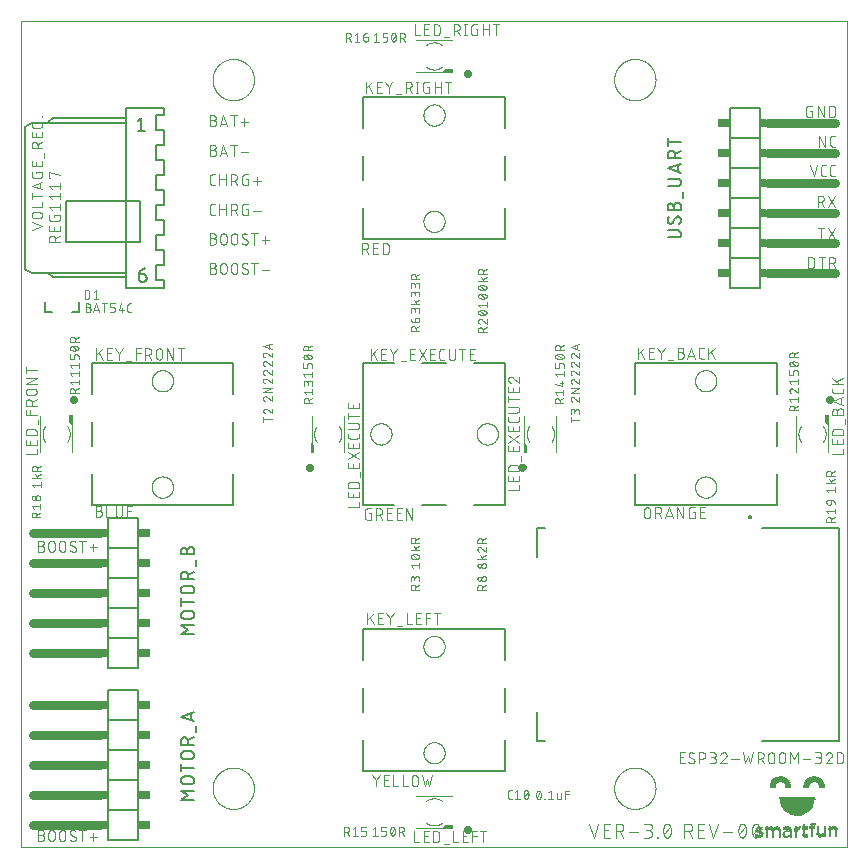
<source format=gbr>
G04 EAGLE Gerber RS-274X export*
G75*
%MOMM*%
%FSLAX34Y34*%
%LPD*%
%INSilkscreen Top*%
%IPPOS*%
%AMOC8*
5,1,8,0,0,1.08239X$1,22.5*%
G01*
%ADD10C,0.000000*%
%ADD11C,0.101600*%
%ADD12R,0.029500X0.029538*%
%ADD13R,0.059100X0.029538*%
%ADD14R,0.324900X0.029531*%
%ADD15R,0.236300X0.029531*%
%ADD16R,0.295400X0.029531*%
%ADD17R,0.206800X0.029531*%
%ADD18R,0.295300X0.029531*%
%ADD19R,0.177200X0.029531*%
%ADD20R,0.443000X0.029538*%
%ADD21R,0.236300X0.029538*%
%ADD22R,0.413500X0.029538*%
%ADD23R,0.206800X0.029538*%
%ADD24R,0.354400X0.029538*%
%ADD25R,0.206700X0.029538*%
%ADD26R,0.324900X0.029538*%
%ADD27R,0.561200X0.029538*%
%ADD28R,0.472600X0.029538*%
%ADD29R,0.383900X0.029538*%
%ADD30R,0.384000X0.029538*%
%ADD31R,0.649800X0.029525*%
%ADD32R,0.236300X0.029525*%
%ADD33R,0.324900X0.029525*%
%ADD34R,0.413500X0.029525*%
%ADD35R,0.206700X0.029525*%
%ADD36R,0.708800X0.029525*%
%ADD37R,0.649800X0.029538*%
%ADD38R,0.265800X0.029538*%
%ADD39R,0.738400X0.029538*%
%ADD40R,0.679400X0.029531*%
%ADD41R,0.443000X0.029531*%
%ADD42R,0.206700X0.029531*%
%ADD43R,0.738400X0.029531*%
%ADD44R,0.147600X0.029538*%
%ADD45R,0.177200X0.029538*%
%ADD46R,0.295400X0.029538*%
%ADD47R,0.088600X0.029538*%
%ADD48R,0.767900X0.029538*%
%ADD49R,0.118100X0.029531*%
%ADD50R,0.147600X0.029531*%
%ADD51R,0.147700X0.029531*%
%ADD52R,0.147700X0.029538*%
%ADD53R,0.295300X0.029538*%
%ADD54R,0.265900X0.029538*%
%ADD55R,0.265900X0.029525*%
%ADD56R,0.147600X0.029525*%
%ADD57R,0.147700X0.029525*%
%ADD58R,0.383900X0.029531*%
%ADD59R,0.502100X0.029538*%
%ADD60R,0.472600X0.029531*%
%ADD61R,0.708900X0.029531*%
%ADD62R,0.384000X0.029525*%
%ADD63R,0.620300X0.029525*%
%ADD64R,0.118200X0.029538*%
%ADD65R,0.265800X0.029525*%
%ADD66R,0.088600X0.029531*%
%ADD67R,0.384000X0.029531*%
%ADD68R,0.531700X0.029531*%
%ADD69R,0.265800X0.029531*%
%ADD70R,1.299600X0.029538*%
%ADD71R,0.531700X0.029538*%
%ADD72R,0.561100X0.029538*%
%ADD73R,0.590700X0.029525*%
%ADD74R,1.270000X0.029525*%
%ADD75R,0.620200X0.029525*%
%ADD76R,0.531700X0.029525*%
%ADD77R,0.561100X0.029525*%
%ADD78R,0.767900X0.029525*%
%ADD79R,0.590700X0.029538*%
%ADD80R,0.708800X0.029538*%
%ADD81R,0.531600X0.029538*%
%ADD82R,0.620200X0.029538*%
%ADD83R,0.590800X0.029538*%
%ADD84R,0.620300X0.029538*%
%ADD85R,0.502100X0.029525*%
%ADD86R,0.590800X0.029525*%
%ADD87R,0.561100X0.029531*%
%ADD88R,0.059000X0.029525*%
%ADD89R,0.413500X0.029531*%
%ADD90R,0.354400X0.029531*%
%ADD91R,0.679300X0.029525*%
%ADD92R,0.886100X0.029538*%
%ADD93R,1.063300X0.029538*%
%ADD94R,1.181400X0.029525*%
%ADD95R,1.417700X0.029531*%
%ADD96R,1.535900X0.029538*%
%ADD97R,1.654000X0.029525*%
%ADD98R,1.713100X0.029538*%
%ADD99R,1.772100X0.029538*%
%ADD100R,1.860700X0.029525*%
%ADD101R,1.949400X0.029538*%
%ADD102R,2.008400X0.029531*%
%ADD103R,2.067500X0.029538*%
%ADD104R,2.126600X0.029538*%
%ADD105R,2.185700X0.029531*%
%ADD106R,2.244700X0.029538*%
%ADD107R,2.303800X0.029525*%
%ADD108R,2.333300X0.029538*%
%ADD109R,2.362900X0.029531*%
%ADD110R,2.421900X0.029538*%
%ADD111R,2.481000X0.029538*%
%ADD112R,2.510500X0.029531*%
%ADD113R,2.540100X0.029538*%
%ADD114R,2.599100X0.029525*%
%ADD115R,2.599100X0.029538*%
%ADD116R,2.658200X0.029538*%
%ADD117R,2.658200X0.029531*%
%ADD118R,2.717300X0.029538*%
%ADD119R,2.717300X0.029531*%
%ADD120R,2.776400X0.029538*%
%ADD121R,2.835400X0.029525*%
%ADD122R,2.835400X0.029538*%
%ADD123R,2.835400X0.029531*%
%ADD124R,2.894500X0.029538*%
%ADD125R,2.894500X0.029531*%
%ADD126R,2.953600X0.029525*%
%ADD127R,2.953600X0.029538*%
%ADD128R,2.953600X0.029531*%
%ADD129R,2.983100X0.029531*%
%ADD130R,2.983100X0.029538*%
%ADD131R,2.983100X0.029525*%
%ADD132R,3.012700X0.029538*%
%ADD133R,3.012700X0.029531*%
%ADD134R,0.502100X0.029531*%
%ADD135R,0.472500X0.029538*%
%ADD136R,0.472500X0.029531*%
%ADD137R,0.531600X0.029531*%
%ADD138R,0.561200X0.029531*%
%ADD139R,0.679300X0.029531*%
%ADD140R,1.565400X0.029538*%
%ADD141R,1.506300X0.029531*%
%ADD142R,1.476700X0.029538*%
%ADD143R,1.476800X0.029538*%
%ADD144R,1.447200X0.029525*%
%ADD145R,1.447300X0.029525*%
%ADD146R,1.388200X0.029538*%
%ADD147R,1.329100X0.029538*%
%ADD148R,1.270100X0.029525*%
%ADD149R,1.211000X0.029538*%
%ADD150R,1.210900X0.029538*%
%ADD151R,1.151900X0.029531*%
%ADD152R,1.033800X0.029538*%
%ADD153R,1.033700X0.029538*%
%ADD154R,0.974700X0.029525*%
%ADD155R,0.856600X0.029538*%
%ADD156R,0.856500X0.029538*%
%ADD157C,0.076200*%
%ADD158C,0.152400*%
%ADD159C,0.200000*%
%ADD160C,0.127000*%
%ADD161C,0.500000*%
%ADD162C,0.762000*%
%ADD163R,0.508000X0.762000*%
%ADD164R,1.016000X0.762000*%

G36*
X365505Y655994D02*
X365505Y655994D01*
X365510Y655993D01*
X365603Y656014D01*
X365697Y656032D01*
X365701Y656035D01*
X365706Y656036D01*
X365784Y656092D01*
X365862Y656145D01*
X365865Y656149D01*
X365869Y656152D01*
X365920Y656234D01*
X365972Y656313D01*
X365972Y656318D01*
X365975Y656323D01*
X366007Y656500D01*
X366007Y658250D01*
X366006Y658255D01*
X366007Y658260D01*
X365986Y658353D01*
X365968Y658447D01*
X365965Y658451D01*
X365964Y658456D01*
X365908Y658534D01*
X365855Y658612D01*
X365851Y658615D01*
X365848Y658619D01*
X365766Y658670D01*
X365687Y658722D01*
X365682Y658722D01*
X365677Y658725D01*
X365500Y658757D01*
X360000Y658757D01*
X359992Y658756D01*
X359985Y658757D01*
X359895Y658736D01*
X359804Y658718D01*
X359797Y658713D01*
X359789Y658711D01*
X359641Y658609D01*
X357891Y656859D01*
X357890Y656856D01*
X357888Y656855D01*
X357835Y656774D01*
X357780Y656692D01*
X357780Y656689D01*
X357778Y656687D01*
X357761Y656591D01*
X357743Y656495D01*
X357743Y656492D01*
X357743Y656490D01*
X357764Y656393D01*
X357784Y656299D01*
X357786Y656297D01*
X357786Y656294D01*
X357843Y656214D01*
X357899Y656134D01*
X357901Y656133D01*
X357902Y656131D01*
X357985Y656079D01*
X358068Y656027D01*
X358070Y656026D01*
X358073Y656025D01*
X358250Y655993D01*
X365500Y655993D01*
X365505Y655994D01*
G37*
G36*
X43508Y357743D02*
X43508Y357743D01*
X43510Y357743D01*
X43607Y357764D01*
X43701Y357784D01*
X43703Y357786D01*
X43706Y357786D01*
X43786Y357843D01*
X43866Y357899D01*
X43867Y357901D01*
X43869Y357902D01*
X43921Y357985D01*
X43973Y358068D01*
X43974Y358070D01*
X43975Y358073D01*
X44007Y358250D01*
X44007Y365500D01*
X44006Y365505D01*
X44007Y365510D01*
X43986Y365603D01*
X43968Y365697D01*
X43965Y365701D01*
X43964Y365706D01*
X43908Y365784D01*
X43855Y365862D01*
X43851Y365865D01*
X43848Y365869D01*
X43766Y365920D01*
X43687Y365972D01*
X43682Y365972D01*
X43677Y365975D01*
X43500Y366007D01*
X41750Y366007D01*
X41745Y366006D01*
X41740Y366007D01*
X41647Y365986D01*
X41554Y365968D01*
X41549Y365965D01*
X41544Y365964D01*
X41466Y365908D01*
X41388Y365855D01*
X41385Y365851D01*
X41381Y365848D01*
X41330Y365766D01*
X41278Y365687D01*
X41278Y365682D01*
X41275Y365677D01*
X41243Y365500D01*
X41243Y360000D01*
X41244Y359992D01*
X41243Y359985D01*
X41264Y359895D01*
X41282Y359804D01*
X41287Y359797D01*
X41289Y359789D01*
X41391Y359641D01*
X43141Y357891D01*
X43144Y357890D01*
X43145Y357888D01*
X43226Y357835D01*
X43308Y357780D01*
X43311Y357780D01*
X43313Y357778D01*
X43409Y357761D01*
X43505Y357743D01*
X43508Y357743D01*
G37*
G36*
X683508Y357743D02*
X683508Y357743D01*
X683510Y357743D01*
X683607Y357764D01*
X683701Y357784D01*
X683703Y357786D01*
X683706Y357786D01*
X683786Y357843D01*
X683866Y357899D01*
X683867Y357901D01*
X683869Y357902D01*
X683921Y357985D01*
X683973Y358068D01*
X683974Y358070D01*
X683975Y358073D01*
X684007Y358250D01*
X684007Y365500D01*
X684006Y365505D01*
X684007Y365510D01*
X683986Y365603D01*
X683968Y365697D01*
X683965Y365701D01*
X683964Y365706D01*
X683908Y365784D01*
X683855Y365862D01*
X683851Y365865D01*
X683848Y365869D01*
X683766Y365920D01*
X683687Y365972D01*
X683682Y365972D01*
X683677Y365975D01*
X683500Y366007D01*
X681750Y366007D01*
X681745Y366006D01*
X681740Y366007D01*
X681647Y365986D01*
X681554Y365968D01*
X681549Y365965D01*
X681544Y365964D01*
X681466Y365908D01*
X681388Y365855D01*
X681385Y365851D01*
X681381Y365848D01*
X681330Y365766D01*
X681278Y365687D01*
X681278Y365682D01*
X681275Y365677D01*
X681243Y365500D01*
X681243Y360000D01*
X681244Y359992D01*
X681243Y359985D01*
X681264Y359895D01*
X681282Y359804D01*
X681287Y359797D01*
X681289Y359789D01*
X681391Y359641D01*
X683141Y357891D01*
X683144Y357890D01*
X683145Y357888D01*
X683226Y357835D01*
X683308Y357780D01*
X683311Y357780D01*
X683313Y357778D01*
X683409Y357761D01*
X683505Y357743D01*
X683508Y357743D01*
G37*
G36*
X428255Y333994D02*
X428255Y333994D01*
X428260Y333993D01*
X428353Y334014D01*
X428447Y334032D01*
X428451Y334035D01*
X428456Y334036D01*
X428534Y334092D01*
X428612Y334145D01*
X428615Y334149D01*
X428619Y334152D01*
X428670Y334234D01*
X428722Y334313D01*
X428722Y334318D01*
X428725Y334323D01*
X428757Y334500D01*
X428757Y340000D01*
X428756Y340008D01*
X428757Y340015D01*
X428736Y340105D01*
X428718Y340197D01*
X428713Y340203D01*
X428711Y340211D01*
X428609Y340359D01*
X426859Y342109D01*
X426856Y342110D01*
X426855Y342112D01*
X426774Y342165D01*
X426692Y342220D01*
X426689Y342220D01*
X426687Y342222D01*
X426591Y342239D01*
X426495Y342257D01*
X426492Y342257D01*
X426490Y342257D01*
X426393Y342236D01*
X426299Y342216D01*
X426297Y342214D01*
X426294Y342214D01*
X426214Y342157D01*
X426134Y342101D01*
X426133Y342099D01*
X426131Y342098D01*
X426079Y342015D01*
X426027Y341932D01*
X426026Y341930D01*
X426025Y341927D01*
X425993Y341750D01*
X425993Y334500D01*
X425994Y334495D01*
X425993Y334490D01*
X426014Y334397D01*
X426032Y334304D01*
X426035Y334299D01*
X426036Y334294D01*
X426092Y334216D01*
X426145Y334138D01*
X426149Y334135D01*
X426152Y334131D01*
X426234Y334080D01*
X426313Y334028D01*
X426318Y334028D01*
X426323Y334025D01*
X426500Y333993D01*
X428250Y333993D01*
X428255Y333994D01*
G37*
G36*
X248255Y333994D02*
X248255Y333994D01*
X248260Y333993D01*
X248353Y334014D01*
X248447Y334032D01*
X248451Y334035D01*
X248456Y334036D01*
X248534Y334092D01*
X248612Y334145D01*
X248615Y334149D01*
X248619Y334152D01*
X248670Y334234D01*
X248722Y334313D01*
X248722Y334318D01*
X248725Y334323D01*
X248757Y334500D01*
X248757Y340000D01*
X248756Y340008D01*
X248757Y340015D01*
X248736Y340105D01*
X248718Y340197D01*
X248713Y340203D01*
X248711Y340211D01*
X248609Y340359D01*
X246859Y342109D01*
X246856Y342110D01*
X246855Y342112D01*
X246774Y342165D01*
X246692Y342220D01*
X246689Y342220D01*
X246687Y342222D01*
X246591Y342239D01*
X246495Y342257D01*
X246492Y342257D01*
X246490Y342257D01*
X246393Y342236D01*
X246299Y342216D01*
X246297Y342214D01*
X246294Y342214D01*
X246214Y342157D01*
X246134Y342101D01*
X246133Y342099D01*
X246131Y342098D01*
X246079Y342015D01*
X246027Y341932D01*
X246026Y341930D01*
X246025Y341927D01*
X245993Y341750D01*
X245993Y334500D01*
X245994Y334495D01*
X245993Y334490D01*
X246014Y334397D01*
X246032Y334304D01*
X246035Y334299D01*
X246036Y334294D01*
X246092Y334216D01*
X246145Y334138D01*
X246149Y334135D01*
X246152Y334131D01*
X246234Y334080D01*
X246313Y334028D01*
X246318Y334028D01*
X246323Y334025D01*
X246500Y333993D01*
X248250Y333993D01*
X248255Y333994D01*
G37*
G36*
X365505Y15994D02*
X365505Y15994D01*
X365510Y15993D01*
X365603Y16014D01*
X365697Y16032D01*
X365701Y16035D01*
X365706Y16036D01*
X365784Y16092D01*
X365862Y16145D01*
X365865Y16149D01*
X365869Y16152D01*
X365920Y16234D01*
X365972Y16313D01*
X365972Y16318D01*
X365975Y16323D01*
X366007Y16500D01*
X366007Y18250D01*
X366006Y18255D01*
X366007Y18260D01*
X365986Y18353D01*
X365968Y18447D01*
X365965Y18451D01*
X365964Y18456D01*
X365908Y18534D01*
X365855Y18612D01*
X365851Y18615D01*
X365848Y18619D01*
X365766Y18670D01*
X365687Y18722D01*
X365682Y18722D01*
X365677Y18725D01*
X365500Y18757D01*
X360000Y18757D01*
X359992Y18756D01*
X359985Y18757D01*
X359895Y18736D01*
X359804Y18718D01*
X359797Y18713D01*
X359789Y18711D01*
X359641Y18609D01*
X357891Y16859D01*
X357890Y16856D01*
X357888Y16855D01*
X357835Y16774D01*
X357780Y16692D01*
X357780Y16689D01*
X357778Y16687D01*
X357761Y16591D01*
X357743Y16495D01*
X357743Y16492D01*
X357743Y16490D01*
X357764Y16393D01*
X357784Y16299D01*
X357786Y16297D01*
X357786Y16294D01*
X357843Y16214D01*
X357899Y16134D01*
X357901Y16133D01*
X357902Y16131D01*
X357985Y16079D01*
X358068Y16027D01*
X358070Y16026D01*
X358073Y16025D01*
X358250Y15993D01*
X365500Y15993D01*
X365505Y15994D01*
G37*
D10*
X0Y0D02*
X700000Y0D01*
X700000Y700000D01*
X0Y700000D01*
X0Y0D01*
D11*
X481273Y19953D02*
X485167Y8269D01*
X489062Y19953D01*
X493756Y8269D02*
X498948Y8269D01*
X493756Y8269D02*
X493756Y19953D01*
X498948Y19953D01*
X497650Y14760D02*
X493756Y14760D01*
X503713Y19953D02*
X503713Y8269D01*
X503713Y19953D02*
X506958Y19953D01*
X507071Y19951D01*
X507184Y19945D01*
X507297Y19935D01*
X507410Y19921D01*
X507522Y19904D01*
X507633Y19882D01*
X507743Y19857D01*
X507853Y19827D01*
X507961Y19794D01*
X508068Y19757D01*
X508174Y19717D01*
X508278Y19672D01*
X508381Y19624D01*
X508482Y19573D01*
X508581Y19518D01*
X508678Y19460D01*
X508773Y19398D01*
X508866Y19333D01*
X508956Y19265D01*
X509044Y19194D01*
X509130Y19119D01*
X509213Y19042D01*
X509293Y18962D01*
X509370Y18879D01*
X509445Y18793D01*
X509516Y18705D01*
X509584Y18615D01*
X509649Y18522D01*
X509711Y18427D01*
X509769Y18330D01*
X509824Y18231D01*
X509875Y18130D01*
X509923Y18027D01*
X509968Y17923D01*
X510008Y17817D01*
X510045Y17710D01*
X510078Y17602D01*
X510108Y17492D01*
X510133Y17382D01*
X510155Y17271D01*
X510172Y17159D01*
X510186Y17046D01*
X510196Y16933D01*
X510202Y16820D01*
X510204Y16707D01*
X510202Y16594D01*
X510196Y16481D01*
X510186Y16368D01*
X510172Y16255D01*
X510155Y16143D01*
X510133Y16032D01*
X510108Y15922D01*
X510078Y15812D01*
X510045Y15704D01*
X510008Y15597D01*
X509968Y15491D01*
X509923Y15387D01*
X509875Y15284D01*
X509824Y15183D01*
X509769Y15084D01*
X509711Y14987D01*
X509649Y14892D01*
X509584Y14799D01*
X509516Y14709D01*
X509445Y14621D01*
X509370Y14535D01*
X509293Y14452D01*
X509213Y14372D01*
X509130Y14295D01*
X509044Y14220D01*
X508956Y14149D01*
X508866Y14081D01*
X508773Y14016D01*
X508678Y13954D01*
X508581Y13896D01*
X508482Y13841D01*
X508381Y13790D01*
X508278Y13742D01*
X508174Y13697D01*
X508068Y13657D01*
X507961Y13620D01*
X507853Y13587D01*
X507743Y13557D01*
X507633Y13532D01*
X507522Y13510D01*
X507410Y13493D01*
X507297Y13479D01*
X507184Y13469D01*
X507071Y13463D01*
X506958Y13461D01*
X506958Y13462D02*
X503713Y13462D01*
X507607Y13462D02*
X510204Y8269D01*
X515182Y12812D02*
X522971Y12812D01*
X528023Y8269D02*
X531268Y8269D01*
X531268Y8268D02*
X531381Y8270D01*
X531494Y8276D01*
X531607Y8286D01*
X531720Y8300D01*
X531832Y8317D01*
X531943Y8339D01*
X532053Y8364D01*
X532163Y8394D01*
X532271Y8427D01*
X532378Y8464D01*
X532484Y8504D01*
X532588Y8549D01*
X532691Y8597D01*
X532792Y8648D01*
X532891Y8703D01*
X532988Y8761D01*
X533083Y8823D01*
X533176Y8888D01*
X533266Y8956D01*
X533354Y9027D01*
X533440Y9102D01*
X533523Y9179D01*
X533603Y9259D01*
X533680Y9342D01*
X533755Y9428D01*
X533826Y9516D01*
X533894Y9606D01*
X533959Y9699D01*
X534021Y9794D01*
X534079Y9891D01*
X534134Y9990D01*
X534185Y10091D01*
X534233Y10194D01*
X534278Y10298D01*
X534318Y10404D01*
X534355Y10511D01*
X534388Y10619D01*
X534418Y10729D01*
X534443Y10839D01*
X534465Y10950D01*
X534482Y11062D01*
X534496Y11175D01*
X534506Y11288D01*
X534512Y11401D01*
X534514Y11514D01*
X534512Y11627D01*
X534506Y11740D01*
X534496Y11853D01*
X534482Y11966D01*
X534465Y12078D01*
X534443Y12189D01*
X534418Y12299D01*
X534388Y12409D01*
X534355Y12517D01*
X534318Y12624D01*
X534278Y12730D01*
X534233Y12834D01*
X534185Y12937D01*
X534134Y13038D01*
X534079Y13137D01*
X534021Y13234D01*
X533959Y13329D01*
X533894Y13422D01*
X533826Y13512D01*
X533755Y13600D01*
X533680Y13686D01*
X533603Y13769D01*
X533523Y13849D01*
X533440Y13926D01*
X533354Y14001D01*
X533266Y14072D01*
X533176Y14140D01*
X533083Y14205D01*
X532988Y14267D01*
X532891Y14325D01*
X532792Y14380D01*
X532691Y14431D01*
X532588Y14479D01*
X532484Y14524D01*
X532378Y14564D01*
X532271Y14601D01*
X532163Y14634D01*
X532053Y14664D01*
X531943Y14689D01*
X531832Y14711D01*
X531720Y14728D01*
X531607Y14742D01*
X531494Y14752D01*
X531381Y14758D01*
X531268Y14760D01*
X531918Y19953D02*
X528023Y19953D01*
X531918Y19952D02*
X532019Y19950D01*
X532119Y19944D01*
X532219Y19934D01*
X532319Y19921D01*
X532418Y19903D01*
X532517Y19882D01*
X532614Y19857D01*
X532711Y19828D01*
X532806Y19795D01*
X532900Y19759D01*
X532992Y19719D01*
X533083Y19676D01*
X533172Y19629D01*
X533259Y19579D01*
X533345Y19525D01*
X533428Y19468D01*
X533508Y19408D01*
X533587Y19345D01*
X533663Y19278D01*
X533736Y19209D01*
X533806Y19137D01*
X533874Y19063D01*
X533939Y18986D01*
X534000Y18906D01*
X534059Y18824D01*
X534114Y18740D01*
X534166Y18654D01*
X534215Y18566D01*
X534260Y18476D01*
X534302Y18384D01*
X534340Y18291D01*
X534374Y18196D01*
X534405Y18101D01*
X534432Y18004D01*
X534455Y17906D01*
X534475Y17807D01*
X534490Y17707D01*
X534502Y17607D01*
X534510Y17507D01*
X534514Y17406D01*
X534514Y17306D01*
X534510Y17205D01*
X534502Y17105D01*
X534490Y17005D01*
X534475Y16905D01*
X534455Y16806D01*
X534432Y16708D01*
X534405Y16611D01*
X534374Y16516D01*
X534340Y16421D01*
X534302Y16328D01*
X534260Y16236D01*
X534215Y16146D01*
X534166Y16058D01*
X534114Y15972D01*
X534059Y15888D01*
X534000Y15806D01*
X533939Y15726D01*
X533874Y15649D01*
X533806Y15575D01*
X533736Y15503D01*
X533663Y15434D01*
X533587Y15367D01*
X533508Y15304D01*
X533428Y15244D01*
X533345Y15187D01*
X533259Y15133D01*
X533172Y15083D01*
X533083Y15036D01*
X532992Y14993D01*
X532900Y14953D01*
X532806Y14917D01*
X532711Y14884D01*
X532614Y14855D01*
X532517Y14830D01*
X532418Y14809D01*
X532319Y14791D01*
X532219Y14778D01*
X532119Y14768D01*
X532019Y14762D01*
X531918Y14760D01*
X529321Y14760D01*
X538945Y8918D02*
X538945Y8269D01*
X538945Y8918D02*
X539594Y8918D01*
X539594Y8269D01*
X538945Y8269D01*
X544025Y14111D02*
X544028Y14341D01*
X544036Y14571D01*
X544050Y14800D01*
X544069Y15029D01*
X544094Y15258D01*
X544124Y15485D01*
X544159Y15713D01*
X544200Y15939D01*
X544246Y16164D01*
X544298Y16388D01*
X544355Y16610D01*
X544417Y16832D01*
X544485Y17051D01*
X544558Y17269D01*
X544636Y17486D01*
X544719Y17700D01*
X544807Y17912D01*
X544900Y18122D01*
X544999Y18330D01*
X544998Y18330D02*
X545031Y18420D01*
X545067Y18509D01*
X545107Y18597D01*
X545151Y18682D01*
X545198Y18766D01*
X545248Y18848D01*
X545302Y18928D01*
X545358Y19005D01*
X545418Y19081D01*
X545481Y19154D01*
X545546Y19224D01*
X545615Y19292D01*
X545686Y19356D01*
X545759Y19418D01*
X545835Y19477D01*
X545913Y19533D01*
X545994Y19586D01*
X546076Y19635D01*
X546160Y19681D01*
X546247Y19724D01*
X546334Y19763D01*
X546424Y19799D01*
X546514Y19831D01*
X546606Y19859D01*
X546699Y19884D01*
X546793Y19905D01*
X546887Y19922D01*
X546982Y19936D01*
X547078Y19945D01*
X547174Y19951D01*
X547270Y19953D01*
X547366Y19951D01*
X547462Y19945D01*
X547558Y19936D01*
X547653Y19922D01*
X547747Y19905D01*
X547841Y19884D01*
X547934Y19859D01*
X548026Y19831D01*
X548116Y19799D01*
X548206Y19763D01*
X548293Y19724D01*
X548380Y19681D01*
X548464Y19635D01*
X548546Y19586D01*
X548627Y19533D01*
X548705Y19477D01*
X548781Y19418D01*
X548854Y19356D01*
X548925Y19292D01*
X548994Y19224D01*
X549059Y19154D01*
X549122Y19081D01*
X549182Y19005D01*
X549238Y18928D01*
X549292Y18848D01*
X549342Y18766D01*
X549389Y18682D01*
X549433Y18597D01*
X549473Y18509D01*
X549509Y18420D01*
X549542Y18330D01*
X549641Y18123D01*
X549734Y17913D01*
X549822Y17700D01*
X549905Y17486D01*
X549983Y17270D01*
X550056Y17052D01*
X550124Y16832D01*
X550186Y16611D01*
X550243Y16388D01*
X550295Y16164D01*
X550341Y15939D01*
X550382Y15713D01*
X550417Y15486D01*
X550447Y15258D01*
X550472Y15029D01*
X550491Y14800D01*
X550505Y14571D01*
X550513Y14341D01*
X550516Y14111D01*
X544025Y14111D02*
X544028Y13881D01*
X544036Y13651D01*
X544050Y13422D01*
X544069Y13193D01*
X544094Y12964D01*
X544124Y12736D01*
X544159Y12509D01*
X544200Y12283D01*
X544246Y12058D01*
X544298Y11834D01*
X544355Y11611D01*
X544417Y11390D01*
X544485Y11170D01*
X544558Y10952D01*
X544636Y10736D01*
X544719Y10522D01*
X544807Y10310D01*
X544900Y10099D01*
X544999Y9892D01*
X544998Y9891D02*
X545031Y9801D01*
X545067Y9712D01*
X545108Y9624D01*
X545151Y9539D01*
X545198Y9455D01*
X545248Y9373D01*
X545302Y9293D01*
X545358Y9216D01*
X545418Y9140D01*
X545481Y9067D01*
X545546Y8997D01*
X545615Y8929D01*
X545686Y8865D01*
X545759Y8803D01*
X545835Y8744D01*
X545913Y8688D01*
X545994Y8635D01*
X546076Y8586D01*
X546160Y8540D01*
X546247Y8497D01*
X546334Y8458D01*
X546424Y8422D01*
X546514Y8390D01*
X546606Y8362D01*
X546699Y8337D01*
X546793Y8316D01*
X546887Y8299D01*
X546982Y8285D01*
X547078Y8276D01*
X547174Y8270D01*
X547270Y8268D01*
X549542Y9892D02*
X549641Y10099D01*
X549734Y10310D01*
X549822Y10522D01*
X549905Y10736D01*
X549983Y10952D01*
X550056Y11170D01*
X550124Y11390D01*
X550186Y11611D01*
X550243Y11834D01*
X550295Y12058D01*
X550341Y12283D01*
X550382Y12509D01*
X550417Y12736D01*
X550447Y12964D01*
X550472Y13193D01*
X550491Y13422D01*
X550505Y13651D01*
X550513Y13881D01*
X550516Y14111D01*
X549542Y9891D02*
X549509Y9801D01*
X549473Y9712D01*
X549433Y9624D01*
X549389Y9539D01*
X549342Y9455D01*
X549292Y9373D01*
X549238Y9293D01*
X549182Y9216D01*
X549122Y9140D01*
X549059Y9067D01*
X548994Y8997D01*
X548925Y8929D01*
X548854Y8865D01*
X548781Y8803D01*
X548705Y8744D01*
X548627Y8688D01*
X548546Y8635D01*
X548464Y8586D01*
X548380Y8540D01*
X548293Y8497D01*
X548206Y8458D01*
X548116Y8422D01*
X548026Y8390D01*
X547934Y8362D01*
X547841Y8337D01*
X547747Y8316D01*
X547653Y8299D01*
X547558Y8285D01*
X547462Y8276D01*
X547366Y8270D01*
X547270Y8268D01*
X544674Y10865D02*
X549867Y17356D01*
X562005Y19953D02*
X562005Y8269D01*
X562005Y19953D02*
X565251Y19953D01*
X565364Y19951D01*
X565477Y19945D01*
X565590Y19935D01*
X565703Y19921D01*
X565815Y19904D01*
X565926Y19882D01*
X566036Y19857D01*
X566146Y19827D01*
X566254Y19794D01*
X566361Y19757D01*
X566467Y19717D01*
X566571Y19672D01*
X566674Y19624D01*
X566775Y19573D01*
X566874Y19518D01*
X566971Y19460D01*
X567066Y19398D01*
X567159Y19333D01*
X567249Y19265D01*
X567337Y19194D01*
X567423Y19119D01*
X567506Y19042D01*
X567586Y18962D01*
X567663Y18879D01*
X567738Y18793D01*
X567809Y18705D01*
X567877Y18615D01*
X567942Y18522D01*
X568004Y18427D01*
X568062Y18330D01*
X568117Y18231D01*
X568168Y18130D01*
X568216Y18027D01*
X568261Y17923D01*
X568301Y17817D01*
X568338Y17710D01*
X568371Y17602D01*
X568401Y17492D01*
X568426Y17382D01*
X568448Y17271D01*
X568465Y17159D01*
X568479Y17046D01*
X568489Y16933D01*
X568495Y16820D01*
X568497Y16707D01*
X568495Y16594D01*
X568489Y16481D01*
X568479Y16368D01*
X568465Y16255D01*
X568448Y16143D01*
X568426Y16032D01*
X568401Y15922D01*
X568371Y15812D01*
X568338Y15704D01*
X568301Y15597D01*
X568261Y15491D01*
X568216Y15387D01*
X568168Y15284D01*
X568117Y15183D01*
X568062Y15084D01*
X568004Y14987D01*
X567942Y14892D01*
X567877Y14799D01*
X567809Y14709D01*
X567738Y14621D01*
X567663Y14535D01*
X567586Y14452D01*
X567506Y14372D01*
X567423Y14295D01*
X567337Y14220D01*
X567249Y14149D01*
X567159Y14081D01*
X567066Y14016D01*
X566971Y13954D01*
X566874Y13896D01*
X566775Y13841D01*
X566674Y13790D01*
X566571Y13742D01*
X566467Y13697D01*
X566361Y13657D01*
X566254Y13620D01*
X566146Y13587D01*
X566036Y13557D01*
X565926Y13532D01*
X565815Y13510D01*
X565703Y13493D01*
X565590Y13479D01*
X565477Y13469D01*
X565364Y13463D01*
X565251Y13461D01*
X565251Y13462D02*
X562005Y13462D01*
X565900Y13462D02*
X568497Y8269D01*
X573765Y8269D02*
X578958Y8269D01*
X573765Y8269D02*
X573765Y19953D01*
X578958Y19953D01*
X577660Y14760D02*
X573765Y14760D01*
X582619Y19953D02*
X586513Y8269D01*
X590408Y19953D01*
X594811Y12812D02*
X602600Y12812D01*
X607652Y14111D02*
X607655Y14341D01*
X607663Y14571D01*
X607677Y14800D01*
X607696Y15029D01*
X607721Y15258D01*
X607751Y15485D01*
X607786Y15713D01*
X607827Y15939D01*
X607873Y16164D01*
X607925Y16388D01*
X607982Y16610D01*
X608044Y16832D01*
X608112Y17051D01*
X608185Y17269D01*
X608263Y17486D01*
X608346Y17700D01*
X608434Y17912D01*
X608527Y18122D01*
X608626Y18330D01*
X608625Y18330D02*
X608658Y18420D01*
X608694Y18509D01*
X608734Y18597D01*
X608778Y18682D01*
X608825Y18766D01*
X608875Y18848D01*
X608929Y18928D01*
X608985Y19005D01*
X609045Y19081D01*
X609108Y19154D01*
X609173Y19224D01*
X609242Y19292D01*
X609313Y19356D01*
X609386Y19418D01*
X609462Y19477D01*
X609540Y19533D01*
X609621Y19586D01*
X609703Y19635D01*
X609787Y19681D01*
X609874Y19724D01*
X609961Y19763D01*
X610051Y19799D01*
X610141Y19831D01*
X610233Y19859D01*
X610326Y19884D01*
X610420Y19905D01*
X610514Y19922D01*
X610609Y19936D01*
X610705Y19945D01*
X610801Y19951D01*
X610897Y19953D01*
X610993Y19951D01*
X611089Y19945D01*
X611185Y19936D01*
X611280Y19922D01*
X611374Y19905D01*
X611468Y19884D01*
X611561Y19859D01*
X611653Y19831D01*
X611743Y19799D01*
X611833Y19763D01*
X611920Y19724D01*
X612007Y19681D01*
X612091Y19635D01*
X612173Y19586D01*
X612254Y19533D01*
X612332Y19477D01*
X612408Y19418D01*
X612481Y19356D01*
X612552Y19292D01*
X612621Y19224D01*
X612686Y19154D01*
X612749Y19081D01*
X612809Y19005D01*
X612865Y18928D01*
X612919Y18848D01*
X612969Y18766D01*
X613016Y18682D01*
X613060Y18597D01*
X613100Y18509D01*
X613136Y18420D01*
X613169Y18330D01*
X613268Y18123D01*
X613361Y17913D01*
X613449Y17700D01*
X613532Y17486D01*
X613610Y17270D01*
X613683Y17052D01*
X613751Y16832D01*
X613813Y16611D01*
X613870Y16388D01*
X613922Y16164D01*
X613968Y15939D01*
X614009Y15713D01*
X614044Y15486D01*
X614074Y15258D01*
X614099Y15029D01*
X614118Y14800D01*
X614132Y14571D01*
X614140Y14341D01*
X614143Y14111D01*
X607651Y14111D02*
X607654Y13881D01*
X607662Y13651D01*
X607676Y13422D01*
X607695Y13193D01*
X607720Y12964D01*
X607750Y12736D01*
X607785Y12509D01*
X607826Y12283D01*
X607872Y12058D01*
X607924Y11834D01*
X607981Y11611D01*
X608043Y11390D01*
X608111Y11170D01*
X608184Y10952D01*
X608262Y10736D01*
X608345Y10522D01*
X608433Y10310D01*
X608526Y10099D01*
X608625Y9892D01*
X608625Y9891D02*
X608658Y9801D01*
X608694Y9712D01*
X608735Y9624D01*
X608778Y9539D01*
X608825Y9455D01*
X608875Y9373D01*
X608929Y9293D01*
X608985Y9216D01*
X609045Y9140D01*
X609108Y9067D01*
X609173Y8997D01*
X609242Y8929D01*
X609313Y8865D01*
X609386Y8803D01*
X609462Y8744D01*
X609540Y8688D01*
X609621Y8635D01*
X609703Y8586D01*
X609787Y8540D01*
X609874Y8497D01*
X609961Y8458D01*
X610051Y8422D01*
X610141Y8390D01*
X610233Y8362D01*
X610326Y8337D01*
X610420Y8316D01*
X610514Y8299D01*
X610609Y8285D01*
X610705Y8276D01*
X610801Y8270D01*
X610897Y8268D01*
X613169Y9892D02*
X613268Y10099D01*
X613361Y10310D01*
X613449Y10522D01*
X613532Y10736D01*
X613610Y10952D01*
X613683Y11170D01*
X613751Y11390D01*
X613813Y11611D01*
X613870Y11834D01*
X613922Y12058D01*
X613968Y12283D01*
X614009Y12509D01*
X614044Y12736D01*
X614074Y12964D01*
X614099Y13193D01*
X614118Y13422D01*
X614132Y13651D01*
X614140Y13881D01*
X614143Y14111D01*
X613169Y9891D02*
X613136Y9801D01*
X613100Y9712D01*
X613060Y9624D01*
X613016Y9539D01*
X612969Y9455D01*
X612919Y9373D01*
X612865Y9293D01*
X612809Y9216D01*
X612749Y9140D01*
X612686Y9067D01*
X612621Y8997D01*
X612552Y8929D01*
X612481Y8865D01*
X612408Y8803D01*
X612332Y8744D01*
X612254Y8688D01*
X612173Y8635D01*
X612091Y8586D01*
X612007Y8540D01*
X611920Y8497D01*
X611833Y8458D01*
X611743Y8422D01*
X611653Y8390D01*
X611561Y8362D01*
X611468Y8337D01*
X611374Y8316D01*
X611280Y8299D01*
X611185Y8285D01*
X611089Y8276D01*
X610993Y8270D01*
X610897Y8268D01*
X608301Y10865D02*
X613494Y17356D01*
X619082Y14111D02*
X619085Y14341D01*
X619093Y14571D01*
X619107Y14800D01*
X619126Y15029D01*
X619151Y15258D01*
X619181Y15485D01*
X619216Y15713D01*
X619257Y15939D01*
X619303Y16164D01*
X619355Y16388D01*
X619412Y16610D01*
X619474Y16832D01*
X619542Y17051D01*
X619615Y17269D01*
X619693Y17486D01*
X619776Y17700D01*
X619864Y17912D01*
X619957Y18122D01*
X620056Y18330D01*
X620055Y18330D02*
X620088Y18420D01*
X620124Y18509D01*
X620164Y18597D01*
X620208Y18682D01*
X620255Y18766D01*
X620305Y18848D01*
X620359Y18928D01*
X620415Y19005D01*
X620475Y19081D01*
X620538Y19154D01*
X620603Y19224D01*
X620672Y19292D01*
X620743Y19356D01*
X620816Y19418D01*
X620892Y19477D01*
X620970Y19533D01*
X621051Y19586D01*
X621133Y19635D01*
X621217Y19681D01*
X621304Y19724D01*
X621391Y19763D01*
X621481Y19799D01*
X621571Y19831D01*
X621663Y19859D01*
X621756Y19884D01*
X621850Y19905D01*
X621944Y19922D01*
X622039Y19936D01*
X622135Y19945D01*
X622231Y19951D01*
X622327Y19953D01*
X622423Y19951D01*
X622519Y19945D01*
X622615Y19936D01*
X622710Y19922D01*
X622804Y19905D01*
X622898Y19884D01*
X622991Y19859D01*
X623083Y19831D01*
X623173Y19799D01*
X623263Y19763D01*
X623350Y19724D01*
X623437Y19681D01*
X623521Y19635D01*
X623603Y19586D01*
X623684Y19533D01*
X623762Y19477D01*
X623838Y19418D01*
X623911Y19356D01*
X623982Y19292D01*
X624051Y19224D01*
X624116Y19154D01*
X624179Y19081D01*
X624239Y19005D01*
X624295Y18928D01*
X624349Y18848D01*
X624399Y18766D01*
X624446Y18682D01*
X624490Y18597D01*
X624530Y18509D01*
X624566Y18420D01*
X624599Y18330D01*
X624698Y18123D01*
X624791Y17913D01*
X624879Y17700D01*
X624962Y17486D01*
X625040Y17270D01*
X625113Y17052D01*
X625181Y16832D01*
X625243Y16611D01*
X625300Y16388D01*
X625352Y16164D01*
X625398Y15939D01*
X625439Y15713D01*
X625474Y15486D01*
X625504Y15258D01*
X625529Y15029D01*
X625548Y14800D01*
X625562Y14571D01*
X625570Y14341D01*
X625573Y14111D01*
X619081Y14111D02*
X619084Y13881D01*
X619092Y13651D01*
X619106Y13422D01*
X619125Y13193D01*
X619150Y12964D01*
X619180Y12736D01*
X619215Y12509D01*
X619256Y12283D01*
X619302Y12058D01*
X619354Y11834D01*
X619411Y11611D01*
X619473Y11390D01*
X619541Y11170D01*
X619614Y10952D01*
X619692Y10736D01*
X619775Y10522D01*
X619863Y10310D01*
X619956Y10099D01*
X620055Y9892D01*
X620055Y9891D02*
X620088Y9801D01*
X620124Y9712D01*
X620165Y9624D01*
X620208Y9539D01*
X620255Y9455D01*
X620305Y9373D01*
X620359Y9293D01*
X620415Y9216D01*
X620475Y9140D01*
X620538Y9067D01*
X620603Y8997D01*
X620672Y8929D01*
X620743Y8865D01*
X620816Y8803D01*
X620892Y8744D01*
X620970Y8688D01*
X621051Y8635D01*
X621133Y8586D01*
X621217Y8540D01*
X621304Y8497D01*
X621391Y8458D01*
X621481Y8422D01*
X621571Y8390D01*
X621663Y8362D01*
X621756Y8337D01*
X621850Y8316D01*
X621944Y8299D01*
X622039Y8285D01*
X622135Y8276D01*
X622231Y8270D01*
X622327Y8268D01*
X624599Y9892D02*
X624698Y10099D01*
X624791Y10310D01*
X624879Y10522D01*
X624962Y10736D01*
X625040Y10952D01*
X625113Y11170D01*
X625181Y11390D01*
X625243Y11611D01*
X625300Y11834D01*
X625352Y12058D01*
X625398Y12283D01*
X625439Y12509D01*
X625474Y12736D01*
X625504Y12964D01*
X625529Y13193D01*
X625548Y13422D01*
X625562Y13651D01*
X625570Y13881D01*
X625573Y14111D01*
X624599Y9891D02*
X624566Y9801D01*
X624530Y9712D01*
X624490Y9624D01*
X624446Y9539D01*
X624399Y9455D01*
X624349Y9373D01*
X624295Y9293D01*
X624239Y9216D01*
X624179Y9140D01*
X624116Y9067D01*
X624051Y8997D01*
X623982Y8929D01*
X623911Y8865D01*
X623838Y8803D01*
X623762Y8744D01*
X623684Y8688D01*
X623603Y8635D01*
X623521Y8586D01*
X623437Y8540D01*
X623350Y8497D01*
X623263Y8458D01*
X623173Y8422D01*
X623083Y8390D01*
X622991Y8362D01*
X622898Y8337D01*
X622804Y8316D01*
X622710Y8299D01*
X622615Y8285D01*
X622519Y8276D01*
X622423Y8270D01*
X622327Y8268D01*
X619731Y10865D02*
X624924Y17356D01*
D12*
X625573Y7975D03*
D13*
X648168Y7975D03*
D14*
X625277Y8270D03*
D15*
X631628Y8270D03*
X636944Y8270D03*
X642556Y8270D03*
D16*
X648167Y8270D03*
D17*
X651859Y8270D03*
D15*
X656142Y8270D03*
D18*
X664708Y8270D03*
D19*
X677112Y8270D03*
D20*
X625277Y8565D03*
D21*
X631628Y8565D03*
X636944Y8565D03*
X642556Y8565D03*
D22*
X648168Y8565D03*
D23*
X651859Y8565D03*
D21*
X656142Y8565D03*
D24*
X664707Y8565D03*
D25*
X669581Y8565D03*
D26*
X676965Y8565D03*
D21*
X680657Y8565D03*
X685088Y8565D03*
X690699Y8565D03*
D27*
X625277Y8861D03*
D21*
X631628Y8861D03*
X636944Y8861D03*
X642556Y8861D03*
D28*
X648167Y8861D03*
D23*
X651859Y8861D03*
D21*
X656142Y8861D03*
D29*
X664560Y8861D03*
D25*
X669581Y8861D03*
D30*
X676965Y8861D03*
D21*
X680657Y8861D03*
X685088Y8861D03*
X690699Y8861D03*
D31*
X625129Y9156D03*
D32*
X631628Y9156D03*
X636944Y9156D03*
X642556Y9156D03*
X646691Y9156D03*
D33*
X651269Y9156D03*
D32*
X656142Y9156D03*
D34*
X664412Y9156D03*
D35*
X669581Y9156D03*
D36*
X678294Y9156D03*
D32*
X685088Y9156D03*
X690699Y9156D03*
D37*
X625129Y9451D03*
D21*
X631628Y9451D03*
X636944Y9451D03*
X642556Y9451D03*
D25*
X646248Y9451D03*
D38*
X651564Y9451D03*
D21*
X656142Y9451D03*
D22*
X664412Y9451D03*
D25*
X669581Y9451D03*
D39*
X678146Y9451D03*
D21*
X685088Y9451D03*
X690699Y9451D03*
D40*
X625277Y9747D03*
D15*
X631628Y9747D03*
X636944Y9747D03*
X642556Y9747D03*
D19*
X646100Y9747D03*
D17*
X651859Y9747D03*
D15*
X656142Y9747D03*
D41*
X664264Y9747D03*
D42*
X669581Y9747D03*
D43*
X678146Y9747D03*
D15*
X685088Y9747D03*
X690699Y9747D03*
D25*
X623210Y10042D03*
D23*
X627640Y10042D03*
D21*
X631628Y10042D03*
X636944Y10042D03*
X642556Y10042D03*
D44*
X645952Y10042D03*
D45*
X652007Y10042D03*
D21*
X656142Y10042D03*
D46*
X663526Y10042D03*
D47*
X666036Y10042D03*
D25*
X669581Y10042D03*
D48*
X677999Y10042D03*
D21*
X685088Y10042D03*
X690699Y10042D03*
D49*
X623062Y10338D03*
D17*
X627640Y10338D03*
D15*
X631628Y10338D03*
X636944Y10338D03*
X642556Y10338D03*
D50*
X645952Y10338D03*
D51*
X652155Y10338D03*
D15*
X656142Y10338D03*
X663231Y10338D03*
D42*
X669581Y10338D03*
D18*
X675636Y10338D03*
D14*
X680214Y10338D03*
D15*
X685088Y10338D03*
X690699Y10338D03*
D13*
X622767Y10633D03*
D23*
X627640Y10633D03*
D21*
X631628Y10633D03*
X636944Y10633D03*
X642556Y10633D03*
D45*
X645804Y10633D03*
D52*
X652155Y10633D03*
D21*
X656142Y10633D03*
X663231Y10633D03*
D25*
X669581Y10633D03*
D21*
X675341Y10633D03*
D53*
X680362Y10633D03*
D21*
X685088Y10633D03*
X690699Y10633D03*
D23*
X627640Y10928D03*
D21*
X631628Y10928D03*
X636944Y10928D03*
X642556Y10928D03*
D44*
X645952Y10928D03*
D52*
X652155Y10928D03*
D21*
X656142Y10928D03*
X663231Y10928D03*
D25*
X669581Y10928D03*
D54*
X675193Y10928D03*
D38*
X680509Y10928D03*
D21*
X685088Y10928D03*
X690699Y10928D03*
D55*
X627345Y11224D03*
D32*
X631628Y11224D03*
X636944Y11224D03*
X642556Y11224D03*
D56*
X645952Y11224D03*
D57*
X652155Y11224D03*
D32*
X656142Y11224D03*
X663231Y11224D03*
D35*
X669581Y11224D03*
D32*
X675045Y11224D03*
X680657Y11224D03*
X685088Y11224D03*
X690699Y11224D03*
D26*
X627050Y11519D03*
D21*
X631628Y11519D03*
X636944Y11519D03*
X642556Y11519D03*
D44*
X645952Y11519D03*
D52*
X652155Y11519D03*
D21*
X656142Y11519D03*
X663231Y11519D03*
D25*
X669581Y11519D03*
D21*
X675045Y11519D03*
X680657Y11519D03*
X685088Y11519D03*
X690699Y11519D03*
D58*
X626459Y11814D03*
D15*
X631628Y11814D03*
X636944Y11814D03*
X642556Y11814D03*
D19*
X646100Y11814D03*
D51*
X652155Y11814D03*
D15*
X656142Y11814D03*
X663231Y11814D03*
D42*
X669581Y11814D03*
D15*
X675045Y11814D03*
X680657Y11814D03*
X685088Y11814D03*
X690699Y11814D03*
D28*
X626015Y12110D03*
D21*
X631628Y12110D03*
X636944Y12110D03*
X642556Y12110D03*
D45*
X646395Y12110D03*
D52*
X652155Y12110D03*
D21*
X656142Y12110D03*
X663231Y12110D03*
D25*
X669581Y12110D03*
D21*
X675045Y12110D03*
X680657Y12110D03*
X685088Y12110D03*
X690699Y12110D03*
D59*
X625573Y12405D03*
D21*
X631628Y12405D03*
X636944Y12405D03*
X642556Y12405D03*
D23*
X646543Y12405D03*
X651859Y12405D03*
D21*
X656142Y12405D03*
X663231Y12405D03*
D25*
X669581Y12405D03*
D21*
X675045Y12405D03*
X680657Y12405D03*
X685088Y12405D03*
X690699Y12405D03*
D60*
X625129Y12700D03*
D15*
X631628Y12700D03*
X636944Y12700D03*
X642556Y12700D03*
D61*
X649349Y12700D03*
D15*
X656142Y12700D03*
X663231Y12700D03*
D42*
X669581Y12700D03*
D15*
X675045Y12700D03*
X680657Y12700D03*
X685088Y12700D03*
X690699Y12700D03*
D28*
X624834Y12996D03*
D21*
X631628Y12996D03*
X636944Y12996D03*
X642556Y12996D03*
D37*
X649644Y12996D03*
D54*
X656290Y12996D03*
D21*
X663231Y12996D03*
D25*
X669581Y12996D03*
D21*
X675045Y12996D03*
X680657Y12996D03*
X685088Y12996D03*
X690699Y12996D03*
D62*
X624391Y13291D03*
D32*
X631628Y13291D03*
X636944Y13291D03*
X642556Y13291D03*
D63*
X649792Y13291D03*
D55*
X656290Y13291D03*
D32*
X663231Y13291D03*
D35*
X669581Y13291D03*
D32*
X675045Y13291D03*
X680657Y13291D03*
X685088Y13291D03*
X690699Y13291D03*
D26*
X623801Y13586D03*
D21*
X631628Y13586D03*
X636944Y13586D03*
X642556Y13586D03*
D64*
X648758Y13586D03*
D23*
X651859Y13586D03*
D46*
X656437Y13586D03*
D21*
X663231Y13586D03*
D25*
X669581Y13586D03*
D21*
X675045Y13586D03*
X680657Y13586D03*
X685088Y13586D03*
X690699Y13586D03*
D38*
X623505Y13882D03*
D21*
X631628Y13882D03*
X636944Y13882D03*
D23*
X642408Y13882D03*
X651859Y13882D03*
D46*
X656437Y13882D03*
D21*
X663231Y13882D03*
D25*
X669581Y13882D03*
D21*
X675045Y13882D03*
X680657Y13882D03*
X685088Y13882D03*
X690699Y13882D03*
D35*
X623210Y14177D03*
D32*
X631628Y14177D03*
D65*
X637091Y14177D03*
D32*
X642261Y14177D03*
X651712Y14177D03*
D33*
X656585Y14177D03*
D32*
X663231Y14177D03*
D35*
X669581Y14177D03*
D32*
X675045Y14177D03*
X680657Y14177D03*
X685088Y14177D03*
X690699Y14177D03*
D25*
X623210Y14473D03*
D12*
X627640Y14473D03*
D38*
X631775Y14473D03*
D53*
X636944Y14473D03*
D21*
X642261Y14473D03*
D12*
X646543Y14473D03*
D21*
X651712Y14473D03*
D30*
X656880Y14473D03*
D21*
X663231Y14473D03*
D25*
X669581Y14473D03*
D21*
X675045Y14473D03*
X680657Y14473D03*
D38*
X685235Y14473D03*
D21*
X690404Y14473D03*
D42*
X623210Y14768D03*
D66*
X627344Y14768D03*
D18*
X631923Y14768D03*
D67*
X637091Y14768D03*
D16*
X641965Y14768D03*
D66*
X646838Y14768D03*
D16*
X651416Y14768D03*
D68*
X657619Y14768D03*
D15*
X663231Y14768D03*
D42*
X669581Y14768D03*
D15*
X675045Y14768D03*
X680657Y14768D03*
D18*
X685383Y14768D03*
D69*
X690256Y14768D03*
D21*
X623358Y15063D03*
D23*
X627049Y15063D03*
D70*
X636944Y15063D03*
D37*
X649349Y15063D03*
D71*
X657619Y15063D03*
D72*
X663674Y15063D03*
D25*
X669581Y15063D03*
D21*
X675045Y15063D03*
X680657Y15063D03*
D24*
X685678Y15063D03*
D26*
X689961Y15063D03*
D73*
X625425Y15359D03*
D74*
X636796Y15359D03*
D75*
X649201Y15359D03*
D76*
X657619Y15359D03*
D77*
X663674Y15359D03*
X670172Y15359D03*
D32*
X675045Y15359D03*
X680657Y15359D03*
D78*
X687746Y15359D03*
D79*
X625425Y15654D03*
D80*
X633990Y15949D03*
D81*
X640488Y15654D03*
D82*
X649201Y15654D03*
D71*
X657619Y15654D03*
D72*
X663674Y15654D03*
X670172Y15654D03*
D21*
X675045Y15654D03*
X680657Y15654D03*
D39*
X687598Y15654D03*
D83*
X625720Y15949D03*
D80*
X633990Y15654D03*
D59*
X640341Y15949D03*
D84*
X648906Y15949D03*
D21*
X656142Y15949D03*
D38*
X658948Y15949D03*
D72*
X663674Y15949D03*
X670172Y15949D03*
D21*
X675045Y15949D03*
X680657Y15949D03*
D39*
X687598Y15949D03*
D85*
X625573Y16245D03*
D32*
X631628Y16245D03*
D34*
X635172Y16245D03*
X640488Y16245D03*
D86*
X648758Y16245D03*
D32*
X656142Y16245D03*
X659096Y16245D03*
D77*
X663674Y16245D03*
X670172Y16245D03*
D32*
X675045Y16245D03*
X680657Y16245D03*
D36*
X687450Y16245D03*
D22*
X625425Y16540D03*
D21*
X631628Y16540D03*
D26*
X635024Y16540D03*
D24*
X640488Y16540D03*
D59*
X648906Y16540D03*
D21*
X656142Y16540D03*
D23*
X659243Y16540D03*
D72*
X663674Y16540D03*
X670172Y16540D03*
D21*
X675045Y16540D03*
X680657Y16540D03*
X685088Y16540D03*
D30*
X688779Y16540D03*
D15*
X625425Y16835D03*
X631628Y16835D03*
D17*
X635024Y16835D03*
D15*
X640488Y16835D03*
D18*
X649054Y16835D03*
D15*
X656142Y16835D03*
D51*
X659539Y16835D03*
D87*
X663674Y16835D03*
X670172Y16835D03*
D15*
X675045Y16835D03*
X680657Y16835D03*
X685088Y16835D03*
D18*
X688632Y16835D03*
D21*
X663231Y17131D03*
D25*
X669581Y17131D03*
D52*
X688484Y17131D03*
D21*
X663231Y17426D03*
D25*
X669581Y17426D03*
D15*
X663231Y17722D03*
D42*
X669581Y17722D03*
D21*
X663231Y18017D03*
X669729Y18017D03*
D32*
X663231Y18312D03*
X669729Y18312D03*
D88*
X672682Y18312D03*
D21*
X663231Y18608D03*
D20*
X670762Y18608D03*
D15*
X663231Y18903D03*
D89*
X670910Y18903D03*
D22*
X670910Y19198D03*
D29*
X671058Y19494D03*
D90*
X671205Y19789D03*
D26*
X671353Y20084D03*
D24*
X657619Y26582D03*
D91*
X657767Y26878D03*
D92*
X657619Y27173D03*
D93*
X657619Y27468D03*
D94*
X657619Y27764D03*
D70*
X657619Y28059D03*
D95*
X657619Y28354D03*
D96*
X657619Y28650D03*
D97*
X657619Y28945D03*
D98*
X657619Y29240D03*
D99*
X657619Y29536D03*
D100*
X657767Y29831D03*
D101*
X657619Y30127D03*
D102*
X657619Y30422D03*
D103*
X657619Y30717D03*
D104*
X657619Y31013D03*
D105*
X657619Y31308D03*
D106*
X657619Y31603D03*
D107*
X657619Y31899D03*
D108*
X657767Y32194D03*
D109*
X657619Y32489D03*
D110*
X657619Y32785D03*
D111*
X657619Y33080D03*
D112*
X657767Y33376D03*
D113*
X657619Y33671D03*
D114*
X657619Y33966D03*
D115*
X657619Y34262D03*
D116*
X657619Y34557D03*
D117*
X657619Y34852D03*
D118*
X657619Y35148D03*
D119*
X657619Y35443D03*
D120*
X657619Y35738D03*
X657619Y36034D03*
D121*
X657619Y36329D03*
D122*
X657619Y36624D03*
D123*
X657619Y36920D03*
D124*
X657619Y37215D03*
D125*
X657619Y37511D03*
D124*
X657619Y37806D03*
X657619Y38101D03*
D126*
X657619Y38397D03*
D127*
X657619Y38692D03*
D128*
X657619Y38987D03*
D127*
X657619Y39283D03*
X657619Y39578D03*
D129*
X657767Y39873D03*
D130*
X657767Y40169D03*
D131*
X657767Y40464D03*
D132*
X657619Y40759D03*
D133*
X657619Y41055D03*
D132*
X657619Y41350D03*
D60*
X636648Y50506D03*
D134*
X650088Y50506D03*
D60*
X665298Y50506D03*
D134*
X678737Y50506D03*
D28*
X636648Y50802D03*
D135*
X649940Y50802D03*
D28*
X665298Y50802D03*
X678589Y50802D03*
D60*
X636648Y51097D03*
D136*
X649940Y51097D03*
D60*
X665298Y51097D03*
X678589Y51097D03*
D28*
X636648Y51392D03*
D135*
X649940Y51392D03*
D28*
X665298Y51392D03*
X678589Y51392D03*
D59*
X636796Y51688D03*
D135*
X649940Y51688D03*
D28*
X665298Y51688D03*
X678589Y51688D03*
D85*
X636796Y51983D03*
X649792Y51983D03*
X665446Y51983D03*
X678442Y51983D03*
D59*
X636796Y52278D03*
X649792Y52278D03*
X665446Y52278D03*
X678442Y52278D03*
D134*
X637092Y52574D03*
D137*
X649644Y52574D03*
D68*
X665594Y52574D03*
D137*
X678294Y52574D03*
D59*
X637092Y52869D03*
X649497Y52869D03*
X665742Y52869D03*
X678147Y52869D03*
D81*
X637239Y53165D03*
D71*
X649349Y53165D03*
D81*
X665889Y53165D03*
D71*
X677999Y53165D03*
D138*
X637387Y53460D03*
X649201Y53460D03*
D87*
X666037Y53460D03*
D138*
X677851Y53460D03*
D27*
X637682Y53755D03*
X648906Y53755D03*
X666332Y53755D03*
D72*
X677556Y53755D03*
D73*
X637830Y54051D03*
D86*
X648758Y54051D03*
D73*
X666480Y54051D03*
X677408Y54051D03*
D84*
X638273Y54346D03*
D37*
X648463Y54346D03*
D84*
X666923Y54346D03*
D37*
X677112Y54346D03*
D61*
X638716Y54641D03*
D139*
X648020Y54641D03*
D61*
X667366Y54641D03*
D139*
X676670Y54641D03*
D140*
X643294Y54937D03*
X671944Y54937D03*
X643294Y55232D03*
X671944Y55232D03*
D141*
X643294Y55527D03*
X671944Y55527D03*
D142*
X643442Y55823D03*
D143*
X672091Y55823D03*
D144*
X643294Y56118D03*
D145*
X671944Y56118D03*
D146*
X643294Y56413D03*
X671944Y56413D03*
D147*
X643294Y56709D03*
X671944Y56709D03*
D74*
X643294Y57004D03*
D148*
X671944Y57004D03*
D149*
X643294Y57300D03*
D150*
X671944Y57300D03*
D151*
X643294Y57595D03*
X671944Y57595D03*
D152*
X643294Y57890D03*
D153*
X671944Y57890D03*
D154*
X643294Y58186D03*
X671944Y58186D03*
D155*
X643294Y58481D03*
D156*
X671944Y58481D03*
D39*
X643294Y58776D03*
X671944Y58776D03*
D75*
X643294Y59072D03*
D63*
X671944Y59072D03*
D22*
X643442Y59367D03*
X672092Y59367D03*
D10*
X502500Y650000D02*
X502505Y650429D01*
X502521Y650859D01*
X502547Y651287D01*
X502584Y651715D01*
X502632Y652142D01*
X502689Y652568D01*
X502758Y652992D01*
X502836Y653414D01*
X502925Y653834D01*
X503024Y654252D01*
X503134Y654667D01*
X503254Y655080D01*
X503383Y655489D01*
X503523Y655896D01*
X503673Y656298D01*
X503832Y656697D01*
X504001Y657092D01*
X504180Y657482D01*
X504369Y657868D01*
X504566Y658249D01*
X504773Y658626D01*
X504990Y658997D01*
X505215Y659362D01*
X505449Y659722D01*
X505692Y660077D01*
X505944Y660425D01*
X506204Y660767D01*
X506472Y661102D01*
X506749Y661431D01*
X507033Y661752D01*
X507326Y662067D01*
X507626Y662374D01*
X507933Y662674D01*
X508248Y662967D01*
X508569Y663251D01*
X508898Y663528D01*
X509233Y663796D01*
X509575Y664056D01*
X509923Y664308D01*
X510278Y664551D01*
X510638Y664785D01*
X511003Y665010D01*
X511374Y665227D01*
X511751Y665434D01*
X512132Y665631D01*
X512518Y665820D01*
X512908Y665999D01*
X513303Y666168D01*
X513702Y666327D01*
X514104Y666477D01*
X514511Y666617D01*
X514920Y666746D01*
X515333Y666866D01*
X515748Y666976D01*
X516166Y667075D01*
X516586Y667164D01*
X517008Y667242D01*
X517432Y667311D01*
X517858Y667368D01*
X518285Y667416D01*
X518713Y667453D01*
X519141Y667479D01*
X519571Y667495D01*
X520000Y667500D01*
X520429Y667495D01*
X520859Y667479D01*
X521287Y667453D01*
X521715Y667416D01*
X522142Y667368D01*
X522568Y667311D01*
X522992Y667242D01*
X523414Y667164D01*
X523834Y667075D01*
X524252Y666976D01*
X524667Y666866D01*
X525080Y666746D01*
X525489Y666617D01*
X525896Y666477D01*
X526298Y666327D01*
X526697Y666168D01*
X527092Y665999D01*
X527482Y665820D01*
X527868Y665631D01*
X528249Y665434D01*
X528626Y665227D01*
X528997Y665010D01*
X529362Y664785D01*
X529722Y664551D01*
X530077Y664308D01*
X530425Y664056D01*
X530767Y663796D01*
X531102Y663528D01*
X531431Y663251D01*
X531752Y662967D01*
X532067Y662674D01*
X532374Y662374D01*
X532674Y662067D01*
X532967Y661752D01*
X533251Y661431D01*
X533528Y661102D01*
X533796Y660767D01*
X534056Y660425D01*
X534308Y660077D01*
X534551Y659722D01*
X534785Y659362D01*
X535010Y658997D01*
X535227Y658626D01*
X535434Y658249D01*
X535631Y657868D01*
X535820Y657482D01*
X535999Y657092D01*
X536168Y656697D01*
X536327Y656298D01*
X536477Y655896D01*
X536617Y655489D01*
X536746Y655080D01*
X536866Y654667D01*
X536976Y654252D01*
X537075Y653834D01*
X537164Y653414D01*
X537242Y652992D01*
X537311Y652568D01*
X537368Y652142D01*
X537416Y651715D01*
X537453Y651287D01*
X537479Y650859D01*
X537495Y650429D01*
X537500Y650000D01*
X537495Y649571D01*
X537479Y649141D01*
X537453Y648713D01*
X537416Y648285D01*
X537368Y647858D01*
X537311Y647432D01*
X537242Y647008D01*
X537164Y646586D01*
X537075Y646166D01*
X536976Y645748D01*
X536866Y645333D01*
X536746Y644920D01*
X536617Y644511D01*
X536477Y644104D01*
X536327Y643702D01*
X536168Y643303D01*
X535999Y642908D01*
X535820Y642518D01*
X535631Y642132D01*
X535434Y641751D01*
X535227Y641374D01*
X535010Y641003D01*
X534785Y640638D01*
X534551Y640278D01*
X534308Y639923D01*
X534056Y639575D01*
X533796Y639233D01*
X533528Y638898D01*
X533251Y638569D01*
X532967Y638248D01*
X532674Y637933D01*
X532374Y637626D01*
X532067Y637326D01*
X531752Y637033D01*
X531431Y636749D01*
X531102Y636472D01*
X530767Y636204D01*
X530425Y635944D01*
X530077Y635692D01*
X529722Y635449D01*
X529362Y635215D01*
X528997Y634990D01*
X528626Y634773D01*
X528249Y634566D01*
X527868Y634369D01*
X527482Y634180D01*
X527092Y634001D01*
X526697Y633832D01*
X526298Y633673D01*
X525896Y633523D01*
X525489Y633383D01*
X525080Y633254D01*
X524667Y633134D01*
X524252Y633024D01*
X523834Y632925D01*
X523414Y632836D01*
X522992Y632758D01*
X522568Y632689D01*
X522142Y632632D01*
X521715Y632584D01*
X521287Y632547D01*
X520859Y632521D01*
X520429Y632505D01*
X520000Y632500D01*
X519571Y632505D01*
X519141Y632521D01*
X518713Y632547D01*
X518285Y632584D01*
X517858Y632632D01*
X517432Y632689D01*
X517008Y632758D01*
X516586Y632836D01*
X516166Y632925D01*
X515748Y633024D01*
X515333Y633134D01*
X514920Y633254D01*
X514511Y633383D01*
X514104Y633523D01*
X513702Y633673D01*
X513303Y633832D01*
X512908Y634001D01*
X512518Y634180D01*
X512132Y634369D01*
X511751Y634566D01*
X511374Y634773D01*
X511003Y634990D01*
X510638Y635215D01*
X510278Y635449D01*
X509923Y635692D01*
X509575Y635944D01*
X509233Y636204D01*
X508898Y636472D01*
X508569Y636749D01*
X508248Y637033D01*
X507933Y637326D01*
X507626Y637626D01*
X507326Y637933D01*
X507033Y638248D01*
X506749Y638569D01*
X506472Y638898D01*
X506204Y639233D01*
X505944Y639575D01*
X505692Y639923D01*
X505449Y640278D01*
X505215Y640638D01*
X504990Y641003D01*
X504773Y641374D01*
X504566Y641751D01*
X504369Y642132D01*
X504180Y642518D01*
X504001Y642908D01*
X503832Y643303D01*
X503673Y643702D01*
X503523Y644104D01*
X503383Y644511D01*
X503254Y644920D01*
X503134Y645333D01*
X503024Y645748D01*
X502925Y646166D01*
X502836Y646586D01*
X502758Y647008D01*
X502689Y647432D01*
X502632Y647858D01*
X502584Y648285D01*
X502547Y648713D01*
X502521Y649141D01*
X502505Y649571D01*
X502500Y650000D01*
X162500Y650000D02*
X162505Y650429D01*
X162521Y650859D01*
X162547Y651287D01*
X162584Y651715D01*
X162632Y652142D01*
X162689Y652568D01*
X162758Y652992D01*
X162836Y653414D01*
X162925Y653834D01*
X163024Y654252D01*
X163134Y654667D01*
X163254Y655080D01*
X163383Y655489D01*
X163523Y655896D01*
X163673Y656298D01*
X163832Y656697D01*
X164001Y657092D01*
X164180Y657482D01*
X164369Y657868D01*
X164566Y658249D01*
X164773Y658626D01*
X164990Y658997D01*
X165215Y659362D01*
X165449Y659722D01*
X165692Y660077D01*
X165944Y660425D01*
X166204Y660767D01*
X166472Y661102D01*
X166749Y661431D01*
X167033Y661752D01*
X167326Y662067D01*
X167626Y662374D01*
X167933Y662674D01*
X168248Y662967D01*
X168569Y663251D01*
X168898Y663528D01*
X169233Y663796D01*
X169575Y664056D01*
X169923Y664308D01*
X170278Y664551D01*
X170638Y664785D01*
X171003Y665010D01*
X171374Y665227D01*
X171751Y665434D01*
X172132Y665631D01*
X172518Y665820D01*
X172908Y665999D01*
X173303Y666168D01*
X173702Y666327D01*
X174104Y666477D01*
X174511Y666617D01*
X174920Y666746D01*
X175333Y666866D01*
X175748Y666976D01*
X176166Y667075D01*
X176586Y667164D01*
X177008Y667242D01*
X177432Y667311D01*
X177858Y667368D01*
X178285Y667416D01*
X178713Y667453D01*
X179141Y667479D01*
X179571Y667495D01*
X180000Y667500D01*
X180429Y667495D01*
X180859Y667479D01*
X181287Y667453D01*
X181715Y667416D01*
X182142Y667368D01*
X182568Y667311D01*
X182992Y667242D01*
X183414Y667164D01*
X183834Y667075D01*
X184252Y666976D01*
X184667Y666866D01*
X185080Y666746D01*
X185489Y666617D01*
X185896Y666477D01*
X186298Y666327D01*
X186697Y666168D01*
X187092Y665999D01*
X187482Y665820D01*
X187868Y665631D01*
X188249Y665434D01*
X188626Y665227D01*
X188997Y665010D01*
X189362Y664785D01*
X189722Y664551D01*
X190077Y664308D01*
X190425Y664056D01*
X190767Y663796D01*
X191102Y663528D01*
X191431Y663251D01*
X191752Y662967D01*
X192067Y662674D01*
X192374Y662374D01*
X192674Y662067D01*
X192967Y661752D01*
X193251Y661431D01*
X193528Y661102D01*
X193796Y660767D01*
X194056Y660425D01*
X194308Y660077D01*
X194551Y659722D01*
X194785Y659362D01*
X195010Y658997D01*
X195227Y658626D01*
X195434Y658249D01*
X195631Y657868D01*
X195820Y657482D01*
X195999Y657092D01*
X196168Y656697D01*
X196327Y656298D01*
X196477Y655896D01*
X196617Y655489D01*
X196746Y655080D01*
X196866Y654667D01*
X196976Y654252D01*
X197075Y653834D01*
X197164Y653414D01*
X197242Y652992D01*
X197311Y652568D01*
X197368Y652142D01*
X197416Y651715D01*
X197453Y651287D01*
X197479Y650859D01*
X197495Y650429D01*
X197500Y650000D01*
X197495Y649571D01*
X197479Y649141D01*
X197453Y648713D01*
X197416Y648285D01*
X197368Y647858D01*
X197311Y647432D01*
X197242Y647008D01*
X197164Y646586D01*
X197075Y646166D01*
X196976Y645748D01*
X196866Y645333D01*
X196746Y644920D01*
X196617Y644511D01*
X196477Y644104D01*
X196327Y643702D01*
X196168Y643303D01*
X195999Y642908D01*
X195820Y642518D01*
X195631Y642132D01*
X195434Y641751D01*
X195227Y641374D01*
X195010Y641003D01*
X194785Y640638D01*
X194551Y640278D01*
X194308Y639923D01*
X194056Y639575D01*
X193796Y639233D01*
X193528Y638898D01*
X193251Y638569D01*
X192967Y638248D01*
X192674Y637933D01*
X192374Y637626D01*
X192067Y637326D01*
X191752Y637033D01*
X191431Y636749D01*
X191102Y636472D01*
X190767Y636204D01*
X190425Y635944D01*
X190077Y635692D01*
X189722Y635449D01*
X189362Y635215D01*
X188997Y634990D01*
X188626Y634773D01*
X188249Y634566D01*
X187868Y634369D01*
X187482Y634180D01*
X187092Y634001D01*
X186697Y633832D01*
X186298Y633673D01*
X185896Y633523D01*
X185489Y633383D01*
X185080Y633254D01*
X184667Y633134D01*
X184252Y633024D01*
X183834Y632925D01*
X183414Y632836D01*
X182992Y632758D01*
X182568Y632689D01*
X182142Y632632D01*
X181715Y632584D01*
X181287Y632547D01*
X180859Y632521D01*
X180429Y632505D01*
X180000Y632500D01*
X179571Y632505D01*
X179141Y632521D01*
X178713Y632547D01*
X178285Y632584D01*
X177858Y632632D01*
X177432Y632689D01*
X177008Y632758D01*
X176586Y632836D01*
X176166Y632925D01*
X175748Y633024D01*
X175333Y633134D01*
X174920Y633254D01*
X174511Y633383D01*
X174104Y633523D01*
X173702Y633673D01*
X173303Y633832D01*
X172908Y634001D01*
X172518Y634180D01*
X172132Y634369D01*
X171751Y634566D01*
X171374Y634773D01*
X171003Y634990D01*
X170638Y635215D01*
X170278Y635449D01*
X169923Y635692D01*
X169575Y635944D01*
X169233Y636204D01*
X168898Y636472D01*
X168569Y636749D01*
X168248Y637033D01*
X167933Y637326D01*
X167626Y637626D01*
X167326Y637933D01*
X167033Y638248D01*
X166749Y638569D01*
X166472Y638898D01*
X166204Y639233D01*
X165944Y639575D01*
X165692Y639923D01*
X165449Y640278D01*
X165215Y640638D01*
X164990Y641003D01*
X164773Y641374D01*
X164566Y641751D01*
X164369Y642132D01*
X164180Y642518D01*
X164001Y642908D01*
X163832Y643303D01*
X163673Y643702D01*
X163523Y644104D01*
X163383Y644511D01*
X163254Y644920D01*
X163134Y645333D01*
X163024Y645748D01*
X162925Y646166D01*
X162836Y646586D01*
X162758Y647008D01*
X162689Y647432D01*
X162632Y647858D01*
X162584Y648285D01*
X162547Y648713D01*
X162521Y649141D01*
X162505Y649571D01*
X162500Y650000D01*
X502500Y50000D02*
X502505Y50429D01*
X502521Y50859D01*
X502547Y51287D01*
X502584Y51715D01*
X502632Y52142D01*
X502689Y52568D01*
X502758Y52992D01*
X502836Y53414D01*
X502925Y53834D01*
X503024Y54252D01*
X503134Y54667D01*
X503254Y55080D01*
X503383Y55489D01*
X503523Y55896D01*
X503673Y56298D01*
X503832Y56697D01*
X504001Y57092D01*
X504180Y57482D01*
X504369Y57868D01*
X504566Y58249D01*
X504773Y58626D01*
X504990Y58997D01*
X505215Y59362D01*
X505449Y59722D01*
X505692Y60077D01*
X505944Y60425D01*
X506204Y60767D01*
X506472Y61102D01*
X506749Y61431D01*
X507033Y61752D01*
X507326Y62067D01*
X507626Y62374D01*
X507933Y62674D01*
X508248Y62967D01*
X508569Y63251D01*
X508898Y63528D01*
X509233Y63796D01*
X509575Y64056D01*
X509923Y64308D01*
X510278Y64551D01*
X510638Y64785D01*
X511003Y65010D01*
X511374Y65227D01*
X511751Y65434D01*
X512132Y65631D01*
X512518Y65820D01*
X512908Y65999D01*
X513303Y66168D01*
X513702Y66327D01*
X514104Y66477D01*
X514511Y66617D01*
X514920Y66746D01*
X515333Y66866D01*
X515748Y66976D01*
X516166Y67075D01*
X516586Y67164D01*
X517008Y67242D01*
X517432Y67311D01*
X517858Y67368D01*
X518285Y67416D01*
X518713Y67453D01*
X519141Y67479D01*
X519571Y67495D01*
X520000Y67500D01*
X520429Y67495D01*
X520859Y67479D01*
X521287Y67453D01*
X521715Y67416D01*
X522142Y67368D01*
X522568Y67311D01*
X522992Y67242D01*
X523414Y67164D01*
X523834Y67075D01*
X524252Y66976D01*
X524667Y66866D01*
X525080Y66746D01*
X525489Y66617D01*
X525896Y66477D01*
X526298Y66327D01*
X526697Y66168D01*
X527092Y65999D01*
X527482Y65820D01*
X527868Y65631D01*
X528249Y65434D01*
X528626Y65227D01*
X528997Y65010D01*
X529362Y64785D01*
X529722Y64551D01*
X530077Y64308D01*
X530425Y64056D01*
X530767Y63796D01*
X531102Y63528D01*
X531431Y63251D01*
X531752Y62967D01*
X532067Y62674D01*
X532374Y62374D01*
X532674Y62067D01*
X532967Y61752D01*
X533251Y61431D01*
X533528Y61102D01*
X533796Y60767D01*
X534056Y60425D01*
X534308Y60077D01*
X534551Y59722D01*
X534785Y59362D01*
X535010Y58997D01*
X535227Y58626D01*
X535434Y58249D01*
X535631Y57868D01*
X535820Y57482D01*
X535999Y57092D01*
X536168Y56697D01*
X536327Y56298D01*
X536477Y55896D01*
X536617Y55489D01*
X536746Y55080D01*
X536866Y54667D01*
X536976Y54252D01*
X537075Y53834D01*
X537164Y53414D01*
X537242Y52992D01*
X537311Y52568D01*
X537368Y52142D01*
X537416Y51715D01*
X537453Y51287D01*
X537479Y50859D01*
X537495Y50429D01*
X537500Y50000D01*
X537495Y49571D01*
X537479Y49141D01*
X537453Y48713D01*
X537416Y48285D01*
X537368Y47858D01*
X537311Y47432D01*
X537242Y47008D01*
X537164Y46586D01*
X537075Y46166D01*
X536976Y45748D01*
X536866Y45333D01*
X536746Y44920D01*
X536617Y44511D01*
X536477Y44104D01*
X536327Y43702D01*
X536168Y43303D01*
X535999Y42908D01*
X535820Y42518D01*
X535631Y42132D01*
X535434Y41751D01*
X535227Y41374D01*
X535010Y41003D01*
X534785Y40638D01*
X534551Y40278D01*
X534308Y39923D01*
X534056Y39575D01*
X533796Y39233D01*
X533528Y38898D01*
X533251Y38569D01*
X532967Y38248D01*
X532674Y37933D01*
X532374Y37626D01*
X532067Y37326D01*
X531752Y37033D01*
X531431Y36749D01*
X531102Y36472D01*
X530767Y36204D01*
X530425Y35944D01*
X530077Y35692D01*
X529722Y35449D01*
X529362Y35215D01*
X528997Y34990D01*
X528626Y34773D01*
X528249Y34566D01*
X527868Y34369D01*
X527482Y34180D01*
X527092Y34001D01*
X526697Y33832D01*
X526298Y33673D01*
X525896Y33523D01*
X525489Y33383D01*
X525080Y33254D01*
X524667Y33134D01*
X524252Y33024D01*
X523834Y32925D01*
X523414Y32836D01*
X522992Y32758D01*
X522568Y32689D01*
X522142Y32632D01*
X521715Y32584D01*
X521287Y32547D01*
X520859Y32521D01*
X520429Y32505D01*
X520000Y32500D01*
X519571Y32505D01*
X519141Y32521D01*
X518713Y32547D01*
X518285Y32584D01*
X517858Y32632D01*
X517432Y32689D01*
X517008Y32758D01*
X516586Y32836D01*
X516166Y32925D01*
X515748Y33024D01*
X515333Y33134D01*
X514920Y33254D01*
X514511Y33383D01*
X514104Y33523D01*
X513702Y33673D01*
X513303Y33832D01*
X512908Y34001D01*
X512518Y34180D01*
X512132Y34369D01*
X511751Y34566D01*
X511374Y34773D01*
X511003Y34990D01*
X510638Y35215D01*
X510278Y35449D01*
X509923Y35692D01*
X509575Y35944D01*
X509233Y36204D01*
X508898Y36472D01*
X508569Y36749D01*
X508248Y37033D01*
X507933Y37326D01*
X507626Y37626D01*
X507326Y37933D01*
X507033Y38248D01*
X506749Y38569D01*
X506472Y38898D01*
X506204Y39233D01*
X505944Y39575D01*
X505692Y39923D01*
X505449Y40278D01*
X505215Y40638D01*
X504990Y41003D01*
X504773Y41374D01*
X504566Y41751D01*
X504369Y42132D01*
X504180Y42518D01*
X504001Y42908D01*
X503832Y43303D01*
X503673Y43702D01*
X503523Y44104D01*
X503383Y44511D01*
X503254Y44920D01*
X503134Y45333D01*
X503024Y45748D01*
X502925Y46166D01*
X502836Y46586D01*
X502758Y47008D01*
X502689Y47432D01*
X502632Y47858D01*
X502584Y48285D01*
X502547Y48713D01*
X502521Y49141D01*
X502505Y49571D01*
X502500Y50000D01*
X162500Y50000D02*
X162505Y50429D01*
X162521Y50859D01*
X162547Y51287D01*
X162584Y51715D01*
X162632Y52142D01*
X162689Y52568D01*
X162758Y52992D01*
X162836Y53414D01*
X162925Y53834D01*
X163024Y54252D01*
X163134Y54667D01*
X163254Y55080D01*
X163383Y55489D01*
X163523Y55896D01*
X163673Y56298D01*
X163832Y56697D01*
X164001Y57092D01*
X164180Y57482D01*
X164369Y57868D01*
X164566Y58249D01*
X164773Y58626D01*
X164990Y58997D01*
X165215Y59362D01*
X165449Y59722D01*
X165692Y60077D01*
X165944Y60425D01*
X166204Y60767D01*
X166472Y61102D01*
X166749Y61431D01*
X167033Y61752D01*
X167326Y62067D01*
X167626Y62374D01*
X167933Y62674D01*
X168248Y62967D01*
X168569Y63251D01*
X168898Y63528D01*
X169233Y63796D01*
X169575Y64056D01*
X169923Y64308D01*
X170278Y64551D01*
X170638Y64785D01*
X171003Y65010D01*
X171374Y65227D01*
X171751Y65434D01*
X172132Y65631D01*
X172518Y65820D01*
X172908Y65999D01*
X173303Y66168D01*
X173702Y66327D01*
X174104Y66477D01*
X174511Y66617D01*
X174920Y66746D01*
X175333Y66866D01*
X175748Y66976D01*
X176166Y67075D01*
X176586Y67164D01*
X177008Y67242D01*
X177432Y67311D01*
X177858Y67368D01*
X178285Y67416D01*
X178713Y67453D01*
X179141Y67479D01*
X179571Y67495D01*
X180000Y67500D01*
X180429Y67495D01*
X180859Y67479D01*
X181287Y67453D01*
X181715Y67416D01*
X182142Y67368D01*
X182568Y67311D01*
X182992Y67242D01*
X183414Y67164D01*
X183834Y67075D01*
X184252Y66976D01*
X184667Y66866D01*
X185080Y66746D01*
X185489Y66617D01*
X185896Y66477D01*
X186298Y66327D01*
X186697Y66168D01*
X187092Y65999D01*
X187482Y65820D01*
X187868Y65631D01*
X188249Y65434D01*
X188626Y65227D01*
X188997Y65010D01*
X189362Y64785D01*
X189722Y64551D01*
X190077Y64308D01*
X190425Y64056D01*
X190767Y63796D01*
X191102Y63528D01*
X191431Y63251D01*
X191752Y62967D01*
X192067Y62674D01*
X192374Y62374D01*
X192674Y62067D01*
X192967Y61752D01*
X193251Y61431D01*
X193528Y61102D01*
X193796Y60767D01*
X194056Y60425D01*
X194308Y60077D01*
X194551Y59722D01*
X194785Y59362D01*
X195010Y58997D01*
X195227Y58626D01*
X195434Y58249D01*
X195631Y57868D01*
X195820Y57482D01*
X195999Y57092D01*
X196168Y56697D01*
X196327Y56298D01*
X196477Y55896D01*
X196617Y55489D01*
X196746Y55080D01*
X196866Y54667D01*
X196976Y54252D01*
X197075Y53834D01*
X197164Y53414D01*
X197242Y52992D01*
X197311Y52568D01*
X197368Y52142D01*
X197416Y51715D01*
X197453Y51287D01*
X197479Y50859D01*
X197495Y50429D01*
X197500Y50000D01*
X197495Y49571D01*
X197479Y49141D01*
X197453Y48713D01*
X197416Y48285D01*
X197368Y47858D01*
X197311Y47432D01*
X197242Y47008D01*
X197164Y46586D01*
X197075Y46166D01*
X196976Y45748D01*
X196866Y45333D01*
X196746Y44920D01*
X196617Y44511D01*
X196477Y44104D01*
X196327Y43702D01*
X196168Y43303D01*
X195999Y42908D01*
X195820Y42518D01*
X195631Y42132D01*
X195434Y41751D01*
X195227Y41374D01*
X195010Y41003D01*
X194785Y40638D01*
X194551Y40278D01*
X194308Y39923D01*
X194056Y39575D01*
X193796Y39233D01*
X193528Y38898D01*
X193251Y38569D01*
X192967Y38248D01*
X192674Y37933D01*
X192374Y37626D01*
X192067Y37326D01*
X191752Y37033D01*
X191431Y36749D01*
X191102Y36472D01*
X190767Y36204D01*
X190425Y35944D01*
X190077Y35692D01*
X189722Y35449D01*
X189362Y35215D01*
X188997Y34990D01*
X188626Y34773D01*
X188249Y34566D01*
X187868Y34369D01*
X187482Y34180D01*
X187092Y34001D01*
X186697Y33832D01*
X186298Y33673D01*
X185896Y33523D01*
X185489Y33383D01*
X185080Y33254D01*
X184667Y33134D01*
X184252Y33024D01*
X183834Y32925D01*
X183414Y32836D01*
X182992Y32758D01*
X182568Y32689D01*
X182142Y32632D01*
X181715Y32584D01*
X181287Y32547D01*
X180859Y32521D01*
X180429Y32505D01*
X180000Y32500D01*
X179571Y32505D01*
X179141Y32521D01*
X178713Y32547D01*
X178285Y32584D01*
X177858Y32632D01*
X177432Y32689D01*
X177008Y32758D01*
X176586Y32836D01*
X176166Y32925D01*
X175748Y33024D01*
X175333Y33134D01*
X174920Y33254D01*
X174511Y33383D01*
X174104Y33523D01*
X173702Y33673D01*
X173303Y33832D01*
X172908Y34001D01*
X172518Y34180D01*
X172132Y34369D01*
X171751Y34566D01*
X171374Y34773D01*
X171003Y34990D01*
X170638Y35215D01*
X170278Y35449D01*
X169923Y35692D01*
X169575Y35944D01*
X169233Y36204D01*
X168898Y36472D01*
X168569Y36749D01*
X168248Y37033D01*
X167933Y37326D01*
X167626Y37626D01*
X167326Y37933D01*
X167033Y38248D01*
X166749Y38569D01*
X166472Y38898D01*
X166204Y39233D01*
X165944Y39575D01*
X165692Y39923D01*
X165449Y40278D01*
X165215Y40638D01*
X164990Y41003D01*
X164773Y41374D01*
X164566Y41751D01*
X164369Y42132D01*
X164180Y42518D01*
X164001Y42908D01*
X163832Y43303D01*
X163673Y43702D01*
X163523Y44104D01*
X163383Y44511D01*
X163254Y44920D01*
X163134Y45333D01*
X163024Y45748D01*
X162925Y46166D01*
X162836Y46586D01*
X162758Y47008D01*
X162689Y47432D01*
X162632Y47858D01*
X162584Y48285D01*
X162547Y48713D01*
X162521Y49141D01*
X162505Y49571D01*
X162500Y50000D01*
D157*
X668545Y623442D02*
X670112Y623442D01*
X670112Y618221D01*
X666979Y618221D01*
X666890Y618223D01*
X666802Y618229D01*
X666714Y618238D01*
X666626Y618251D01*
X666539Y618268D01*
X666453Y618288D01*
X666368Y618313D01*
X666283Y618340D01*
X666200Y618372D01*
X666119Y618406D01*
X666039Y618445D01*
X665961Y618486D01*
X665884Y618531D01*
X665810Y618579D01*
X665737Y618630D01*
X665667Y618684D01*
X665600Y618742D01*
X665534Y618802D01*
X665472Y618864D01*
X665412Y618930D01*
X665354Y618997D01*
X665300Y619067D01*
X665249Y619140D01*
X665201Y619214D01*
X665156Y619291D01*
X665115Y619369D01*
X665076Y619449D01*
X665042Y619530D01*
X665010Y619613D01*
X664983Y619698D01*
X664958Y619783D01*
X664938Y619869D01*
X664921Y619956D01*
X664908Y620044D01*
X664899Y620132D01*
X664893Y620220D01*
X664891Y620309D01*
X664891Y625531D01*
X664893Y625622D01*
X664899Y625713D01*
X664909Y625804D01*
X664923Y625894D01*
X664940Y625983D01*
X664962Y626071D01*
X664988Y626159D01*
X665017Y626245D01*
X665050Y626330D01*
X665087Y626413D01*
X665127Y626495D01*
X665171Y626575D01*
X665218Y626653D01*
X665269Y626729D01*
X665322Y626802D01*
X665379Y626873D01*
X665440Y626942D01*
X665503Y627007D01*
X665568Y627070D01*
X665637Y627130D01*
X665708Y627188D01*
X665781Y627241D01*
X665857Y627292D01*
X665935Y627339D01*
X666015Y627383D01*
X666097Y627423D01*
X666180Y627460D01*
X666265Y627493D01*
X666351Y627522D01*
X666439Y627548D01*
X666527Y627570D01*
X666616Y627587D01*
X666706Y627601D01*
X666797Y627611D01*
X666888Y627617D01*
X666979Y627619D01*
X670112Y627619D01*
X674644Y627619D02*
X674644Y618221D01*
X679865Y618221D02*
X674644Y627619D01*
X679865Y627619D02*
X679865Y618221D01*
X684398Y618221D02*
X684398Y627619D01*
X687008Y627619D01*
X687108Y627617D01*
X687208Y627611D01*
X687307Y627602D01*
X687407Y627588D01*
X687505Y627571D01*
X687603Y627550D01*
X687700Y627526D01*
X687796Y627497D01*
X687891Y627465D01*
X687984Y627430D01*
X688076Y627391D01*
X688167Y627348D01*
X688255Y627302D01*
X688342Y627252D01*
X688427Y627200D01*
X688510Y627144D01*
X688591Y627085D01*
X688669Y627022D01*
X688745Y626957D01*
X688819Y626889D01*
X688889Y626819D01*
X688957Y626745D01*
X689022Y626669D01*
X689085Y626591D01*
X689144Y626510D01*
X689200Y626427D01*
X689252Y626342D01*
X689302Y626255D01*
X689348Y626167D01*
X689391Y626076D01*
X689430Y625984D01*
X689465Y625891D01*
X689497Y625796D01*
X689526Y625700D01*
X689550Y625603D01*
X689571Y625505D01*
X689588Y625407D01*
X689602Y625307D01*
X689611Y625208D01*
X689617Y625108D01*
X689619Y625008D01*
X689619Y620832D01*
X689617Y620732D01*
X689611Y620632D01*
X689602Y620533D01*
X689588Y620433D01*
X689571Y620335D01*
X689550Y620237D01*
X689526Y620140D01*
X689497Y620044D01*
X689465Y619949D01*
X689430Y619856D01*
X689391Y619764D01*
X689348Y619673D01*
X689302Y619585D01*
X689252Y619498D01*
X689200Y619413D01*
X689144Y619330D01*
X689085Y619249D01*
X689022Y619171D01*
X688957Y619095D01*
X688889Y619021D01*
X688819Y618951D01*
X688745Y618883D01*
X688669Y618818D01*
X688591Y618755D01*
X688510Y618696D01*
X688427Y618640D01*
X688342Y618588D01*
X688255Y618538D01*
X688167Y618492D01*
X688076Y618449D01*
X687984Y618410D01*
X687891Y618375D01*
X687796Y618343D01*
X687700Y618314D01*
X687603Y618290D01*
X687505Y618269D01*
X687407Y618252D01*
X687307Y618238D01*
X687208Y618229D01*
X687108Y618223D01*
X687008Y618221D01*
X684398Y618221D01*
X668182Y577619D02*
X671315Y568221D01*
X674447Y577619D01*
X679911Y568221D02*
X681999Y568221D01*
X679911Y568221D02*
X679822Y568223D01*
X679734Y568229D01*
X679646Y568238D01*
X679558Y568251D01*
X679471Y568268D01*
X679385Y568288D01*
X679300Y568313D01*
X679215Y568340D01*
X679132Y568372D01*
X679051Y568406D01*
X678971Y568445D01*
X678893Y568486D01*
X678816Y568531D01*
X678742Y568579D01*
X678669Y568630D01*
X678599Y568684D01*
X678532Y568742D01*
X678466Y568802D01*
X678404Y568864D01*
X678344Y568930D01*
X678286Y568997D01*
X678232Y569067D01*
X678181Y569140D01*
X678133Y569214D01*
X678088Y569291D01*
X678047Y569369D01*
X678008Y569449D01*
X677974Y569530D01*
X677942Y569613D01*
X677915Y569698D01*
X677890Y569783D01*
X677870Y569869D01*
X677853Y569956D01*
X677840Y570044D01*
X677831Y570132D01*
X677825Y570220D01*
X677823Y570309D01*
X677822Y570309D02*
X677822Y575531D01*
X677823Y575531D02*
X677825Y575622D01*
X677831Y575713D01*
X677841Y575804D01*
X677855Y575894D01*
X677872Y575983D01*
X677894Y576071D01*
X677920Y576159D01*
X677949Y576245D01*
X677982Y576330D01*
X678019Y576413D01*
X678059Y576495D01*
X678103Y576575D01*
X678150Y576653D01*
X678201Y576729D01*
X678254Y576802D01*
X678311Y576873D01*
X678372Y576942D01*
X678435Y577007D01*
X678500Y577070D01*
X678569Y577130D01*
X678640Y577188D01*
X678713Y577241D01*
X678789Y577292D01*
X678867Y577339D01*
X678947Y577383D01*
X679029Y577423D01*
X679112Y577460D01*
X679197Y577493D01*
X679283Y577522D01*
X679371Y577548D01*
X679459Y577570D01*
X679548Y577587D01*
X679638Y577601D01*
X679729Y577611D01*
X679820Y577617D01*
X679911Y577619D01*
X681999Y577619D01*
X687531Y568221D02*
X689619Y568221D01*
X687531Y568221D02*
X687442Y568223D01*
X687354Y568229D01*
X687266Y568238D01*
X687178Y568251D01*
X687091Y568268D01*
X687005Y568288D01*
X686920Y568313D01*
X686835Y568340D01*
X686752Y568372D01*
X686671Y568406D01*
X686591Y568445D01*
X686513Y568486D01*
X686436Y568531D01*
X686362Y568579D01*
X686289Y568630D01*
X686219Y568684D01*
X686152Y568742D01*
X686086Y568802D01*
X686024Y568864D01*
X685964Y568930D01*
X685906Y568997D01*
X685852Y569067D01*
X685801Y569140D01*
X685753Y569214D01*
X685708Y569291D01*
X685667Y569369D01*
X685628Y569449D01*
X685594Y569530D01*
X685562Y569613D01*
X685535Y569698D01*
X685510Y569783D01*
X685490Y569869D01*
X685473Y569956D01*
X685460Y570044D01*
X685451Y570132D01*
X685445Y570220D01*
X685443Y570309D01*
X685442Y570309D02*
X685442Y575531D01*
X685443Y575531D02*
X685445Y575622D01*
X685451Y575713D01*
X685461Y575804D01*
X685475Y575894D01*
X685492Y575983D01*
X685514Y576071D01*
X685540Y576159D01*
X685569Y576245D01*
X685602Y576330D01*
X685639Y576413D01*
X685679Y576495D01*
X685723Y576575D01*
X685770Y576653D01*
X685821Y576729D01*
X685874Y576802D01*
X685931Y576873D01*
X685992Y576942D01*
X686055Y577007D01*
X686120Y577070D01*
X686189Y577130D01*
X686260Y577188D01*
X686333Y577241D01*
X686409Y577292D01*
X686487Y577339D01*
X686567Y577383D01*
X686649Y577423D01*
X686732Y577460D01*
X686817Y577493D01*
X686903Y577522D01*
X686991Y577548D01*
X687079Y577570D01*
X687168Y577587D01*
X687258Y577601D01*
X687349Y577611D01*
X687440Y577617D01*
X687531Y577619D01*
X689619Y577619D01*
X674789Y551619D02*
X674789Y542221D01*
X674789Y551619D02*
X677399Y551619D01*
X677500Y551617D01*
X677601Y551611D01*
X677702Y551601D01*
X677802Y551588D01*
X677902Y551570D01*
X678001Y551549D01*
X678099Y551523D01*
X678196Y551494D01*
X678292Y551462D01*
X678386Y551425D01*
X678479Y551385D01*
X678571Y551341D01*
X678660Y551294D01*
X678748Y551243D01*
X678834Y551189D01*
X678917Y551132D01*
X678999Y551072D01*
X679077Y551008D01*
X679154Y550942D01*
X679227Y550872D01*
X679298Y550800D01*
X679366Y550725D01*
X679431Y550647D01*
X679493Y550567D01*
X679552Y550485D01*
X679608Y550400D01*
X679660Y550314D01*
X679709Y550225D01*
X679755Y550134D01*
X679796Y550042D01*
X679835Y549948D01*
X679869Y549853D01*
X679900Y549757D01*
X679927Y549659D01*
X679951Y549561D01*
X679970Y549461D01*
X679986Y549361D01*
X679998Y549261D01*
X680006Y549160D01*
X680010Y549059D01*
X680010Y548957D01*
X680006Y548856D01*
X679998Y548755D01*
X679986Y548655D01*
X679970Y548555D01*
X679951Y548455D01*
X679927Y548357D01*
X679900Y548259D01*
X679869Y548163D01*
X679835Y548068D01*
X679796Y547974D01*
X679755Y547882D01*
X679709Y547791D01*
X679660Y547703D01*
X679608Y547616D01*
X679552Y547531D01*
X679493Y547449D01*
X679431Y547369D01*
X679366Y547291D01*
X679298Y547216D01*
X679227Y547144D01*
X679154Y547074D01*
X679077Y547008D01*
X678999Y546944D01*
X678917Y546884D01*
X678834Y546827D01*
X678748Y546773D01*
X678660Y546722D01*
X678571Y546675D01*
X678479Y546631D01*
X678386Y546591D01*
X678292Y546554D01*
X678196Y546522D01*
X678099Y546493D01*
X678001Y546467D01*
X677902Y546446D01*
X677802Y546428D01*
X677702Y546415D01*
X677601Y546405D01*
X677500Y546399D01*
X677399Y546397D01*
X677399Y546398D02*
X674789Y546398D01*
X677922Y546398D02*
X680010Y542221D01*
X683354Y542221D02*
X689619Y551619D01*
X683354Y551619D02*
X689619Y542221D01*
X677952Y524619D02*
X677952Y515221D01*
X675341Y524619D02*
X680563Y524619D01*
X689619Y524619D02*
X683354Y515221D01*
X689619Y515221D02*
X683354Y524619D01*
X666663Y499619D02*
X666663Y490221D01*
X666663Y499619D02*
X669273Y499619D01*
X669373Y499617D01*
X669473Y499611D01*
X669572Y499602D01*
X669672Y499588D01*
X669770Y499571D01*
X669868Y499550D01*
X669965Y499526D01*
X670061Y499497D01*
X670156Y499465D01*
X670249Y499430D01*
X670341Y499391D01*
X670432Y499348D01*
X670520Y499302D01*
X670607Y499252D01*
X670692Y499200D01*
X670775Y499144D01*
X670856Y499085D01*
X670934Y499022D01*
X671010Y498957D01*
X671084Y498889D01*
X671154Y498819D01*
X671222Y498745D01*
X671287Y498669D01*
X671350Y498591D01*
X671409Y498510D01*
X671465Y498427D01*
X671517Y498342D01*
X671567Y498255D01*
X671613Y498167D01*
X671656Y498076D01*
X671695Y497984D01*
X671730Y497891D01*
X671762Y497796D01*
X671791Y497700D01*
X671815Y497603D01*
X671836Y497505D01*
X671853Y497407D01*
X671867Y497307D01*
X671876Y497208D01*
X671882Y497108D01*
X671884Y497008D01*
X671884Y492832D01*
X671882Y492732D01*
X671876Y492632D01*
X671867Y492533D01*
X671853Y492433D01*
X671836Y492335D01*
X671815Y492237D01*
X671791Y492140D01*
X671762Y492044D01*
X671730Y491949D01*
X671695Y491856D01*
X671656Y491764D01*
X671613Y491673D01*
X671567Y491585D01*
X671517Y491498D01*
X671465Y491413D01*
X671409Y491330D01*
X671350Y491249D01*
X671287Y491171D01*
X671222Y491095D01*
X671154Y491021D01*
X671084Y490951D01*
X671010Y490883D01*
X670934Y490818D01*
X670856Y490755D01*
X670775Y490696D01*
X670692Y490640D01*
X670607Y490588D01*
X670520Y490538D01*
X670432Y490492D01*
X670341Y490449D01*
X670249Y490410D01*
X670156Y490375D01*
X670061Y490343D01*
X669965Y490314D01*
X669868Y490290D01*
X669770Y490269D01*
X669672Y490252D01*
X669572Y490238D01*
X669473Y490229D01*
X669373Y490223D01*
X669273Y490221D01*
X666663Y490221D01*
X678112Y490221D02*
X678112Y499619D01*
X675502Y499619D02*
X680723Y499619D01*
X684398Y499619D02*
X684398Y490221D01*
X684398Y499619D02*
X687008Y499619D01*
X687109Y499617D01*
X687210Y499611D01*
X687311Y499601D01*
X687411Y499588D01*
X687511Y499570D01*
X687610Y499549D01*
X687708Y499523D01*
X687805Y499494D01*
X687901Y499462D01*
X687995Y499425D01*
X688088Y499385D01*
X688180Y499341D01*
X688269Y499294D01*
X688357Y499243D01*
X688443Y499189D01*
X688526Y499132D01*
X688608Y499072D01*
X688686Y499008D01*
X688763Y498942D01*
X688836Y498872D01*
X688907Y498800D01*
X688975Y498725D01*
X689040Y498647D01*
X689102Y498567D01*
X689161Y498485D01*
X689217Y498400D01*
X689269Y498313D01*
X689318Y498225D01*
X689364Y498134D01*
X689405Y498042D01*
X689444Y497948D01*
X689478Y497853D01*
X689509Y497757D01*
X689536Y497659D01*
X689560Y497561D01*
X689579Y497461D01*
X689595Y497361D01*
X689607Y497261D01*
X689615Y497160D01*
X689619Y497059D01*
X689619Y496957D01*
X689615Y496856D01*
X689607Y496755D01*
X689595Y496655D01*
X689579Y496555D01*
X689560Y496455D01*
X689536Y496357D01*
X689509Y496259D01*
X689478Y496163D01*
X689444Y496068D01*
X689405Y495974D01*
X689364Y495882D01*
X689318Y495791D01*
X689269Y495703D01*
X689217Y495616D01*
X689161Y495531D01*
X689102Y495449D01*
X689040Y495369D01*
X688975Y495291D01*
X688907Y495216D01*
X688836Y495144D01*
X688763Y495074D01*
X688686Y495008D01*
X688608Y494944D01*
X688526Y494884D01*
X688443Y494827D01*
X688357Y494773D01*
X688269Y494722D01*
X688180Y494675D01*
X688088Y494631D01*
X687995Y494591D01*
X687901Y494554D01*
X687805Y494522D01*
X687708Y494493D01*
X687610Y494467D01*
X687511Y494446D01*
X687411Y494428D01*
X687311Y494415D01*
X687210Y494405D01*
X687109Y494399D01*
X687008Y494397D01*
X687008Y494398D02*
X684398Y494398D01*
X687531Y494398D02*
X689619Y490221D01*
X676019Y593221D02*
X676019Y602619D01*
X681240Y593221D01*
X681240Y602619D01*
X687531Y593221D02*
X689619Y593221D01*
X687531Y593221D02*
X687442Y593223D01*
X687354Y593229D01*
X687266Y593238D01*
X687178Y593251D01*
X687091Y593268D01*
X687005Y593288D01*
X686920Y593313D01*
X686835Y593340D01*
X686752Y593372D01*
X686671Y593406D01*
X686591Y593445D01*
X686513Y593486D01*
X686436Y593531D01*
X686362Y593579D01*
X686289Y593630D01*
X686219Y593684D01*
X686152Y593742D01*
X686086Y593802D01*
X686024Y593864D01*
X685964Y593930D01*
X685906Y593997D01*
X685852Y594067D01*
X685801Y594140D01*
X685753Y594214D01*
X685708Y594291D01*
X685667Y594369D01*
X685628Y594449D01*
X685594Y594530D01*
X685562Y594613D01*
X685535Y594698D01*
X685510Y594783D01*
X685490Y594869D01*
X685473Y594956D01*
X685460Y595044D01*
X685451Y595132D01*
X685445Y595220D01*
X685443Y595309D01*
X685442Y595309D02*
X685442Y600531D01*
X685443Y600531D02*
X685445Y600622D01*
X685451Y600713D01*
X685461Y600804D01*
X685475Y600894D01*
X685492Y600983D01*
X685514Y601071D01*
X685540Y601159D01*
X685569Y601245D01*
X685602Y601330D01*
X685639Y601413D01*
X685679Y601495D01*
X685723Y601575D01*
X685770Y601653D01*
X685821Y601729D01*
X685874Y601802D01*
X685931Y601873D01*
X685992Y601942D01*
X686055Y602007D01*
X686120Y602070D01*
X686189Y602130D01*
X686260Y602188D01*
X686333Y602241D01*
X686409Y602292D01*
X686487Y602339D01*
X686567Y602383D01*
X686649Y602423D01*
X686732Y602460D01*
X686817Y602493D01*
X686903Y602522D01*
X686991Y602548D01*
X687079Y602570D01*
X687168Y602587D01*
X687258Y602601D01*
X687349Y602611D01*
X687440Y602617D01*
X687531Y602619D01*
X689619Y602619D01*
X297592Y61119D02*
X300725Y56681D01*
X303857Y61119D01*
X300725Y56681D02*
X300725Y51721D01*
X307580Y51721D02*
X311757Y51721D01*
X307580Y51721D02*
X307580Y61119D01*
X311757Y61119D01*
X310713Y56942D02*
X307580Y56942D01*
X315505Y61119D02*
X315505Y51721D01*
X319682Y51721D01*
X323430Y51721D02*
X323430Y61119D01*
X323430Y51721D02*
X327607Y51721D01*
X331032Y54331D02*
X331032Y58508D01*
X331034Y58609D01*
X331040Y58710D01*
X331050Y58811D01*
X331063Y58911D01*
X331081Y59011D01*
X331102Y59110D01*
X331128Y59208D01*
X331157Y59305D01*
X331189Y59401D01*
X331226Y59495D01*
X331266Y59588D01*
X331310Y59680D01*
X331357Y59769D01*
X331408Y59857D01*
X331462Y59943D01*
X331519Y60026D01*
X331579Y60108D01*
X331643Y60186D01*
X331709Y60263D01*
X331779Y60336D01*
X331851Y60407D01*
X331926Y60475D01*
X332004Y60540D01*
X332084Y60602D01*
X332166Y60661D01*
X332251Y60717D01*
X332338Y60769D01*
X332426Y60818D01*
X332517Y60864D01*
X332609Y60905D01*
X332703Y60944D01*
X332798Y60978D01*
X332894Y61009D01*
X332992Y61036D01*
X333090Y61060D01*
X333190Y61079D01*
X333290Y61095D01*
X333390Y61107D01*
X333491Y61115D01*
X333592Y61119D01*
X333694Y61119D01*
X333795Y61115D01*
X333896Y61107D01*
X333996Y61095D01*
X334096Y61079D01*
X334196Y61060D01*
X334294Y61036D01*
X334392Y61009D01*
X334488Y60978D01*
X334583Y60944D01*
X334677Y60905D01*
X334769Y60864D01*
X334860Y60818D01*
X334949Y60769D01*
X335035Y60717D01*
X335120Y60661D01*
X335202Y60602D01*
X335282Y60540D01*
X335360Y60475D01*
X335435Y60407D01*
X335507Y60336D01*
X335577Y60263D01*
X335643Y60186D01*
X335707Y60108D01*
X335767Y60026D01*
X335824Y59943D01*
X335878Y59857D01*
X335929Y59769D01*
X335976Y59680D01*
X336020Y59588D01*
X336060Y59495D01*
X336097Y59401D01*
X336129Y59305D01*
X336158Y59208D01*
X336184Y59110D01*
X336205Y59011D01*
X336223Y58911D01*
X336236Y58811D01*
X336246Y58710D01*
X336252Y58609D01*
X336254Y58508D01*
X336253Y58508D02*
X336253Y54331D01*
X336254Y54331D02*
X336252Y54230D01*
X336246Y54129D01*
X336236Y54028D01*
X336223Y53928D01*
X336205Y53828D01*
X336184Y53729D01*
X336158Y53631D01*
X336129Y53534D01*
X336097Y53438D01*
X336060Y53344D01*
X336020Y53251D01*
X335976Y53159D01*
X335929Y53070D01*
X335878Y52982D01*
X335824Y52896D01*
X335767Y52813D01*
X335707Y52731D01*
X335643Y52653D01*
X335577Y52576D01*
X335507Y52503D01*
X335435Y52432D01*
X335360Y52364D01*
X335282Y52299D01*
X335202Y52237D01*
X335120Y52178D01*
X335035Y52122D01*
X334948Y52070D01*
X334860Y52021D01*
X334769Y51975D01*
X334677Y51934D01*
X334583Y51895D01*
X334488Y51861D01*
X334392Y51830D01*
X334294Y51803D01*
X334196Y51779D01*
X334096Y51760D01*
X333996Y51744D01*
X333896Y51732D01*
X333795Y51724D01*
X333694Y51720D01*
X333592Y51720D01*
X333491Y51724D01*
X333390Y51732D01*
X333290Y51744D01*
X333190Y51760D01*
X333090Y51779D01*
X332992Y51803D01*
X332894Y51830D01*
X332798Y51861D01*
X332703Y51895D01*
X332609Y51934D01*
X332517Y51975D01*
X332426Y52021D01*
X332338Y52070D01*
X332251Y52122D01*
X332166Y52178D01*
X332084Y52237D01*
X332004Y52299D01*
X331926Y52364D01*
X331851Y52432D01*
X331779Y52503D01*
X331709Y52576D01*
X331643Y52653D01*
X331579Y52731D01*
X331519Y52813D01*
X331462Y52896D01*
X331408Y52982D01*
X331357Y53070D01*
X331310Y53159D01*
X331266Y53251D01*
X331226Y53344D01*
X331189Y53438D01*
X331157Y53534D01*
X331128Y53631D01*
X331102Y53729D01*
X331081Y53828D01*
X331063Y53928D01*
X331050Y54028D01*
X331040Y54129D01*
X331034Y54230D01*
X331032Y54331D01*
X339829Y61119D02*
X341918Y51721D01*
X344006Y57986D01*
X346094Y51721D01*
X348183Y61119D01*
X66194Y284960D02*
X63583Y284960D01*
X66194Y284960D02*
X66295Y284958D01*
X66396Y284952D01*
X66497Y284942D01*
X66597Y284929D01*
X66697Y284911D01*
X66796Y284890D01*
X66894Y284864D01*
X66991Y284835D01*
X67087Y284803D01*
X67181Y284766D01*
X67274Y284726D01*
X67366Y284682D01*
X67455Y284635D01*
X67543Y284584D01*
X67629Y284530D01*
X67712Y284473D01*
X67794Y284413D01*
X67872Y284349D01*
X67949Y284283D01*
X68022Y284213D01*
X68093Y284141D01*
X68161Y284066D01*
X68226Y283988D01*
X68288Y283908D01*
X68347Y283826D01*
X68403Y283741D01*
X68455Y283654D01*
X68504Y283566D01*
X68550Y283475D01*
X68591Y283383D01*
X68630Y283289D01*
X68664Y283194D01*
X68695Y283098D01*
X68722Y283000D01*
X68746Y282902D01*
X68765Y282802D01*
X68781Y282702D01*
X68793Y282602D01*
X68801Y282501D01*
X68805Y282400D01*
X68805Y282298D01*
X68801Y282197D01*
X68793Y282096D01*
X68781Y281996D01*
X68765Y281896D01*
X68746Y281796D01*
X68722Y281698D01*
X68695Y281600D01*
X68664Y281504D01*
X68630Y281409D01*
X68591Y281315D01*
X68550Y281223D01*
X68504Y281132D01*
X68455Y281044D01*
X68403Y280957D01*
X68347Y280872D01*
X68288Y280790D01*
X68226Y280710D01*
X68161Y280632D01*
X68093Y280557D01*
X68022Y280485D01*
X67949Y280415D01*
X67872Y280349D01*
X67794Y280285D01*
X67712Y280225D01*
X67629Y280168D01*
X67543Y280114D01*
X67455Y280063D01*
X67366Y280016D01*
X67274Y279972D01*
X67181Y279932D01*
X67087Y279895D01*
X66991Y279863D01*
X66894Y279834D01*
X66796Y279808D01*
X66697Y279787D01*
X66597Y279769D01*
X66497Y279756D01*
X66396Y279746D01*
X66295Y279740D01*
X66194Y279738D01*
X63583Y279738D01*
X63583Y289136D01*
X66194Y289136D01*
X66284Y289134D01*
X66373Y289128D01*
X66463Y289119D01*
X66552Y289105D01*
X66640Y289088D01*
X66727Y289067D01*
X66814Y289042D01*
X66899Y289013D01*
X66983Y288981D01*
X67065Y288946D01*
X67146Y288906D01*
X67225Y288864D01*
X67302Y288818D01*
X67377Y288768D01*
X67450Y288716D01*
X67521Y288660D01*
X67589Y288602D01*
X67654Y288540D01*
X67717Y288476D01*
X67777Y288409D01*
X67834Y288340D01*
X67888Y288268D01*
X67939Y288194D01*
X67987Y288118D01*
X68031Y288040D01*
X68072Y287960D01*
X68110Y287878D01*
X68144Y287795D01*
X68174Y287710D01*
X68201Y287624D01*
X68224Y287538D01*
X68243Y287450D01*
X68258Y287361D01*
X68270Y287272D01*
X68278Y287183D01*
X68282Y287093D01*
X68282Y287003D01*
X68278Y286913D01*
X68270Y286824D01*
X68258Y286735D01*
X68243Y286646D01*
X68224Y286558D01*
X68201Y286472D01*
X68174Y286386D01*
X68144Y286301D01*
X68110Y286218D01*
X68072Y286136D01*
X68031Y286056D01*
X67987Y285978D01*
X67939Y285902D01*
X67888Y285828D01*
X67834Y285756D01*
X67777Y285687D01*
X67717Y285620D01*
X67654Y285556D01*
X67589Y285494D01*
X67521Y285436D01*
X67450Y285380D01*
X67377Y285328D01*
X67302Y285278D01*
X67225Y285232D01*
X67146Y285190D01*
X67065Y285150D01*
X66983Y285115D01*
X66899Y285083D01*
X66814Y285054D01*
X66727Y285029D01*
X66640Y285008D01*
X66552Y284991D01*
X66463Y284977D01*
X66373Y284968D01*
X66284Y284962D01*
X66194Y284960D01*
X72613Y289136D02*
X72613Y279738D01*
X76790Y279738D01*
X80521Y282349D02*
X80521Y289136D01*
X80520Y282349D02*
X80522Y282248D01*
X80528Y282147D01*
X80538Y282046D01*
X80551Y281946D01*
X80569Y281846D01*
X80590Y281747D01*
X80616Y281649D01*
X80645Y281552D01*
X80677Y281456D01*
X80714Y281362D01*
X80754Y281269D01*
X80798Y281177D01*
X80845Y281088D01*
X80896Y281000D01*
X80950Y280914D01*
X81007Y280831D01*
X81067Y280749D01*
X81131Y280671D01*
X81197Y280594D01*
X81267Y280521D01*
X81339Y280450D01*
X81414Y280382D01*
X81492Y280317D01*
X81572Y280255D01*
X81654Y280196D01*
X81739Y280140D01*
X81826Y280088D01*
X81914Y280039D01*
X82005Y279993D01*
X82097Y279952D01*
X82191Y279913D01*
X82286Y279879D01*
X82382Y279848D01*
X82480Y279821D01*
X82578Y279797D01*
X82678Y279778D01*
X82778Y279762D01*
X82878Y279750D01*
X82979Y279742D01*
X83080Y279738D01*
X83182Y279738D01*
X83283Y279742D01*
X83384Y279750D01*
X83484Y279762D01*
X83584Y279778D01*
X83684Y279797D01*
X83782Y279821D01*
X83880Y279848D01*
X83976Y279879D01*
X84071Y279913D01*
X84165Y279952D01*
X84257Y279993D01*
X84348Y280039D01*
X84436Y280088D01*
X84523Y280140D01*
X84608Y280196D01*
X84690Y280255D01*
X84770Y280317D01*
X84848Y280382D01*
X84923Y280450D01*
X84995Y280521D01*
X85065Y280594D01*
X85131Y280671D01*
X85195Y280749D01*
X85255Y280831D01*
X85312Y280914D01*
X85366Y281000D01*
X85417Y281088D01*
X85464Y281177D01*
X85508Y281269D01*
X85548Y281362D01*
X85585Y281456D01*
X85617Y281552D01*
X85646Y281649D01*
X85672Y281747D01*
X85693Y281846D01*
X85711Y281946D01*
X85724Y282046D01*
X85734Y282147D01*
X85740Y282248D01*
X85742Y282349D01*
X85742Y289136D01*
X90292Y279738D02*
X94469Y279738D01*
X90292Y279738D02*
X90292Y289136D01*
X94469Y289136D01*
X93424Y284960D02*
X90292Y284960D01*
X527707Y285344D02*
X527707Y281168D01*
X527706Y285344D02*
X527708Y285445D01*
X527714Y285546D01*
X527724Y285647D01*
X527737Y285747D01*
X527755Y285847D01*
X527776Y285946D01*
X527802Y286044D01*
X527831Y286141D01*
X527863Y286237D01*
X527900Y286331D01*
X527940Y286424D01*
X527984Y286516D01*
X528031Y286605D01*
X528082Y286693D01*
X528136Y286779D01*
X528193Y286862D01*
X528253Y286944D01*
X528317Y287022D01*
X528383Y287099D01*
X528453Y287172D01*
X528525Y287243D01*
X528600Y287311D01*
X528678Y287376D01*
X528758Y287438D01*
X528840Y287497D01*
X528925Y287553D01*
X529012Y287605D01*
X529100Y287654D01*
X529191Y287700D01*
X529283Y287741D01*
X529377Y287780D01*
X529472Y287814D01*
X529568Y287845D01*
X529666Y287872D01*
X529764Y287896D01*
X529864Y287915D01*
X529964Y287931D01*
X530064Y287943D01*
X530165Y287951D01*
X530266Y287955D01*
X530368Y287955D01*
X530469Y287951D01*
X530570Y287943D01*
X530670Y287931D01*
X530770Y287915D01*
X530870Y287896D01*
X530968Y287872D01*
X531066Y287845D01*
X531162Y287814D01*
X531257Y287780D01*
X531351Y287741D01*
X531443Y287700D01*
X531534Y287654D01*
X531623Y287605D01*
X531709Y287553D01*
X531794Y287497D01*
X531876Y287438D01*
X531956Y287376D01*
X532034Y287311D01*
X532109Y287243D01*
X532181Y287172D01*
X532251Y287099D01*
X532317Y287022D01*
X532381Y286944D01*
X532441Y286862D01*
X532498Y286779D01*
X532552Y286693D01*
X532603Y286605D01*
X532650Y286516D01*
X532694Y286424D01*
X532734Y286331D01*
X532771Y286237D01*
X532803Y286141D01*
X532832Y286044D01*
X532858Y285946D01*
X532879Y285847D01*
X532897Y285747D01*
X532910Y285647D01*
X532920Y285546D01*
X532926Y285445D01*
X532928Y285344D01*
X532928Y281168D01*
X532926Y281067D01*
X532920Y280966D01*
X532910Y280865D01*
X532897Y280765D01*
X532879Y280665D01*
X532858Y280566D01*
X532832Y280468D01*
X532803Y280371D01*
X532771Y280275D01*
X532734Y280181D01*
X532694Y280088D01*
X532650Y279996D01*
X532603Y279907D01*
X532552Y279819D01*
X532498Y279733D01*
X532441Y279650D01*
X532381Y279568D01*
X532317Y279490D01*
X532251Y279413D01*
X532181Y279340D01*
X532109Y279269D01*
X532034Y279201D01*
X531956Y279136D01*
X531876Y279074D01*
X531794Y279015D01*
X531709Y278959D01*
X531623Y278907D01*
X531534Y278858D01*
X531443Y278812D01*
X531351Y278771D01*
X531257Y278732D01*
X531162Y278698D01*
X531066Y278667D01*
X530968Y278640D01*
X530870Y278616D01*
X530770Y278597D01*
X530670Y278581D01*
X530570Y278569D01*
X530469Y278561D01*
X530368Y278557D01*
X530266Y278557D01*
X530165Y278561D01*
X530064Y278569D01*
X529964Y278581D01*
X529864Y278597D01*
X529764Y278616D01*
X529666Y278640D01*
X529568Y278667D01*
X529472Y278698D01*
X529377Y278732D01*
X529283Y278771D01*
X529191Y278812D01*
X529100Y278858D01*
X529012Y278907D01*
X528925Y278959D01*
X528840Y279015D01*
X528758Y279074D01*
X528678Y279136D01*
X528600Y279201D01*
X528525Y279269D01*
X528453Y279340D01*
X528383Y279413D01*
X528317Y279490D01*
X528253Y279568D01*
X528193Y279650D01*
X528136Y279733D01*
X528082Y279819D01*
X528031Y279907D01*
X527984Y279996D01*
X527940Y280088D01*
X527900Y280181D01*
X527863Y280275D01*
X527831Y280371D01*
X527802Y280468D01*
X527776Y280566D01*
X527755Y280665D01*
X527737Y280765D01*
X527724Y280865D01*
X527714Y280966D01*
X527708Y281067D01*
X527706Y281168D01*
X537213Y278557D02*
X537213Y287955D01*
X539823Y287955D01*
X539924Y287953D01*
X540025Y287947D01*
X540126Y287937D01*
X540226Y287924D01*
X540326Y287906D01*
X540425Y287885D01*
X540523Y287859D01*
X540620Y287830D01*
X540716Y287798D01*
X540810Y287761D01*
X540903Y287721D01*
X540995Y287677D01*
X541084Y287630D01*
X541172Y287579D01*
X541258Y287525D01*
X541341Y287468D01*
X541423Y287408D01*
X541501Y287344D01*
X541578Y287278D01*
X541651Y287208D01*
X541722Y287136D01*
X541790Y287061D01*
X541855Y286983D01*
X541917Y286903D01*
X541976Y286821D01*
X542032Y286736D01*
X542084Y286649D01*
X542133Y286561D01*
X542179Y286470D01*
X542220Y286378D01*
X542259Y286284D01*
X542293Y286189D01*
X542324Y286093D01*
X542351Y285995D01*
X542375Y285897D01*
X542394Y285797D01*
X542410Y285697D01*
X542422Y285597D01*
X542430Y285496D01*
X542434Y285395D01*
X542434Y285293D01*
X542430Y285192D01*
X542422Y285091D01*
X542410Y284991D01*
X542394Y284891D01*
X542375Y284791D01*
X542351Y284693D01*
X542324Y284595D01*
X542293Y284499D01*
X542259Y284404D01*
X542220Y284310D01*
X542179Y284218D01*
X542133Y284127D01*
X542084Y284039D01*
X542032Y283952D01*
X541976Y283867D01*
X541917Y283785D01*
X541855Y283705D01*
X541790Y283627D01*
X541722Y283552D01*
X541651Y283480D01*
X541578Y283410D01*
X541501Y283344D01*
X541423Y283280D01*
X541341Y283220D01*
X541258Y283163D01*
X541172Y283109D01*
X541084Y283058D01*
X540995Y283011D01*
X540903Y282967D01*
X540810Y282927D01*
X540716Y282890D01*
X540620Y282858D01*
X540523Y282829D01*
X540425Y282803D01*
X540326Y282782D01*
X540226Y282764D01*
X540126Y282751D01*
X540025Y282741D01*
X539924Y282735D01*
X539823Y282733D01*
X539823Y282734D02*
X537213Y282734D01*
X540345Y282734D02*
X542434Y278557D01*
X545777Y278557D02*
X548910Y287955D01*
X552043Y278557D01*
X551259Y280907D02*
X546560Y280907D01*
X555748Y278557D02*
X555748Y287955D01*
X560969Y278557D01*
X560969Y287955D01*
X569157Y283778D02*
X570723Y283778D01*
X570723Y278557D01*
X567590Y278557D01*
X567501Y278559D01*
X567413Y278565D01*
X567325Y278574D01*
X567237Y278587D01*
X567150Y278604D01*
X567064Y278624D01*
X566979Y278649D01*
X566894Y278676D01*
X566811Y278708D01*
X566730Y278742D01*
X566650Y278781D01*
X566572Y278822D01*
X566495Y278867D01*
X566421Y278915D01*
X566348Y278966D01*
X566278Y279020D01*
X566211Y279078D01*
X566145Y279138D01*
X566083Y279200D01*
X566023Y279266D01*
X565965Y279333D01*
X565911Y279403D01*
X565860Y279476D01*
X565812Y279550D01*
X565767Y279627D01*
X565726Y279705D01*
X565687Y279785D01*
X565653Y279866D01*
X565621Y279949D01*
X565594Y280034D01*
X565569Y280119D01*
X565549Y280205D01*
X565532Y280292D01*
X565519Y280380D01*
X565510Y280468D01*
X565504Y280556D01*
X565502Y280645D01*
X565502Y285867D01*
X565504Y285958D01*
X565510Y286049D01*
X565520Y286140D01*
X565534Y286230D01*
X565551Y286319D01*
X565573Y286407D01*
X565599Y286495D01*
X565628Y286581D01*
X565661Y286666D01*
X565698Y286749D01*
X565738Y286831D01*
X565782Y286911D01*
X565829Y286989D01*
X565880Y287065D01*
X565933Y287138D01*
X565990Y287209D01*
X566051Y287278D01*
X566114Y287343D01*
X566179Y287406D01*
X566248Y287466D01*
X566319Y287524D01*
X566392Y287577D01*
X566468Y287628D01*
X566546Y287675D01*
X566626Y287719D01*
X566708Y287759D01*
X566791Y287796D01*
X566876Y287829D01*
X566962Y287858D01*
X567050Y287884D01*
X567138Y287906D01*
X567227Y287923D01*
X567317Y287937D01*
X567408Y287947D01*
X567499Y287953D01*
X567590Y287955D01*
X570723Y287955D01*
X575273Y278557D02*
X579450Y278557D01*
X575273Y278557D02*
X575273Y287955D01*
X579450Y287955D01*
X578405Y283778D02*
X575273Y283778D01*
X162992Y615602D02*
X160381Y615602D01*
X162992Y615603D02*
X163093Y615601D01*
X163194Y615595D01*
X163295Y615585D01*
X163395Y615572D01*
X163495Y615554D01*
X163594Y615533D01*
X163692Y615507D01*
X163789Y615478D01*
X163885Y615446D01*
X163979Y615409D01*
X164072Y615369D01*
X164164Y615325D01*
X164253Y615278D01*
X164341Y615227D01*
X164427Y615173D01*
X164510Y615116D01*
X164592Y615056D01*
X164670Y614992D01*
X164747Y614926D01*
X164820Y614856D01*
X164891Y614784D01*
X164959Y614709D01*
X165024Y614631D01*
X165086Y614551D01*
X165145Y614469D01*
X165201Y614384D01*
X165253Y614298D01*
X165302Y614209D01*
X165348Y614118D01*
X165389Y614026D01*
X165428Y613932D01*
X165462Y613837D01*
X165493Y613741D01*
X165520Y613643D01*
X165544Y613545D01*
X165563Y613445D01*
X165579Y613345D01*
X165591Y613245D01*
X165599Y613144D01*
X165603Y613043D01*
X165603Y612941D01*
X165599Y612840D01*
X165591Y612739D01*
X165579Y612639D01*
X165563Y612539D01*
X165544Y612439D01*
X165520Y612341D01*
X165493Y612243D01*
X165462Y612147D01*
X165428Y612052D01*
X165389Y611958D01*
X165348Y611866D01*
X165302Y611775D01*
X165253Y611687D01*
X165201Y611600D01*
X165145Y611515D01*
X165086Y611433D01*
X165024Y611353D01*
X164959Y611275D01*
X164891Y611200D01*
X164820Y611128D01*
X164747Y611058D01*
X164670Y610992D01*
X164592Y610928D01*
X164510Y610868D01*
X164427Y610811D01*
X164341Y610757D01*
X164253Y610706D01*
X164164Y610659D01*
X164072Y610615D01*
X163979Y610575D01*
X163885Y610538D01*
X163789Y610506D01*
X163692Y610477D01*
X163594Y610451D01*
X163495Y610430D01*
X163395Y610412D01*
X163295Y610399D01*
X163194Y610389D01*
X163093Y610383D01*
X162992Y610381D01*
X160381Y610381D01*
X160381Y619779D01*
X162992Y619779D01*
X163082Y619777D01*
X163171Y619771D01*
X163261Y619762D01*
X163350Y619748D01*
X163438Y619731D01*
X163525Y619710D01*
X163612Y619685D01*
X163697Y619656D01*
X163781Y619624D01*
X163863Y619589D01*
X163944Y619549D01*
X164023Y619507D01*
X164100Y619461D01*
X164175Y619411D01*
X164248Y619359D01*
X164319Y619303D01*
X164387Y619245D01*
X164452Y619183D01*
X164515Y619119D01*
X164575Y619052D01*
X164632Y618983D01*
X164686Y618911D01*
X164737Y618837D01*
X164785Y618761D01*
X164829Y618683D01*
X164870Y618603D01*
X164908Y618521D01*
X164942Y618438D01*
X164972Y618353D01*
X164999Y618267D01*
X165022Y618181D01*
X165041Y618093D01*
X165056Y618004D01*
X165068Y617915D01*
X165076Y617826D01*
X165080Y617736D01*
X165080Y617646D01*
X165076Y617556D01*
X165068Y617467D01*
X165056Y617378D01*
X165041Y617289D01*
X165022Y617201D01*
X164999Y617115D01*
X164972Y617029D01*
X164942Y616944D01*
X164908Y616861D01*
X164870Y616779D01*
X164829Y616699D01*
X164785Y616621D01*
X164737Y616545D01*
X164686Y616471D01*
X164632Y616399D01*
X164575Y616330D01*
X164515Y616263D01*
X164452Y616199D01*
X164387Y616137D01*
X164319Y616079D01*
X164248Y616023D01*
X164175Y615971D01*
X164100Y615921D01*
X164023Y615875D01*
X163944Y615833D01*
X163863Y615793D01*
X163781Y615758D01*
X163697Y615726D01*
X163612Y615697D01*
X163525Y615672D01*
X163438Y615651D01*
X163350Y615634D01*
X163261Y615620D01*
X163171Y615611D01*
X163082Y615605D01*
X162992Y615603D01*
X168567Y610381D02*
X171699Y619779D01*
X174832Y610381D01*
X174049Y612731D02*
X169350Y612731D01*
X180234Y610381D02*
X180234Y619779D01*
X182844Y619779D02*
X177623Y619779D01*
X186245Y614036D02*
X192510Y614036D01*
X189378Y617168D02*
X189378Y610903D01*
X162992Y590602D02*
X160381Y590602D01*
X162992Y590603D02*
X163093Y590601D01*
X163194Y590595D01*
X163295Y590585D01*
X163395Y590572D01*
X163495Y590554D01*
X163594Y590533D01*
X163692Y590507D01*
X163789Y590478D01*
X163885Y590446D01*
X163979Y590409D01*
X164072Y590369D01*
X164164Y590325D01*
X164253Y590278D01*
X164341Y590227D01*
X164427Y590173D01*
X164510Y590116D01*
X164592Y590056D01*
X164670Y589992D01*
X164747Y589926D01*
X164820Y589856D01*
X164891Y589784D01*
X164959Y589709D01*
X165024Y589631D01*
X165086Y589551D01*
X165145Y589469D01*
X165201Y589384D01*
X165253Y589298D01*
X165302Y589209D01*
X165348Y589118D01*
X165389Y589026D01*
X165428Y588932D01*
X165462Y588837D01*
X165493Y588741D01*
X165520Y588643D01*
X165544Y588545D01*
X165563Y588445D01*
X165579Y588345D01*
X165591Y588245D01*
X165599Y588144D01*
X165603Y588043D01*
X165603Y587941D01*
X165599Y587840D01*
X165591Y587739D01*
X165579Y587639D01*
X165563Y587539D01*
X165544Y587439D01*
X165520Y587341D01*
X165493Y587243D01*
X165462Y587147D01*
X165428Y587052D01*
X165389Y586958D01*
X165348Y586866D01*
X165302Y586775D01*
X165253Y586687D01*
X165201Y586600D01*
X165145Y586515D01*
X165086Y586433D01*
X165024Y586353D01*
X164959Y586275D01*
X164891Y586200D01*
X164820Y586128D01*
X164747Y586058D01*
X164670Y585992D01*
X164592Y585928D01*
X164510Y585868D01*
X164427Y585811D01*
X164341Y585757D01*
X164253Y585706D01*
X164164Y585659D01*
X164072Y585615D01*
X163979Y585575D01*
X163885Y585538D01*
X163789Y585506D01*
X163692Y585477D01*
X163594Y585451D01*
X163495Y585430D01*
X163395Y585412D01*
X163295Y585399D01*
X163194Y585389D01*
X163093Y585383D01*
X162992Y585381D01*
X160381Y585381D01*
X160381Y594779D01*
X162992Y594779D01*
X163082Y594777D01*
X163171Y594771D01*
X163261Y594762D01*
X163350Y594748D01*
X163438Y594731D01*
X163525Y594710D01*
X163612Y594685D01*
X163697Y594656D01*
X163781Y594624D01*
X163863Y594589D01*
X163944Y594549D01*
X164023Y594507D01*
X164100Y594461D01*
X164175Y594411D01*
X164248Y594359D01*
X164319Y594303D01*
X164387Y594245D01*
X164452Y594183D01*
X164515Y594119D01*
X164575Y594052D01*
X164632Y593983D01*
X164686Y593911D01*
X164737Y593837D01*
X164785Y593761D01*
X164829Y593683D01*
X164870Y593603D01*
X164908Y593521D01*
X164942Y593438D01*
X164972Y593353D01*
X164999Y593267D01*
X165022Y593181D01*
X165041Y593093D01*
X165056Y593004D01*
X165068Y592915D01*
X165076Y592826D01*
X165080Y592736D01*
X165080Y592646D01*
X165076Y592556D01*
X165068Y592467D01*
X165056Y592378D01*
X165041Y592289D01*
X165022Y592201D01*
X164999Y592115D01*
X164972Y592029D01*
X164942Y591944D01*
X164908Y591861D01*
X164870Y591779D01*
X164829Y591699D01*
X164785Y591621D01*
X164737Y591545D01*
X164686Y591471D01*
X164632Y591399D01*
X164575Y591330D01*
X164515Y591263D01*
X164452Y591199D01*
X164387Y591137D01*
X164319Y591079D01*
X164248Y591023D01*
X164175Y590971D01*
X164100Y590921D01*
X164023Y590875D01*
X163944Y590833D01*
X163863Y590793D01*
X163781Y590758D01*
X163697Y590726D01*
X163612Y590697D01*
X163525Y590672D01*
X163438Y590651D01*
X163350Y590634D01*
X163261Y590620D01*
X163171Y590611D01*
X163082Y590605D01*
X162992Y590603D01*
X168567Y585381D02*
X171699Y594779D01*
X174832Y585381D01*
X174049Y587731D02*
X169350Y587731D01*
X180234Y585381D02*
X180234Y594779D01*
X182844Y594779D02*
X177623Y594779D01*
X186245Y589036D02*
X192510Y589036D01*
X164558Y560381D02*
X162469Y560381D01*
X162380Y560383D01*
X162292Y560389D01*
X162204Y560398D01*
X162116Y560411D01*
X162029Y560428D01*
X161943Y560448D01*
X161858Y560473D01*
X161773Y560500D01*
X161690Y560532D01*
X161609Y560566D01*
X161529Y560605D01*
X161451Y560646D01*
X161374Y560691D01*
X161300Y560739D01*
X161227Y560790D01*
X161157Y560844D01*
X161090Y560902D01*
X161024Y560962D01*
X160962Y561024D01*
X160902Y561090D01*
X160844Y561157D01*
X160790Y561227D01*
X160739Y561300D01*
X160691Y561374D01*
X160646Y561451D01*
X160605Y561529D01*
X160566Y561609D01*
X160532Y561690D01*
X160500Y561773D01*
X160473Y561858D01*
X160448Y561943D01*
X160428Y562029D01*
X160411Y562116D01*
X160398Y562204D01*
X160389Y562292D01*
X160383Y562380D01*
X160381Y562469D01*
X160381Y567691D01*
X160383Y567782D01*
X160389Y567873D01*
X160399Y567964D01*
X160413Y568054D01*
X160430Y568143D01*
X160452Y568231D01*
X160478Y568319D01*
X160507Y568405D01*
X160540Y568490D01*
X160577Y568573D01*
X160617Y568655D01*
X160661Y568735D01*
X160708Y568813D01*
X160759Y568889D01*
X160812Y568962D01*
X160869Y569033D01*
X160930Y569102D01*
X160993Y569167D01*
X161058Y569230D01*
X161127Y569290D01*
X161198Y569348D01*
X161271Y569401D01*
X161347Y569452D01*
X161425Y569499D01*
X161505Y569543D01*
X161587Y569583D01*
X161670Y569620D01*
X161755Y569653D01*
X161841Y569682D01*
X161929Y569708D01*
X162017Y569730D01*
X162106Y569747D01*
X162196Y569761D01*
X162287Y569771D01*
X162378Y569777D01*
X162469Y569779D01*
X164558Y569779D01*
X168332Y569779D02*
X168332Y560381D01*
X168332Y565602D02*
X173553Y565602D01*
X173553Y569779D02*
X173553Y560381D01*
X178142Y560381D02*
X178142Y569779D01*
X180753Y569779D01*
X180854Y569777D01*
X180955Y569771D01*
X181056Y569761D01*
X181156Y569748D01*
X181256Y569730D01*
X181355Y569709D01*
X181453Y569683D01*
X181550Y569654D01*
X181646Y569622D01*
X181740Y569585D01*
X181833Y569545D01*
X181925Y569501D01*
X182014Y569454D01*
X182102Y569403D01*
X182188Y569349D01*
X182271Y569292D01*
X182353Y569232D01*
X182431Y569168D01*
X182508Y569102D01*
X182581Y569032D01*
X182652Y568960D01*
X182720Y568885D01*
X182785Y568807D01*
X182847Y568727D01*
X182906Y568645D01*
X182962Y568560D01*
X183014Y568474D01*
X183063Y568385D01*
X183109Y568294D01*
X183150Y568202D01*
X183189Y568108D01*
X183223Y568013D01*
X183254Y567917D01*
X183281Y567819D01*
X183305Y567721D01*
X183324Y567621D01*
X183340Y567521D01*
X183352Y567421D01*
X183360Y567320D01*
X183364Y567219D01*
X183364Y567117D01*
X183360Y567016D01*
X183352Y566915D01*
X183340Y566815D01*
X183324Y566715D01*
X183305Y566615D01*
X183281Y566517D01*
X183254Y566419D01*
X183223Y566323D01*
X183189Y566228D01*
X183150Y566134D01*
X183109Y566042D01*
X183063Y565951D01*
X183014Y565863D01*
X182962Y565776D01*
X182906Y565691D01*
X182847Y565609D01*
X182785Y565529D01*
X182720Y565451D01*
X182652Y565376D01*
X182581Y565304D01*
X182508Y565234D01*
X182431Y565168D01*
X182353Y565104D01*
X182271Y565044D01*
X182188Y564987D01*
X182102Y564933D01*
X182014Y564882D01*
X181925Y564835D01*
X181833Y564791D01*
X181740Y564751D01*
X181646Y564714D01*
X181550Y564682D01*
X181453Y564653D01*
X181355Y564627D01*
X181256Y564606D01*
X181156Y564588D01*
X181056Y564575D01*
X180955Y564565D01*
X180854Y564559D01*
X180753Y564557D01*
X180753Y564558D02*
X178142Y564558D01*
X181275Y564558D02*
X183363Y560381D01*
X191189Y565602D02*
X192755Y565602D01*
X192755Y560381D01*
X189622Y560381D01*
X189533Y560383D01*
X189445Y560389D01*
X189357Y560398D01*
X189269Y560411D01*
X189182Y560428D01*
X189096Y560448D01*
X189011Y560473D01*
X188926Y560500D01*
X188843Y560532D01*
X188762Y560566D01*
X188682Y560605D01*
X188604Y560646D01*
X188527Y560691D01*
X188453Y560739D01*
X188380Y560790D01*
X188310Y560844D01*
X188243Y560902D01*
X188177Y560962D01*
X188115Y561024D01*
X188055Y561090D01*
X187997Y561157D01*
X187943Y561227D01*
X187892Y561300D01*
X187844Y561374D01*
X187799Y561451D01*
X187758Y561529D01*
X187719Y561609D01*
X187685Y561690D01*
X187653Y561773D01*
X187626Y561858D01*
X187601Y561943D01*
X187581Y562029D01*
X187564Y562116D01*
X187551Y562204D01*
X187542Y562292D01*
X187536Y562380D01*
X187534Y562469D01*
X187534Y567691D01*
X187536Y567782D01*
X187542Y567873D01*
X187552Y567964D01*
X187566Y568054D01*
X187583Y568143D01*
X187605Y568231D01*
X187631Y568319D01*
X187660Y568405D01*
X187693Y568490D01*
X187730Y568573D01*
X187770Y568655D01*
X187814Y568735D01*
X187861Y568813D01*
X187912Y568889D01*
X187965Y568962D01*
X188022Y569033D01*
X188083Y569102D01*
X188146Y569167D01*
X188211Y569230D01*
X188280Y569290D01*
X188351Y569348D01*
X188424Y569401D01*
X188500Y569452D01*
X188578Y569499D01*
X188658Y569543D01*
X188740Y569583D01*
X188823Y569620D01*
X188908Y569653D01*
X188994Y569682D01*
X189082Y569708D01*
X189170Y569730D01*
X189259Y569747D01*
X189349Y569761D01*
X189440Y569771D01*
X189531Y569777D01*
X189622Y569779D01*
X192755Y569779D01*
X197070Y564036D02*
X203335Y564036D01*
X200203Y567168D02*
X200203Y560903D01*
X164558Y535381D02*
X162469Y535381D01*
X162380Y535383D01*
X162292Y535389D01*
X162204Y535398D01*
X162116Y535411D01*
X162029Y535428D01*
X161943Y535448D01*
X161858Y535473D01*
X161773Y535500D01*
X161690Y535532D01*
X161609Y535566D01*
X161529Y535605D01*
X161451Y535646D01*
X161374Y535691D01*
X161300Y535739D01*
X161227Y535790D01*
X161157Y535844D01*
X161090Y535902D01*
X161024Y535962D01*
X160962Y536024D01*
X160902Y536090D01*
X160844Y536157D01*
X160790Y536227D01*
X160739Y536300D01*
X160691Y536374D01*
X160646Y536451D01*
X160605Y536529D01*
X160566Y536609D01*
X160532Y536690D01*
X160500Y536773D01*
X160473Y536858D01*
X160448Y536943D01*
X160428Y537029D01*
X160411Y537116D01*
X160398Y537204D01*
X160389Y537292D01*
X160383Y537380D01*
X160381Y537469D01*
X160381Y542691D01*
X160383Y542782D01*
X160389Y542873D01*
X160399Y542964D01*
X160413Y543054D01*
X160430Y543143D01*
X160452Y543231D01*
X160478Y543319D01*
X160507Y543405D01*
X160540Y543490D01*
X160577Y543573D01*
X160617Y543655D01*
X160661Y543735D01*
X160708Y543813D01*
X160759Y543889D01*
X160812Y543962D01*
X160869Y544033D01*
X160930Y544102D01*
X160993Y544167D01*
X161058Y544230D01*
X161127Y544290D01*
X161198Y544348D01*
X161271Y544401D01*
X161347Y544452D01*
X161425Y544499D01*
X161505Y544543D01*
X161587Y544583D01*
X161670Y544620D01*
X161755Y544653D01*
X161841Y544682D01*
X161929Y544708D01*
X162017Y544730D01*
X162106Y544747D01*
X162196Y544761D01*
X162287Y544771D01*
X162378Y544777D01*
X162469Y544779D01*
X164558Y544779D01*
X168332Y544779D02*
X168332Y535381D01*
X168332Y540602D02*
X173553Y540602D01*
X173553Y544779D02*
X173553Y535381D01*
X178142Y535381D02*
X178142Y544779D01*
X180753Y544779D01*
X180854Y544777D01*
X180955Y544771D01*
X181056Y544761D01*
X181156Y544748D01*
X181256Y544730D01*
X181355Y544709D01*
X181453Y544683D01*
X181550Y544654D01*
X181646Y544622D01*
X181740Y544585D01*
X181833Y544545D01*
X181925Y544501D01*
X182014Y544454D01*
X182102Y544403D01*
X182188Y544349D01*
X182271Y544292D01*
X182353Y544232D01*
X182431Y544168D01*
X182508Y544102D01*
X182581Y544032D01*
X182652Y543960D01*
X182720Y543885D01*
X182785Y543807D01*
X182847Y543727D01*
X182906Y543645D01*
X182962Y543560D01*
X183014Y543474D01*
X183063Y543385D01*
X183109Y543294D01*
X183150Y543202D01*
X183189Y543108D01*
X183223Y543013D01*
X183254Y542917D01*
X183281Y542819D01*
X183305Y542721D01*
X183324Y542621D01*
X183340Y542521D01*
X183352Y542421D01*
X183360Y542320D01*
X183364Y542219D01*
X183364Y542117D01*
X183360Y542016D01*
X183352Y541915D01*
X183340Y541815D01*
X183324Y541715D01*
X183305Y541615D01*
X183281Y541517D01*
X183254Y541419D01*
X183223Y541323D01*
X183189Y541228D01*
X183150Y541134D01*
X183109Y541042D01*
X183063Y540951D01*
X183014Y540863D01*
X182962Y540776D01*
X182906Y540691D01*
X182847Y540609D01*
X182785Y540529D01*
X182720Y540451D01*
X182652Y540376D01*
X182581Y540304D01*
X182508Y540234D01*
X182431Y540168D01*
X182353Y540104D01*
X182271Y540044D01*
X182188Y539987D01*
X182102Y539933D01*
X182014Y539882D01*
X181925Y539835D01*
X181833Y539791D01*
X181740Y539751D01*
X181646Y539714D01*
X181550Y539682D01*
X181453Y539653D01*
X181355Y539627D01*
X181256Y539606D01*
X181156Y539588D01*
X181056Y539575D01*
X180955Y539565D01*
X180854Y539559D01*
X180753Y539557D01*
X180753Y539558D02*
X178142Y539558D01*
X181275Y539558D02*
X183363Y535381D01*
X191189Y540602D02*
X192755Y540602D01*
X192755Y535381D01*
X189622Y535381D01*
X189533Y535383D01*
X189445Y535389D01*
X189357Y535398D01*
X189269Y535411D01*
X189182Y535428D01*
X189096Y535448D01*
X189011Y535473D01*
X188926Y535500D01*
X188843Y535532D01*
X188762Y535566D01*
X188682Y535605D01*
X188604Y535646D01*
X188527Y535691D01*
X188453Y535739D01*
X188380Y535790D01*
X188310Y535844D01*
X188243Y535902D01*
X188177Y535962D01*
X188115Y536024D01*
X188055Y536090D01*
X187997Y536157D01*
X187943Y536227D01*
X187892Y536300D01*
X187844Y536374D01*
X187799Y536451D01*
X187758Y536529D01*
X187719Y536609D01*
X187685Y536690D01*
X187653Y536773D01*
X187626Y536858D01*
X187601Y536943D01*
X187581Y537029D01*
X187564Y537116D01*
X187551Y537204D01*
X187542Y537292D01*
X187536Y537380D01*
X187534Y537469D01*
X187534Y542691D01*
X187536Y542782D01*
X187542Y542873D01*
X187552Y542964D01*
X187566Y543054D01*
X187583Y543143D01*
X187605Y543231D01*
X187631Y543319D01*
X187660Y543405D01*
X187693Y543490D01*
X187730Y543573D01*
X187770Y543655D01*
X187814Y543735D01*
X187861Y543813D01*
X187912Y543889D01*
X187965Y543962D01*
X188022Y544033D01*
X188083Y544102D01*
X188146Y544167D01*
X188211Y544230D01*
X188280Y544290D01*
X188351Y544348D01*
X188424Y544401D01*
X188500Y544452D01*
X188578Y544499D01*
X188658Y544543D01*
X188740Y544583D01*
X188823Y544620D01*
X188908Y544653D01*
X188994Y544682D01*
X189082Y544708D01*
X189170Y544730D01*
X189259Y544747D01*
X189349Y544761D01*
X189440Y544771D01*
X189531Y544777D01*
X189622Y544779D01*
X192755Y544779D01*
X197070Y539036D02*
X203335Y539036D01*
X162992Y515602D02*
X160381Y515602D01*
X162992Y515603D02*
X163093Y515601D01*
X163194Y515595D01*
X163295Y515585D01*
X163395Y515572D01*
X163495Y515554D01*
X163594Y515533D01*
X163692Y515507D01*
X163789Y515478D01*
X163885Y515446D01*
X163979Y515409D01*
X164072Y515369D01*
X164164Y515325D01*
X164253Y515278D01*
X164341Y515227D01*
X164427Y515173D01*
X164510Y515116D01*
X164592Y515056D01*
X164670Y514992D01*
X164747Y514926D01*
X164820Y514856D01*
X164891Y514784D01*
X164959Y514709D01*
X165024Y514631D01*
X165086Y514551D01*
X165145Y514469D01*
X165201Y514384D01*
X165253Y514297D01*
X165302Y514209D01*
X165348Y514118D01*
X165389Y514026D01*
X165428Y513932D01*
X165462Y513837D01*
X165493Y513741D01*
X165520Y513643D01*
X165544Y513545D01*
X165563Y513445D01*
X165579Y513345D01*
X165591Y513245D01*
X165599Y513144D01*
X165603Y513043D01*
X165603Y512941D01*
X165599Y512840D01*
X165591Y512739D01*
X165579Y512639D01*
X165563Y512539D01*
X165544Y512439D01*
X165520Y512341D01*
X165493Y512243D01*
X165462Y512147D01*
X165428Y512052D01*
X165389Y511958D01*
X165348Y511866D01*
X165302Y511775D01*
X165253Y511687D01*
X165201Y511600D01*
X165145Y511515D01*
X165086Y511433D01*
X165024Y511353D01*
X164959Y511275D01*
X164891Y511200D01*
X164820Y511128D01*
X164747Y511058D01*
X164670Y510992D01*
X164592Y510928D01*
X164510Y510868D01*
X164427Y510811D01*
X164341Y510757D01*
X164253Y510706D01*
X164164Y510659D01*
X164072Y510615D01*
X163979Y510575D01*
X163885Y510538D01*
X163789Y510506D01*
X163692Y510477D01*
X163594Y510451D01*
X163495Y510430D01*
X163395Y510412D01*
X163295Y510399D01*
X163194Y510389D01*
X163093Y510383D01*
X162992Y510381D01*
X160381Y510381D01*
X160381Y519779D01*
X162992Y519779D01*
X163082Y519777D01*
X163171Y519771D01*
X163261Y519762D01*
X163350Y519748D01*
X163438Y519731D01*
X163525Y519710D01*
X163612Y519685D01*
X163697Y519656D01*
X163781Y519624D01*
X163863Y519589D01*
X163944Y519549D01*
X164023Y519507D01*
X164100Y519461D01*
X164175Y519411D01*
X164248Y519359D01*
X164319Y519303D01*
X164387Y519245D01*
X164452Y519183D01*
X164515Y519119D01*
X164575Y519052D01*
X164632Y518983D01*
X164686Y518911D01*
X164737Y518837D01*
X164785Y518761D01*
X164829Y518683D01*
X164870Y518603D01*
X164908Y518521D01*
X164942Y518438D01*
X164972Y518353D01*
X164999Y518267D01*
X165022Y518181D01*
X165041Y518093D01*
X165056Y518004D01*
X165068Y517915D01*
X165076Y517826D01*
X165080Y517736D01*
X165080Y517646D01*
X165076Y517556D01*
X165068Y517467D01*
X165056Y517378D01*
X165041Y517289D01*
X165022Y517201D01*
X164999Y517115D01*
X164972Y517029D01*
X164942Y516944D01*
X164908Y516861D01*
X164870Y516779D01*
X164829Y516699D01*
X164785Y516621D01*
X164737Y516545D01*
X164686Y516471D01*
X164632Y516399D01*
X164575Y516330D01*
X164515Y516263D01*
X164452Y516199D01*
X164387Y516137D01*
X164319Y516079D01*
X164248Y516023D01*
X164175Y515971D01*
X164100Y515921D01*
X164023Y515875D01*
X163944Y515833D01*
X163863Y515793D01*
X163781Y515758D01*
X163697Y515726D01*
X163612Y515697D01*
X163525Y515672D01*
X163438Y515651D01*
X163350Y515634D01*
X163261Y515620D01*
X163171Y515611D01*
X163082Y515605D01*
X162992Y515603D01*
X169089Y517168D02*
X169089Y512992D01*
X169088Y517168D02*
X169090Y517269D01*
X169096Y517370D01*
X169106Y517471D01*
X169119Y517571D01*
X169137Y517671D01*
X169158Y517770D01*
X169184Y517868D01*
X169213Y517965D01*
X169245Y518061D01*
X169282Y518155D01*
X169322Y518248D01*
X169366Y518340D01*
X169413Y518429D01*
X169464Y518517D01*
X169518Y518603D01*
X169575Y518686D01*
X169635Y518768D01*
X169699Y518846D01*
X169765Y518923D01*
X169835Y518996D01*
X169907Y519067D01*
X169982Y519135D01*
X170060Y519200D01*
X170140Y519262D01*
X170222Y519321D01*
X170307Y519377D01*
X170394Y519429D01*
X170482Y519478D01*
X170573Y519524D01*
X170665Y519565D01*
X170759Y519604D01*
X170854Y519638D01*
X170950Y519669D01*
X171048Y519696D01*
X171146Y519720D01*
X171246Y519739D01*
X171346Y519755D01*
X171446Y519767D01*
X171547Y519775D01*
X171648Y519779D01*
X171750Y519779D01*
X171851Y519775D01*
X171952Y519767D01*
X172052Y519755D01*
X172152Y519739D01*
X172252Y519720D01*
X172350Y519696D01*
X172448Y519669D01*
X172544Y519638D01*
X172639Y519604D01*
X172733Y519565D01*
X172825Y519524D01*
X172916Y519478D01*
X173005Y519429D01*
X173091Y519377D01*
X173176Y519321D01*
X173258Y519262D01*
X173338Y519200D01*
X173416Y519135D01*
X173491Y519067D01*
X173563Y518996D01*
X173633Y518923D01*
X173699Y518846D01*
X173763Y518768D01*
X173823Y518686D01*
X173880Y518603D01*
X173934Y518517D01*
X173985Y518429D01*
X174032Y518340D01*
X174076Y518248D01*
X174116Y518155D01*
X174153Y518061D01*
X174185Y517965D01*
X174214Y517868D01*
X174240Y517770D01*
X174261Y517671D01*
X174279Y517571D01*
X174292Y517471D01*
X174302Y517370D01*
X174308Y517269D01*
X174310Y517168D01*
X174310Y512992D01*
X174308Y512891D01*
X174302Y512790D01*
X174292Y512689D01*
X174279Y512589D01*
X174261Y512489D01*
X174240Y512390D01*
X174214Y512292D01*
X174185Y512195D01*
X174153Y512099D01*
X174116Y512005D01*
X174076Y511912D01*
X174032Y511820D01*
X173985Y511731D01*
X173934Y511643D01*
X173880Y511557D01*
X173823Y511474D01*
X173763Y511392D01*
X173699Y511314D01*
X173633Y511237D01*
X173563Y511164D01*
X173491Y511093D01*
X173416Y511025D01*
X173338Y510960D01*
X173258Y510898D01*
X173176Y510839D01*
X173091Y510783D01*
X173004Y510731D01*
X172916Y510682D01*
X172825Y510636D01*
X172733Y510595D01*
X172639Y510556D01*
X172544Y510522D01*
X172448Y510491D01*
X172350Y510464D01*
X172252Y510440D01*
X172152Y510421D01*
X172052Y510405D01*
X171952Y510393D01*
X171851Y510385D01*
X171750Y510381D01*
X171648Y510381D01*
X171547Y510385D01*
X171446Y510393D01*
X171346Y510405D01*
X171246Y510421D01*
X171146Y510440D01*
X171048Y510464D01*
X170950Y510491D01*
X170854Y510522D01*
X170759Y510556D01*
X170665Y510595D01*
X170573Y510636D01*
X170482Y510682D01*
X170394Y510731D01*
X170307Y510783D01*
X170222Y510839D01*
X170140Y510898D01*
X170060Y510960D01*
X169982Y511025D01*
X169907Y511093D01*
X169835Y511164D01*
X169765Y511237D01*
X169699Y511314D01*
X169635Y511392D01*
X169575Y511474D01*
X169518Y511557D01*
X169464Y511643D01*
X169413Y511731D01*
X169366Y511820D01*
X169322Y511912D01*
X169282Y512005D01*
X169245Y512099D01*
X169213Y512195D01*
X169184Y512292D01*
X169158Y512390D01*
X169137Y512489D01*
X169119Y512589D01*
X169106Y512689D01*
X169096Y512790D01*
X169090Y512891D01*
X169088Y512992D01*
X178233Y512992D02*
X178233Y517168D01*
X178232Y517168D02*
X178234Y517269D01*
X178240Y517370D01*
X178250Y517471D01*
X178263Y517571D01*
X178281Y517671D01*
X178302Y517770D01*
X178328Y517868D01*
X178357Y517965D01*
X178389Y518061D01*
X178426Y518155D01*
X178466Y518248D01*
X178510Y518340D01*
X178557Y518429D01*
X178608Y518517D01*
X178662Y518603D01*
X178719Y518686D01*
X178779Y518768D01*
X178843Y518846D01*
X178909Y518923D01*
X178979Y518996D01*
X179051Y519067D01*
X179126Y519135D01*
X179204Y519200D01*
X179284Y519262D01*
X179366Y519321D01*
X179451Y519377D01*
X179538Y519429D01*
X179626Y519478D01*
X179717Y519524D01*
X179809Y519565D01*
X179903Y519604D01*
X179998Y519638D01*
X180094Y519669D01*
X180192Y519696D01*
X180290Y519720D01*
X180390Y519739D01*
X180490Y519755D01*
X180590Y519767D01*
X180691Y519775D01*
X180792Y519779D01*
X180894Y519779D01*
X180995Y519775D01*
X181096Y519767D01*
X181196Y519755D01*
X181296Y519739D01*
X181396Y519720D01*
X181494Y519696D01*
X181592Y519669D01*
X181688Y519638D01*
X181783Y519604D01*
X181877Y519565D01*
X181969Y519524D01*
X182060Y519478D01*
X182149Y519429D01*
X182235Y519377D01*
X182320Y519321D01*
X182402Y519262D01*
X182482Y519200D01*
X182560Y519135D01*
X182635Y519067D01*
X182707Y518996D01*
X182777Y518923D01*
X182843Y518846D01*
X182907Y518768D01*
X182967Y518686D01*
X183024Y518603D01*
X183078Y518517D01*
X183129Y518429D01*
X183176Y518340D01*
X183220Y518248D01*
X183260Y518155D01*
X183297Y518061D01*
X183329Y517965D01*
X183358Y517868D01*
X183384Y517770D01*
X183405Y517671D01*
X183423Y517571D01*
X183436Y517471D01*
X183446Y517370D01*
X183452Y517269D01*
X183454Y517168D01*
X183454Y512992D01*
X183452Y512891D01*
X183446Y512790D01*
X183436Y512689D01*
X183423Y512589D01*
X183405Y512489D01*
X183384Y512390D01*
X183358Y512292D01*
X183329Y512195D01*
X183297Y512099D01*
X183260Y512005D01*
X183220Y511912D01*
X183176Y511820D01*
X183129Y511731D01*
X183078Y511643D01*
X183024Y511557D01*
X182967Y511474D01*
X182907Y511392D01*
X182843Y511314D01*
X182777Y511237D01*
X182707Y511164D01*
X182635Y511093D01*
X182560Y511025D01*
X182482Y510960D01*
X182402Y510898D01*
X182320Y510839D01*
X182235Y510783D01*
X182148Y510731D01*
X182060Y510682D01*
X181969Y510636D01*
X181877Y510595D01*
X181783Y510556D01*
X181688Y510522D01*
X181592Y510491D01*
X181494Y510464D01*
X181396Y510440D01*
X181296Y510421D01*
X181196Y510405D01*
X181096Y510393D01*
X180995Y510385D01*
X180894Y510381D01*
X180792Y510381D01*
X180691Y510385D01*
X180590Y510393D01*
X180490Y510405D01*
X180390Y510421D01*
X180290Y510440D01*
X180192Y510464D01*
X180094Y510491D01*
X179998Y510522D01*
X179903Y510556D01*
X179809Y510595D01*
X179717Y510636D01*
X179626Y510682D01*
X179538Y510731D01*
X179451Y510783D01*
X179366Y510839D01*
X179284Y510898D01*
X179204Y510960D01*
X179126Y511025D01*
X179051Y511093D01*
X178979Y511164D01*
X178909Y511237D01*
X178843Y511314D01*
X178779Y511392D01*
X178719Y511474D01*
X178662Y511557D01*
X178608Y511643D01*
X178557Y511731D01*
X178510Y511820D01*
X178466Y511912D01*
X178426Y512005D01*
X178389Y512099D01*
X178357Y512195D01*
X178328Y512292D01*
X178302Y512390D01*
X178281Y512489D01*
X178263Y512589D01*
X178250Y512689D01*
X178240Y512790D01*
X178234Y512891D01*
X178232Y512992D01*
X190205Y510381D02*
X190294Y510383D01*
X190382Y510389D01*
X190470Y510398D01*
X190558Y510411D01*
X190645Y510428D01*
X190731Y510448D01*
X190816Y510473D01*
X190901Y510500D01*
X190984Y510532D01*
X191065Y510566D01*
X191145Y510605D01*
X191223Y510646D01*
X191300Y510691D01*
X191374Y510739D01*
X191447Y510790D01*
X191517Y510844D01*
X191584Y510902D01*
X191650Y510962D01*
X191712Y511024D01*
X191772Y511090D01*
X191830Y511157D01*
X191884Y511227D01*
X191935Y511300D01*
X191983Y511374D01*
X192028Y511451D01*
X192069Y511529D01*
X192108Y511609D01*
X192142Y511690D01*
X192174Y511773D01*
X192201Y511858D01*
X192226Y511943D01*
X192246Y512029D01*
X192263Y512116D01*
X192276Y512204D01*
X192285Y512292D01*
X192291Y512380D01*
X192293Y512469D01*
X190205Y510381D02*
X190076Y510383D01*
X189947Y510389D01*
X189818Y510398D01*
X189690Y510411D01*
X189562Y510428D01*
X189435Y510449D01*
X189308Y510473D01*
X189182Y510501D01*
X189057Y510533D01*
X188933Y510568D01*
X188810Y510607D01*
X188688Y510650D01*
X188568Y510696D01*
X188449Y510746D01*
X188331Y510799D01*
X188215Y510855D01*
X188101Y510915D01*
X187988Y510978D01*
X187878Y511045D01*
X187769Y511114D01*
X187663Y511187D01*
X187558Y511263D01*
X187456Y511342D01*
X187357Y511424D01*
X187259Y511508D01*
X187164Y511596D01*
X187072Y511686D01*
X187334Y517691D02*
X187336Y517780D01*
X187342Y517868D01*
X187351Y517956D01*
X187364Y518044D01*
X187381Y518131D01*
X187401Y518217D01*
X187426Y518302D01*
X187453Y518387D01*
X187485Y518470D01*
X187519Y518551D01*
X187558Y518631D01*
X187599Y518709D01*
X187644Y518786D01*
X187692Y518860D01*
X187743Y518933D01*
X187797Y519003D01*
X187855Y519070D01*
X187915Y519136D01*
X187977Y519198D01*
X188043Y519258D01*
X188110Y519316D01*
X188180Y519370D01*
X188253Y519421D01*
X188327Y519469D01*
X188404Y519514D01*
X188482Y519555D01*
X188562Y519594D01*
X188643Y519628D01*
X188726Y519660D01*
X188811Y519687D01*
X188896Y519712D01*
X188982Y519732D01*
X189069Y519749D01*
X189157Y519762D01*
X189245Y519771D01*
X189333Y519777D01*
X189422Y519779D01*
X189542Y519777D01*
X189662Y519772D01*
X189782Y519762D01*
X189901Y519750D01*
X190020Y519733D01*
X190138Y519713D01*
X190256Y519689D01*
X190372Y519662D01*
X190488Y519631D01*
X190603Y519597D01*
X190717Y519559D01*
X190830Y519517D01*
X190941Y519472D01*
X191051Y519424D01*
X191159Y519373D01*
X191266Y519318D01*
X191371Y519260D01*
X191474Y519198D01*
X191575Y519134D01*
X191675Y519066D01*
X191772Y518996D01*
X188377Y515864D02*
X188299Y515912D01*
X188223Y515964D01*
X188150Y516018D01*
X188079Y516076D01*
X188010Y516137D01*
X187944Y516201D01*
X187881Y516268D01*
X187821Y516337D01*
X187764Y516409D01*
X187710Y516483D01*
X187660Y516560D01*
X187612Y516639D01*
X187569Y516719D01*
X187528Y516802D01*
X187492Y516886D01*
X187459Y516971D01*
X187430Y517058D01*
X187404Y517147D01*
X187382Y517236D01*
X187365Y517326D01*
X187351Y517416D01*
X187341Y517508D01*
X187335Y517599D01*
X187333Y517691D01*
X191249Y514296D02*
X191327Y514248D01*
X191403Y514196D01*
X191476Y514142D01*
X191547Y514084D01*
X191616Y514023D01*
X191682Y513959D01*
X191745Y513892D01*
X191805Y513823D01*
X191862Y513751D01*
X191916Y513677D01*
X191966Y513600D01*
X192014Y513521D01*
X192057Y513441D01*
X192098Y513358D01*
X192134Y513274D01*
X192167Y513189D01*
X192196Y513102D01*
X192222Y513013D01*
X192244Y512924D01*
X192261Y512834D01*
X192275Y512744D01*
X192285Y512652D01*
X192291Y512561D01*
X192293Y512469D01*
X191249Y514297D02*
X188377Y515863D01*
X197912Y519779D02*
X197912Y510381D01*
X195302Y519779D02*
X200523Y519779D01*
X203924Y514036D02*
X210189Y514036D01*
X207056Y510903D02*
X207056Y517168D01*
X162992Y490602D02*
X160381Y490602D01*
X162992Y490603D02*
X163093Y490601D01*
X163194Y490595D01*
X163295Y490585D01*
X163395Y490572D01*
X163495Y490554D01*
X163594Y490533D01*
X163692Y490507D01*
X163789Y490478D01*
X163885Y490446D01*
X163979Y490409D01*
X164072Y490369D01*
X164164Y490325D01*
X164253Y490278D01*
X164341Y490227D01*
X164427Y490173D01*
X164510Y490116D01*
X164592Y490056D01*
X164670Y489992D01*
X164747Y489926D01*
X164820Y489856D01*
X164891Y489784D01*
X164959Y489709D01*
X165024Y489631D01*
X165086Y489551D01*
X165145Y489469D01*
X165201Y489384D01*
X165253Y489297D01*
X165302Y489209D01*
X165348Y489118D01*
X165389Y489026D01*
X165428Y488932D01*
X165462Y488837D01*
X165493Y488741D01*
X165520Y488643D01*
X165544Y488545D01*
X165563Y488445D01*
X165579Y488345D01*
X165591Y488245D01*
X165599Y488144D01*
X165603Y488043D01*
X165603Y487941D01*
X165599Y487840D01*
X165591Y487739D01*
X165579Y487639D01*
X165563Y487539D01*
X165544Y487439D01*
X165520Y487341D01*
X165493Y487243D01*
X165462Y487147D01*
X165428Y487052D01*
X165389Y486958D01*
X165348Y486866D01*
X165302Y486775D01*
X165253Y486687D01*
X165201Y486600D01*
X165145Y486515D01*
X165086Y486433D01*
X165024Y486353D01*
X164959Y486275D01*
X164891Y486200D01*
X164820Y486128D01*
X164747Y486058D01*
X164670Y485992D01*
X164592Y485928D01*
X164510Y485868D01*
X164427Y485811D01*
X164341Y485757D01*
X164253Y485706D01*
X164164Y485659D01*
X164072Y485615D01*
X163979Y485575D01*
X163885Y485538D01*
X163789Y485506D01*
X163692Y485477D01*
X163594Y485451D01*
X163495Y485430D01*
X163395Y485412D01*
X163295Y485399D01*
X163194Y485389D01*
X163093Y485383D01*
X162992Y485381D01*
X160381Y485381D01*
X160381Y494779D01*
X162992Y494779D01*
X163082Y494777D01*
X163171Y494771D01*
X163261Y494762D01*
X163350Y494748D01*
X163438Y494731D01*
X163525Y494710D01*
X163612Y494685D01*
X163697Y494656D01*
X163781Y494624D01*
X163863Y494589D01*
X163944Y494549D01*
X164023Y494507D01*
X164100Y494461D01*
X164175Y494411D01*
X164248Y494359D01*
X164319Y494303D01*
X164387Y494245D01*
X164452Y494183D01*
X164515Y494119D01*
X164575Y494052D01*
X164632Y493983D01*
X164686Y493911D01*
X164737Y493837D01*
X164785Y493761D01*
X164829Y493683D01*
X164870Y493603D01*
X164908Y493521D01*
X164942Y493438D01*
X164972Y493353D01*
X164999Y493267D01*
X165022Y493181D01*
X165041Y493093D01*
X165056Y493004D01*
X165068Y492915D01*
X165076Y492826D01*
X165080Y492736D01*
X165080Y492646D01*
X165076Y492556D01*
X165068Y492467D01*
X165056Y492378D01*
X165041Y492289D01*
X165022Y492201D01*
X164999Y492115D01*
X164972Y492029D01*
X164942Y491944D01*
X164908Y491861D01*
X164870Y491779D01*
X164829Y491699D01*
X164785Y491621D01*
X164737Y491545D01*
X164686Y491471D01*
X164632Y491399D01*
X164575Y491330D01*
X164515Y491263D01*
X164452Y491199D01*
X164387Y491137D01*
X164319Y491079D01*
X164248Y491023D01*
X164175Y490971D01*
X164100Y490921D01*
X164023Y490875D01*
X163944Y490833D01*
X163863Y490793D01*
X163781Y490758D01*
X163697Y490726D01*
X163612Y490697D01*
X163525Y490672D01*
X163438Y490651D01*
X163350Y490634D01*
X163261Y490620D01*
X163171Y490611D01*
X163082Y490605D01*
X162992Y490603D01*
X169089Y492168D02*
X169089Y487992D01*
X169088Y492168D02*
X169090Y492269D01*
X169096Y492370D01*
X169106Y492471D01*
X169119Y492571D01*
X169137Y492671D01*
X169158Y492770D01*
X169184Y492868D01*
X169213Y492965D01*
X169245Y493061D01*
X169282Y493155D01*
X169322Y493248D01*
X169366Y493340D01*
X169413Y493429D01*
X169464Y493517D01*
X169518Y493603D01*
X169575Y493686D01*
X169635Y493768D01*
X169699Y493846D01*
X169765Y493923D01*
X169835Y493996D01*
X169907Y494067D01*
X169982Y494135D01*
X170060Y494200D01*
X170140Y494262D01*
X170222Y494321D01*
X170307Y494377D01*
X170394Y494429D01*
X170482Y494478D01*
X170573Y494524D01*
X170665Y494565D01*
X170759Y494604D01*
X170854Y494638D01*
X170950Y494669D01*
X171048Y494696D01*
X171146Y494720D01*
X171246Y494739D01*
X171346Y494755D01*
X171446Y494767D01*
X171547Y494775D01*
X171648Y494779D01*
X171750Y494779D01*
X171851Y494775D01*
X171952Y494767D01*
X172052Y494755D01*
X172152Y494739D01*
X172252Y494720D01*
X172350Y494696D01*
X172448Y494669D01*
X172544Y494638D01*
X172639Y494604D01*
X172733Y494565D01*
X172825Y494524D01*
X172916Y494478D01*
X173005Y494429D01*
X173091Y494377D01*
X173176Y494321D01*
X173258Y494262D01*
X173338Y494200D01*
X173416Y494135D01*
X173491Y494067D01*
X173563Y493996D01*
X173633Y493923D01*
X173699Y493846D01*
X173763Y493768D01*
X173823Y493686D01*
X173880Y493603D01*
X173934Y493517D01*
X173985Y493429D01*
X174032Y493340D01*
X174076Y493248D01*
X174116Y493155D01*
X174153Y493061D01*
X174185Y492965D01*
X174214Y492868D01*
X174240Y492770D01*
X174261Y492671D01*
X174279Y492571D01*
X174292Y492471D01*
X174302Y492370D01*
X174308Y492269D01*
X174310Y492168D01*
X174310Y487992D01*
X174308Y487891D01*
X174302Y487790D01*
X174292Y487689D01*
X174279Y487589D01*
X174261Y487489D01*
X174240Y487390D01*
X174214Y487292D01*
X174185Y487195D01*
X174153Y487099D01*
X174116Y487005D01*
X174076Y486912D01*
X174032Y486820D01*
X173985Y486731D01*
X173934Y486643D01*
X173880Y486557D01*
X173823Y486474D01*
X173763Y486392D01*
X173699Y486314D01*
X173633Y486237D01*
X173563Y486164D01*
X173491Y486093D01*
X173416Y486025D01*
X173338Y485960D01*
X173258Y485898D01*
X173176Y485839D01*
X173091Y485783D01*
X173004Y485731D01*
X172916Y485682D01*
X172825Y485636D01*
X172733Y485595D01*
X172639Y485556D01*
X172544Y485522D01*
X172448Y485491D01*
X172350Y485464D01*
X172252Y485440D01*
X172152Y485421D01*
X172052Y485405D01*
X171952Y485393D01*
X171851Y485385D01*
X171750Y485381D01*
X171648Y485381D01*
X171547Y485385D01*
X171446Y485393D01*
X171346Y485405D01*
X171246Y485421D01*
X171146Y485440D01*
X171048Y485464D01*
X170950Y485491D01*
X170854Y485522D01*
X170759Y485556D01*
X170665Y485595D01*
X170573Y485636D01*
X170482Y485682D01*
X170394Y485731D01*
X170307Y485783D01*
X170222Y485839D01*
X170140Y485898D01*
X170060Y485960D01*
X169982Y486025D01*
X169907Y486093D01*
X169835Y486164D01*
X169765Y486237D01*
X169699Y486314D01*
X169635Y486392D01*
X169575Y486474D01*
X169518Y486557D01*
X169464Y486643D01*
X169413Y486731D01*
X169366Y486820D01*
X169322Y486912D01*
X169282Y487005D01*
X169245Y487099D01*
X169213Y487195D01*
X169184Y487292D01*
X169158Y487390D01*
X169137Y487489D01*
X169119Y487589D01*
X169106Y487689D01*
X169096Y487790D01*
X169090Y487891D01*
X169088Y487992D01*
X178233Y487992D02*
X178233Y492168D01*
X178232Y492168D02*
X178234Y492269D01*
X178240Y492370D01*
X178250Y492471D01*
X178263Y492571D01*
X178281Y492671D01*
X178302Y492770D01*
X178328Y492868D01*
X178357Y492965D01*
X178389Y493061D01*
X178426Y493155D01*
X178466Y493248D01*
X178510Y493340D01*
X178557Y493429D01*
X178608Y493517D01*
X178662Y493603D01*
X178719Y493686D01*
X178779Y493768D01*
X178843Y493846D01*
X178909Y493923D01*
X178979Y493996D01*
X179051Y494067D01*
X179126Y494135D01*
X179204Y494200D01*
X179284Y494262D01*
X179366Y494321D01*
X179451Y494377D01*
X179538Y494429D01*
X179626Y494478D01*
X179717Y494524D01*
X179809Y494565D01*
X179903Y494604D01*
X179998Y494638D01*
X180094Y494669D01*
X180192Y494696D01*
X180290Y494720D01*
X180390Y494739D01*
X180490Y494755D01*
X180590Y494767D01*
X180691Y494775D01*
X180792Y494779D01*
X180894Y494779D01*
X180995Y494775D01*
X181096Y494767D01*
X181196Y494755D01*
X181296Y494739D01*
X181396Y494720D01*
X181494Y494696D01*
X181592Y494669D01*
X181688Y494638D01*
X181783Y494604D01*
X181877Y494565D01*
X181969Y494524D01*
X182060Y494478D01*
X182149Y494429D01*
X182235Y494377D01*
X182320Y494321D01*
X182402Y494262D01*
X182482Y494200D01*
X182560Y494135D01*
X182635Y494067D01*
X182707Y493996D01*
X182777Y493923D01*
X182843Y493846D01*
X182907Y493768D01*
X182967Y493686D01*
X183024Y493603D01*
X183078Y493517D01*
X183129Y493429D01*
X183176Y493340D01*
X183220Y493248D01*
X183260Y493155D01*
X183297Y493061D01*
X183329Y492965D01*
X183358Y492868D01*
X183384Y492770D01*
X183405Y492671D01*
X183423Y492571D01*
X183436Y492471D01*
X183446Y492370D01*
X183452Y492269D01*
X183454Y492168D01*
X183454Y487992D01*
X183452Y487891D01*
X183446Y487790D01*
X183436Y487689D01*
X183423Y487589D01*
X183405Y487489D01*
X183384Y487390D01*
X183358Y487292D01*
X183329Y487195D01*
X183297Y487099D01*
X183260Y487005D01*
X183220Y486912D01*
X183176Y486820D01*
X183129Y486731D01*
X183078Y486643D01*
X183024Y486557D01*
X182967Y486474D01*
X182907Y486392D01*
X182843Y486314D01*
X182777Y486237D01*
X182707Y486164D01*
X182635Y486093D01*
X182560Y486025D01*
X182482Y485960D01*
X182402Y485898D01*
X182320Y485839D01*
X182235Y485783D01*
X182148Y485731D01*
X182060Y485682D01*
X181969Y485636D01*
X181877Y485595D01*
X181783Y485556D01*
X181688Y485522D01*
X181592Y485491D01*
X181494Y485464D01*
X181396Y485440D01*
X181296Y485421D01*
X181196Y485405D01*
X181096Y485393D01*
X180995Y485385D01*
X180894Y485381D01*
X180792Y485381D01*
X180691Y485385D01*
X180590Y485393D01*
X180490Y485405D01*
X180390Y485421D01*
X180290Y485440D01*
X180192Y485464D01*
X180094Y485491D01*
X179998Y485522D01*
X179903Y485556D01*
X179809Y485595D01*
X179717Y485636D01*
X179626Y485682D01*
X179538Y485731D01*
X179451Y485783D01*
X179366Y485839D01*
X179284Y485898D01*
X179204Y485960D01*
X179126Y486025D01*
X179051Y486093D01*
X178979Y486164D01*
X178909Y486237D01*
X178843Y486314D01*
X178779Y486392D01*
X178719Y486474D01*
X178662Y486557D01*
X178608Y486643D01*
X178557Y486731D01*
X178510Y486820D01*
X178466Y486912D01*
X178426Y487005D01*
X178389Y487099D01*
X178357Y487195D01*
X178328Y487292D01*
X178302Y487390D01*
X178281Y487489D01*
X178263Y487589D01*
X178250Y487689D01*
X178240Y487790D01*
X178234Y487891D01*
X178232Y487992D01*
X190205Y485381D02*
X190294Y485383D01*
X190382Y485389D01*
X190470Y485398D01*
X190558Y485411D01*
X190645Y485428D01*
X190731Y485448D01*
X190816Y485473D01*
X190901Y485500D01*
X190984Y485532D01*
X191065Y485566D01*
X191145Y485605D01*
X191223Y485646D01*
X191300Y485691D01*
X191374Y485739D01*
X191447Y485790D01*
X191517Y485844D01*
X191584Y485902D01*
X191650Y485962D01*
X191712Y486024D01*
X191772Y486090D01*
X191830Y486157D01*
X191884Y486227D01*
X191935Y486300D01*
X191983Y486374D01*
X192028Y486451D01*
X192069Y486529D01*
X192108Y486609D01*
X192142Y486690D01*
X192174Y486773D01*
X192201Y486858D01*
X192226Y486943D01*
X192246Y487029D01*
X192263Y487116D01*
X192276Y487204D01*
X192285Y487292D01*
X192291Y487380D01*
X192293Y487469D01*
X190205Y485381D02*
X190076Y485383D01*
X189947Y485389D01*
X189818Y485398D01*
X189690Y485411D01*
X189562Y485428D01*
X189435Y485449D01*
X189308Y485473D01*
X189182Y485501D01*
X189057Y485533D01*
X188933Y485568D01*
X188810Y485607D01*
X188688Y485650D01*
X188568Y485696D01*
X188449Y485746D01*
X188331Y485799D01*
X188215Y485855D01*
X188101Y485915D01*
X187988Y485978D01*
X187878Y486045D01*
X187769Y486114D01*
X187663Y486187D01*
X187558Y486263D01*
X187456Y486342D01*
X187357Y486424D01*
X187259Y486508D01*
X187164Y486596D01*
X187072Y486686D01*
X187334Y492691D02*
X187336Y492780D01*
X187342Y492868D01*
X187351Y492956D01*
X187364Y493044D01*
X187381Y493131D01*
X187401Y493217D01*
X187426Y493302D01*
X187453Y493387D01*
X187485Y493470D01*
X187519Y493551D01*
X187558Y493631D01*
X187599Y493709D01*
X187644Y493786D01*
X187692Y493860D01*
X187743Y493933D01*
X187797Y494003D01*
X187855Y494070D01*
X187915Y494136D01*
X187977Y494198D01*
X188043Y494258D01*
X188110Y494316D01*
X188180Y494370D01*
X188253Y494421D01*
X188327Y494469D01*
X188404Y494514D01*
X188482Y494555D01*
X188562Y494594D01*
X188643Y494628D01*
X188726Y494660D01*
X188811Y494687D01*
X188896Y494712D01*
X188982Y494732D01*
X189069Y494749D01*
X189157Y494762D01*
X189245Y494771D01*
X189333Y494777D01*
X189422Y494779D01*
X189542Y494777D01*
X189662Y494772D01*
X189782Y494762D01*
X189901Y494750D01*
X190020Y494733D01*
X190138Y494713D01*
X190256Y494689D01*
X190372Y494662D01*
X190488Y494631D01*
X190603Y494597D01*
X190717Y494559D01*
X190830Y494517D01*
X190941Y494472D01*
X191051Y494424D01*
X191159Y494373D01*
X191266Y494318D01*
X191371Y494260D01*
X191474Y494198D01*
X191575Y494134D01*
X191675Y494066D01*
X191772Y493996D01*
X188377Y490864D02*
X188299Y490912D01*
X188223Y490964D01*
X188150Y491018D01*
X188079Y491076D01*
X188010Y491137D01*
X187944Y491201D01*
X187881Y491268D01*
X187821Y491337D01*
X187764Y491409D01*
X187710Y491483D01*
X187660Y491560D01*
X187612Y491639D01*
X187569Y491719D01*
X187528Y491802D01*
X187492Y491886D01*
X187459Y491971D01*
X187430Y492058D01*
X187404Y492147D01*
X187382Y492236D01*
X187365Y492326D01*
X187351Y492416D01*
X187341Y492508D01*
X187335Y492599D01*
X187333Y492691D01*
X191249Y489296D02*
X191327Y489248D01*
X191403Y489196D01*
X191476Y489142D01*
X191547Y489084D01*
X191616Y489023D01*
X191682Y488959D01*
X191745Y488892D01*
X191805Y488823D01*
X191862Y488751D01*
X191916Y488677D01*
X191966Y488600D01*
X192014Y488521D01*
X192057Y488441D01*
X192098Y488358D01*
X192134Y488274D01*
X192167Y488189D01*
X192196Y488102D01*
X192222Y488013D01*
X192244Y487924D01*
X192261Y487834D01*
X192275Y487744D01*
X192285Y487652D01*
X192291Y487561D01*
X192293Y487469D01*
X191249Y489297D02*
X188377Y490863D01*
X197912Y494779D02*
X197912Y485381D01*
X195302Y494779D02*
X200523Y494779D01*
X203924Y489036D02*
X210189Y489036D01*
X17422Y10442D02*
X14811Y10442D01*
X17422Y10443D02*
X17523Y10441D01*
X17624Y10435D01*
X17725Y10425D01*
X17825Y10412D01*
X17925Y10394D01*
X18024Y10373D01*
X18122Y10347D01*
X18219Y10318D01*
X18315Y10286D01*
X18409Y10249D01*
X18502Y10209D01*
X18594Y10165D01*
X18683Y10118D01*
X18771Y10067D01*
X18857Y10013D01*
X18940Y9956D01*
X19022Y9896D01*
X19100Y9832D01*
X19177Y9766D01*
X19250Y9696D01*
X19321Y9624D01*
X19389Y9549D01*
X19454Y9471D01*
X19516Y9391D01*
X19575Y9309D01*
X19631Y9224D01*
X19683Y9137D01*
X19732Y9049D01*
X19778Y8958D01*
X19819Y8866D01*
X19858Y8772D01*
X19892Y8677D01*
X19923Y8581D01*
X19950Y8483D01*
X19974Y8385D01*
X19993Y8285D01*
X20009Y8185D01*
X20021Y8085D01*
X20029Y7984D01*
X20033Y7883D01*
X20033Y7781D01*
X20029Y7680D01*
X20021Y7579D01*
X20009Y7479D01*
X19993Y7379D01*
X19974Y7279D01*
X19950Y7181D01*
X19923Y7083D01*
X19892Y6987D01*
X19858Y6892D01*
X19819Y6798D01*
X19778Y6706D01*
X19732Y6615D01*
X19683Y6526D01*
X19631Y6440D01*
X19575Y6355D01*
X19516Y6273D01*
X19454Y6193D01*
X19389Y6115D01*
X19321Y6040D01*
X19250Y5968D01*
X19177Y5898D01*
X19100Y5832D01*
X19022Y5768D01*
X18940Y5708D01*
X18857Y5651D01*
X18771Y5597D01*
X18683Y5546D01*
X18594Y5499D01*
X18502Y5455D01*
X18409Y5415D01*
X18315Y5378D01*
X18219Y5346D01*
X18122Y5317D01*
X18024Y5291D01*
X17925Y5270D01*
X17825Y5252D01*
X17725Y5239D01*
X17624Y5229D01*
X17523Y5223D01*
X17422Y5221D01*
X14811Y5221D01*
X14811Y14619D01*
X17422Y14619D01*
X17512Y14617D01*
X17601Y14611D01*
X17691Y14602D01*
X17780Y14588D01*
X17868Y14571D01*
X17955Y14550D01*
X18042Y14525D01*
X18127Y14496D01*
X18211Y14464D01*
X18293Y14429D01*
X18374Y14389D01*
X18453Y14347D01*
X18530Y14301D01*
X18605Y14251D01*
X18678Y14199D01*
X18749Y14143D01*
X18817Y14085D01*
X18882Y14023D01*
X18945Y13959D01*
X19005Y13892D01*
X19062Y13823D01*
X19116Y13751D01*
X19167Y13677D01*
X19215Y13601D01*
X19259Y13523D01*
X19300Y13443D01*
X19338Y13361D01*
X19372Y13278D01*
X19402Y13193D01*
X19429Y13107D01*
X19452Y13021D01*
X19471Y12933D01*
X19486Y12844D01*
X19498Y12755D01*
X19506Y12666D01*
X19510Y12576D01*
X19510Y12486D01*
X19506Y12396D01*
X19498Y12307D01*
X19486Y12218D01*
X19471Y12129D01*
X19452Y12041D01*
X19429Y11955D01*
X19402Y11869D01*
X19372Y11784D01*
X19338Y11701D01*
X19300Y11619D01*
X19259Y11539D01*
X19215Y11461D01*
X19167Y11385D01*
X19116Y11311D01*
X19062Y11239D01*
X19005Y11170D01*
X18945Y11103D01*
X18882Y11039D01*
X18817Y10977D01*
X18749Y10919D01*
X18678Y10863D01*
X18605Y10811D01*
X18530Y10761D01*
X18453Y10715D01*
X18374Y10673D01*
X18293Y10633D01*
X18211Y10598D01*
X18127Y10566D01*
X18042Y10537D01*
X17955Y10512D01*
X17868Y10491D01*
X17780Y10474D01*
X17691Y10460D01*
X17601Y10451D01*
X17512Y10445D01*
X17422Y10443D01*
X23519Y12008D02*
X23519Y7832D01*
X23519Y12008D02*
X23521Y12109D01*
X23527Y12210D01*
X23537Y12311D01*
X23550Y12411D01*
X23568Y12511D01*
X23589Y12610D01*
X23615Y12708D01*
X23644Y12805D01*
X23676Y12901D01*
X23713Y12995D01*
X23753Y13088D01*
X23797Y13180D01*
X23844Y13269D01*
X23895Y13357D01*
X23949Y13443D01*
X24006Y13526D01*
X24066Y13608D01*
X24130Y13686D01*
X24196Y13763D01*
X24266Y13836D01*
X24338Y13907D01*
X24413Y13975D01*
X24491Y14040D01*
X24571Y14102D01*
X24653Y14161D01*
X24738Y14217D01*
X24825Y14269D01*
X24913Y14318D01*
X25004Y14364D01*
X25096Y14405D01*
X25190Y14444D01*
X25285Y14478D01*
X25381Y14509D01*
X25479Y14536D01*
X25577Y14560D01*
X25677Y14579D01*
X25777Y14595D01*
X25877Y14607D01*
X25978Y14615D01*
X26079Y14619D01*
X26181Y14619D01*
X26282Y14615D01*
X26383Y14607D01*
X26483Y14595D01*
X26583Y14579D01*
X26683Y14560D01*
X26781Y14536D01*
X26879Y14509D01*
X26975Y14478D01*
X27070Y14444D01*
X27164Y14405D01*
X27256Y14364D01*
X27347Y14318D01*
X27436Y14269D01*
X27522Y14217D01*
X27607Y14161D01*
X27689Y14102D01*
X27769Y14040D01*
X27847Y13975D01*
X27922Y13907D01*
X27994Y13836D01*
X28064Y13763D01*
X28130Y13686D01*
X28194Y13608D01*
X28254Y13526D01*
X28311Y13443D01*
X28365Y13357D01*
X28416Y13269D01*
X28463Y13180D01*
X28507Y13088D01*
X28547Y12995D01*
X28584Y12901D01*
X28616Y12805D01*
X28645Y12708D01*
X28671Y12610D01*
X28692Y12511D01*
X28710Y12411D01*
X28723Y12311D01*
X28733Y12210D01*
X28739Y12109D01*
X28741Y12008D01*
X28740Y12008D02*
X28740Y7832D01*
X28741Y7832D02*
X28739Y7731D01*
X28733Y7630D01*
X28723Y7529D01*
X28710Y7429D01*
X28692Y7329D01*
X28671Y7230D01*
X28645Y7132D01*
X28616Y7035D01*
X28584Y6939D01*
X28547Y6845D01*
X28507Y6752D01*
X28463Y6660D01*
X28416Y6571D01*
X28365Y6483D01*
X28311Y6397D01*
X28254Y6314D01*
X28194Y6232D01*
X28130Y6154D01*
X28064Y6077D01*
X27994Y6004D01*
X27922Y5933D01*
X27847Y5865D01*
X27769Y5800D01*
X27689Y5738D01*
X27607Y5679D01*
X27522Y5623D01*
X27435Y5571D01*
X27347Y5522D01*
X27256Y5476D01*
X27164Y5435D01*
X27070Y5396D01*
X26975Y5362D01*
X26879Y5331D01*
X26781Y5304D01*
X26683Y5280D01*
X26583Y5261D01*
X26483Y5245D01*
X26383Y5233D01*
X26282Y5225D01*
X26181Y5221D01*
X26079Y5221D01*
X25978Y5225D01*
X25877Y5233D01*
X25777Y5245D01*
X25677Y5261D01*
X25577Y5280D01*
X25479Y5304D01*
X25381Y5331D01*
X25285Y5362D01*
X25190Y5396D01*
X25096Y5435D01*
X25004Y5476D01*
X24913Y5522D01*
X24824Y5571D01*
X24738Y5623D01*
X24653Y5679D01*
X24571Y5738D01*
X24491Y5800D01*
X24413Y5865D01*
X24338Y5933D01*
X24266Y6004D01*
X24196Y6077D01*
X24130Y6154D01*
X24066Y6232D01*
X24006Y6314D01*
X23949Y6397D01*
X23895Y6483D01*
X23844Y6571D01*
X23797Y6660D01*
X23753Y6752D01*
X23713Y6845D01*
X23676Y6939D01*
X23644Y7035D01*
X23615Y7132D01*
X23589Y7230D01*
X23568Y7329D01*
X23550Y7429D01*
X23537Y7529D01*
X23527Y7630D01*
X23521Y7731D01*
X23519Y7832D01*
X32663Y7832D02*
X32663Y12008D01*
X32665Y12109D01*
X32671Y12210D01*
X32681Y12311D01*
X32694Y12411D01*
X32712Y12511D01*
X32733Y12610D01*
X32759Y12708D01*
X32788Y12805D01*
X32820Y12901D01*
X32857Y12995D01*
X32897Y13088D01*
X32941Y13180D01*
X32988Y13269D01*
X33039Y13357D01*
X33093Y13443D01*
X33150Y13526D01*
X33210Y13608D01*
X33274Y13686D01*
X33340Y13763D01*
X33410Y13836D01*
X33482Y13907D01*
X33557Y13975D01*
X33635Y14040D01*
X33715Y14102D01*
X33797Y14161D01*
X33882Y14217D01*
X33969Y14269D01*
X34057Y14318D01*
X34148Y14364D01*
X34240Y14405D01*
X34334Y14444D01*
X34429Y14478D01*
X34525Y14509D01*
X34623Y14536D01*
X34721Y14560D01*
X34821Y14579D01*
X34921Y14595D01*
X35021Y14607D01*
X35122Y14615D01*
X35223Y14619D01*
X35325Y14619D01*
X35426Y14615D01*
X35527Y14607D01*
X35627Y14595D01*
X35727Y14579D01*
X35827Y14560D01*
X35925Y14536D01*
X36023Y14509D01*
X36119Y14478D01*
X36214Y14444D01*
X36308Y14405D01*
X36400Y14364D01*
X36491Y14318D01*
X36580Y14269D01*
X36666Y14217D01*
X36751Y14161D01*
X36833Y14102D01*
X36913Y14040D01*
X36991Y13975D01*
X37066Y13907D01*
X37138Y13836D01*
X37208Y13763D01*
X37274Y13686D01*
X37338Y13608D01*
X37398Y13526D01*
X37455Y13443D01*
X37509Y13357D01*
X37560Y13269D01*
X37607Y13180D01*
X37651Y13088D01*
X37691Y12995D01*
X37728Y12901D01*
X37760Y12805D01*
X37789Y12708D01*
X37815Y12610D01*
X37836Y12511D01*
X37854Y12411D01*
X37867Y12311D01*
X37877Y12210D01*
X37883Y12109D01*
X37885Y12008D01*
X37884Y12008D02*
X37884Y7832D01*
X37885Y7832D02*
X37883Y7731D01*
X37877Y7630D01*
X37867Y7529D01*
X37854Y7429D01*
X37836Y7329D01*
X37815Y7230D01*
X37789Y7132D01*
X37760Y7035D01*
X37728Y6939D01*
X37691Y6845D01*
X37651Y6752D01*
X37607Y6660D01*
X37560Y6571D01*
X37509Y6483D01*
X37455Y6397D01*
X37398Y6314D01*
X37338Y6232D01*
X37274Y6154D01*
X37208Y6077D01*
X37138Y6004D01*
X37066Y5933D01*
X36991Y5865D01*
X36913Y5800D01*
X36833Y5738D01*
X36751Y5679D01*
X36666Y5623D01*
X36579Y5571D01*
X36491Y5522D01*
X36400Y5476D01*
X36308Y5435D01*
X36214Y5396D01*
X36119Y5362D01*
X36023Y5331D01*
X35925Y5304D01*
X35827Y5280D01*
X35727Y5261D01*
X35627Y5245D01*
X35527Y5233D01*
X35426Y5225D01*
X35325Y5221D01*
X35223Y5221D01*
X35122Y5225D01*
X35021Y5233D01*
X34921Y5245D01*
X34821Y5261D01*
X34721Y5280D01*
X34623Y5304D01*
X34525Y5331D01*
X34429Y5362D01*
X34334Y5396D01*
X34240Y5435D01*
X34148Y5476D01*
X34057Y5522D01*
X33968Y5571D01*
X33882Y5623D01*
X33797Y5679D01*
X33715Y5738D01*
X33635Y5800D01*
X33557Y5865D01*
X33482Y5933D01*
X33410Y6004D01*
X33340Y6077D01*
X33274Y6154D01*
X33210Y6232D01*
X33150Y6314D01*
X33093Y6397D01*
X33039Y6483D01*
X32988Y6571D01*
X32941Y6660D01*
X32897Y6752D01*
X32857Y6845D01*
X32820Y6939D01*
X32788Y7035D01*
X32759Y7132D01*
X32733Y7230D01*
X32712Y7329D01*
X32694Y7429D01*
X32681Y7529D01*
X32671Y7630D01*
X32665Y7731D01*
X32663Y7832D01*
X44635Y5221D02*
X44724Y5223D01*
X44812Y5229D01*
X44900Y5238D01*
X44988Y5251D01*
X45075Y5268D01*
X45161Y5288D01*
X45246Y5313D01*
X45331Y5340D01*
X45414Y5372D01*
X45495Y5406D01*
X45575Y5445D01*
X45653Y5486D01*
X45730Y5531D01*
X45804Y5579D01*
X45877Y5630D01*
X45947Y5684D01*
X46014Y5742D01*
X46080Y5802D01*
X46142Y5864D01*
X46202Y5930D01*
X46260Y5997D01*
X46314Y6067D01*
X46365Y6140D01*
X46413Y6214D01*
X46458Y6291D01*
X46499Y6369D01*
X46538Y6449D01*
X46572Y6530D01*
X46604Y6613D01*
X46631Y6698D01*
X46656Y6783D01*
X46676Y6869D01*
X46693Y6956D01*
X46706Y7044D01*
X46715Y7132D01*
X46721Y7220D01*
X46723Y7309D01*
X44635Y5221D02*
X44506Y5223D01*
X44377Y5229D01*
X44248Y5238D01*
X44120Y5251D01*
X43992Y5268D01*
X43865Y5289D01*
X43738Y5313D01*
X43612Y5341D01*
X43487Y5373D01*
X43363Y5408D01*
X43240Y5447D01*
X43118Y5490D01*
X42998Y5536D01*
X42879Y5586D01*
X42761Y5639D01*
X42645Y5695D01*
X42531Y5755D01*
X42418Y5818D01*
X42308Y5885D01*
X42199Y5954D01*
X42093Y6027D01*
X41988Y6103D01*
X41886Y6182D01*
X41787Y6264D01*
X41689Y6348D01*
X41594Y6436D01*
X41502Y6526D01*
X41764Y12531D02*
X41766Y12620D01*
X41772Y12708D01*
X41781Y12796D01*
X41794Y12884D01*
X41811Y12971D01*
X41831Y13057D01*
X41856Y13142D01*
X41883Y13227D01*
X41915Y13310D01*
X41949Y13391D01*
X41988Y13471D01*
X42029Y13549D01*
X42074Y13626D01*
X42122Y13700D01*
X42173Y13773D01*
X42227Y13843D01*
X42285Y13910D01*
X42345Y13976D01*
X42407Y14038D01*
X42473Y14098D01*
X42540Y14156D01*
X42610Y14210D01*
X42683Y14261D01*
X42757Y14309D01*
X42834Y14354D01*
X42912Y14395D01*
X42992Y14434D01*
X43073Y14468D01*
X43156Y14500D01*
X43241Y14527D01*
X43326Y14552D01*
X43412Y14572D01*
X43499Y14589D01*
X43587Y14602D01*
X43675Y14611D01*
X43763Y14617D01*
X43852Y14619D01*
X43972Y14617D01*
X44092Y14612D01*
X44212Y14602D01*
X44331Y14590D01*
X44450Y14573D01*
X44568Y14553D01*
X44686Y14529D01*
X44802Y14502D01*
X44918Y14471D01*
X45033Y14437D01*
X45147Y14399D01*
X45260Y14357D01*
X45371Y14312D01*
X45481Y14264D01*
X45589Y14213D01*
X45696Y14158D01*
X45801Y14100D01*
X45904Y14038D01*
X46005Y13974D01*
X46105Y13906D01*
X46202Y13836D01*
X42807Y10704D02*
X42729Y10752D01*
X42653Y10804D01*
X42580Y10858D01*
X42509Y10916D01*
X42440Y10977D01*
X42374Y11041D01*
X42311Y11108D01*
X42251Y11177D01*
X42194Y11249D01*
X42140Y11323D01*
X42090Y11400D01*
X42042Y11479D01*
X41999Y11559D01*
X41958Y11642D01*
X41922Y11726D01*
X41889Y11811D01*
X41860Y11898D01*
X41834Y11987D01*
X41812Y12076D01*
X41795Y12166D01*
X41781Y12256D01*
X41771Y12348D01*
X41765Y12439D01*
X41763Y12531D01*
X45679Y9136D02*
X45757Y9088D01*
X45833Y9036D01*
X45906Y8982D01*
X45977Y8924D01*
X46046Y8863D01*
X46112Y8799D01*
X46175Y8732D01*
X46235Y8663D01*
X46292Y8591D01*
X46346Y8517D01*
X46396Y8440D01*
X46444Y8361D01*
X46487Y8281D01*
X46528Y8198D01*
X46564Y8114D01*
X46597Y8029D01*
X46626Y7942D01*
X46652Y7853D01*
X46674Y7764D01*
X46691Y7674D01*
X46705Y7584D01*
X46715Y7492D01*
X46721Y7401D01*
X46723Y7309D01*
X45679Y9137D02*
X42808Y10703D01*
X52342Y14619D02*
X52342Y5221D01*
X49732Y14619D02*
X54953Y14619D01*
X58354Y8876D02*
X64619Y8876D01*
X61486Y5743D02*
X61486Y12008D01*
X17422Y255442D02*
X14811Y255442D01*
X17422Y255443D02*
X17523Y255441D01*
X17624Y255435D01*
X17725Y255425D01*
X17825Y255412D01*
X17925Y255394D01*
X18024Y255373D01*
X18122Y255347D01*
X18219Y255318D01*
X18315Y255286D01*
X18409Y255249D01*
X18502Y255209D01*
X18594Y255165D01*
X18683Y255118D01*
X18771Y255067D01*
X18857Y255013D01*
X18940Y254956D01*
X19022Y254896D01*
X19100Y254832D01*
X19177Y254766D01*
X19250Y254696D01*
X19321Y254624D01*
X19389Y254549D01*
X19454Y254471D01*
X19516Y254391D01*
X19575Y254309D01*
X19631Y254224D01*
X19683Y254137D01*
X19732Y254049D01*
X19778Y253958D01*
X19819Y253866D01*
X19858Y253772D01*
X19892Y253677D01*
X19923Y253581D01*
X19950Y253483D01*
X19974Y253385D01*
X19993Y253285D01*
X20009Y253185D01*
X20021Y253085D01*
X20029Y252984D01*
X20033Y252883D01*
X20033Y252781D01*
X20029Y252680D01*
X20021Y252579D01*
X20009Y252479D01*
X19993Y252379D01*
X19974Y252279D01*
X19950Y252181D01*
X19923Y252083D01*
X19892Y251987D01*
X19858Y251892D01*
X19819Y251798D01*
X19778Y251706D01*
X19732Y251615D01*
X19683Y251526D01*
X19631Y251440D01*
X19575Y251355D01*
X19516Y251273D01*
X19454Y251193D01*
X19389Y251115D01*
X19321Y251040D01*
X19250Y250968D01*
X19177Y250898D01*
X19100Y250832D01*
X19022Y250768D01*
X18940Y250708D01*
X18857Y250651D01*
X18771Y250597D01*
X18683Y250546D01*
X18594Y250499D01*
X18502Y250455D01*
X18409Y250415D01*
X18315Y250378D01*
X18219Y250346D01*
X18122Y250317D01*
X18024Y250291D01*
X17925Y250270D01*
X17825Y250252D01*
X17725Y250239D01*
X17624Y250229D01*
X17523Y250223D01*
X17422Y250221D01*
X14811Y250221D01*
X14811Y259619D01*
X17422Y259619D01*
X17512Y259617D01*
X17601Y259611D01*
X17691Y259602D01*
X17780Y259588D01*
X17868Y259571D01*
X17955Y259550D01*
X18042Y259525D01*
X18127Y259496D01*
X18211Y259464D01*
X18293Y259429D01*
X18374Y259389D01*
X18453Y259347D01*
X18530Y259301D01*
X18605Y259251D01*
X18678Y259199D01*
X18749Y259143D01*
X18817Y259085D01*
X18882Y259023D01*
X18945Y258959D01*
X19005Y258892D01*
X19062Y258823D01*
X19116Y258751D01*
X19167Y258677D01*
X19215Y258601D01*
X19259Y258523D01*
X19300Y258443D01*
X19338Y258361D01*
X19372Y258278D01*
X19402Y258193D01*
X19429Y258107D01*
X19452Y258021D01*
X19471Y257933D01*
X19486Y257844D01*
X19498Y257755D01*
X19506Y257666D01*
X19510Y257576D01*
X19510Y257486D01*
X19506Y257396D01*
X19498Y257307D01*
X19486Y257218D01*
X19471Y257129D01*
X19452Y257041D01*
X19429Y256955D01*
X19402Y256869D01*
X19372Y256784D01*
X19338Y256701D01*
X19300Y256619D01*
X19259Y256539D01*
X19215Y256461D01*
X19167Y256385D01*
X19116Y256311D01*
X19062Y256239D01*
X19005Y256170D01*
X18945Y256103D01*
X18882Y256039D01*
X18817Y255977D01*
X18749Y255919D01*
X18678Y255863D01*
X18605Y255811D01*
X18530Y255761D01*
X18453Y255715D01*
X18374Y255673D01*
X18293Y255633D01*
X18211Y255598D01*
X18127Y255566D01*
X18042Y255537D01*
X17955Y255512D01*
X17868Y255491D01*
X17780Y255474D01*
X17691Y255460D01*
X17601Y255451D01*
X17512Y255445D01*
X17422Y255443D01*
X23519Y257008D02*
X23519Y252832D01*
X23519Y257008D02*
X23521Y257109D01*
X23527Y257210D01*
X23537Y257311D01*
X23550Y257411D01*
X23568Y257511D01*
X23589Y257610D01*
X23615Y257708D01*
X23644Y257805D01*
X23676Y257901D01*
X23713Y257995D01*
X23753Y258088D01*
X23797Y258180D01*
X23844Y258269D01*
X23895Y258357D01*
X23949Y258443D01*
X24006Y258526D01*
X24066Y258608D01*
X24130Y258686D01*
X24196Y258763D01*
X24266Y258836D01*
X24338Y258907D01*
X24413Y258975D01*
X24491Y259040D01*
X24571Y259102D01*
X24653Y259161D01*
X24738Y259217D01*
X24825Y259269D01*
X24913Y259318D01*
X25004Y259364D01*
X25096Y259405D01*
X25190Y259444D01*
X25285Y259478D01*
X25381Y259509D01*
X25479Y259536D01*
X25577Y259560D01*
X25677Y259579D01*
X25777Y259595D01*
X25877Y259607D01*
X25978Y259615D01*
X26079Y259619D01*
X26181Y259619D01*
X26282Y259615D01*
X26383Y259607D01*
X26483Y259595D01*
X26583Y259579D01*
X26683Y259560D01*
X26781Y259536D01*
X26879Y259509D01*
X26975Y259478D01*
X27070Y259444D01*
X27164Y259405D01*
X27256Y259364D01*
X27347Y259318D01*
X27436Y259269D01*
X27522Y259217D01*
X27607Y259161D01*
X27689Y259102D01*
X27769Y259040D01*
X27847Y258975D01*
X27922Y258907D01*
X27994Y258836D01*
X28064Y258763D01*
X28130Y258686D01*
X28194Y258608D01*
X28254Y258526D01*
X28311Y258443D01*
X28365Y258357D01*
X28416Y258269D01*
X28463Y258180D01*
X28507Y258088D01*
X28547Y257995D01*
X28584Y257901D01*
X28616Y257805D01*
X28645Y257708D01*
X28671Y257610D01*
X28692Y257511D01*
X28710Y257411D01*
X28723Y257311D01*
X28733Y257210D01*
X28739Y257109D01*
X28741Y257008D01*
X28740Y257008D02*
X28740Y252832D01*
X28741Y252832D02*
X28739Y252731D01*
X28733Y252630D01*
X28723Y252529D01*
X28710Y252429D01*
X28692Y252329D01*
X28671Y252230D01*
X28645Y252132D01*
X28616Y252035D01*
X28584Y251939D01*
X28547Y251845D01*
X28507Y251752D01*
X28463Y251660D01*
X28416Y251571D01*
X28365Y251483D01*
X28311Y251397D01*
X28254Y251314D01*
X28194Y251232D01*
X28130Y251154D01*
X28064Y251077D01*
X27994Y251004D01*
X27922Y250933D01*
X27847Y250865D01*
X27769Y250800D01*
X27689Y250738D01*
X27607Y250679D01*
X27522Y250623D01*
X27435Y250571D01*
X27347Y250522D01*
X27256Y250476D01*
X27164Y250435D01*
X27070Y250396D01*
X26975Y250362D01*
X26879Y250331D01*
X26781Y250304D01*
X26683Y250280D01*
X26583Y250261D01*
X26483Y250245D01*
X26383Y250233D01*
X26282Y250225D01*
X26181Y250221D01*
X26079Y250221D01*
X25978Y250225D01*
X25877Y250233D01*
X25777Y250245D01*
X25677Y250261D01*
X25577Y250280D01*
X25479Y250304D01*
X25381Y250331D01*
X25285Y250362D01*
X25190Y250396D01*
X25096Y250435D01*
X25004Y250476D01*
X24913Y250522D01*
X24824Y250571D01*
X24738Y250623D01*
X24653Y250679D01*
X24571Y250738D01*
X24491Y250800D01*
X24413Y250865D01*
X24338Y250933D01*
X24266Y251004D01*
X24196Y251077D01*
X24130Y251154D01*
X24066Y251232D01*
X24006Y251314D01*
X23949Y251397D01*
X23895Y251483D01*
X23844Y251571D01*
X23797Y251660D01*
X23753Y251752D01*
X23713Y251845D01*
X23676Y251939D01*
X23644Y252035D01*
X23615Y252132D01*
X23589Y252230D01*
X23568Y252329D01*
X23550Y252429D01*
X23537Y252529D01*
X23527Y252630D01*
X23521Y252731D01*
X23519Y252832D01*
X32663Y252832D02*
X32663Y257008D01*
X32665Y257109D01*
X32671Y257210D01*
X32681Y257311D01*
X32694Y257411D01*
X32712Y257511D01*
X32733Y257610D01*
X32759Y257708D01*
X32788Y257805D01*
X32820Y257901D01*
X32857Y257995D01*
X32897Y258088D01*
X32941Y258180D01*
X32988Y258269D01*
X33039Y258357D01*
X33093Y258443D01*
X33150Y258526D01*
X33210Y258608D01*
X33274Y258686D01*
X33340Y258763D01*
X33410Y258836D01*
X33482Y258907D01*
X33557Y258975D01*
X33635Y259040D01*
X33715Y259102D01*
X33797Y259161D01*
X33882Y259217D01*
X33969Y259269D01*
X34057Y259318D01*
X34148Y259364D01*
X34240Y259405D01*
X34334Y259444D01*
X34429Y259478D01*
X34525Y259509D01*
X34623Y259536D01*
X34721Y259560D01*
X34821Y259579D01*
X34921Y259595D01*
X35021Y259607D01*
X35122Y259615D01*
X35223Y259619D01*
X35325Y259619D01*
X35426Y259615D01*
X35527Y259607D01*
X35627Y259595D01*
X35727Y259579D01*
X35827Y259560D01*
X35925Y259536D01*
X36023Y259509D01*
X36119Y259478D01*
X36214Y259444D01*
X36308Y259405D01*
X36400Y259364D01*
X36491Y259318D01*
X36580Y259269D01*
X36666Y259217D01*
X36751Y259161D01*
X36833Y259102D01*
X36913Y259040D01*
X36991Y258975D01*
X37066Y258907D01*
X37138Y258836D01*
X37208Y258763D01*
X37274Y258686D01*
X37338Y258608D01*
X37398Y258526D01*
X37455Y258443D01*
X37509Y258357D01*
X37560Y258269D01*
X37607Y258180D01*
X37651Y258088D01*
X37691Y257995D01*
X37728Y257901D01*
X37760Y257805D01*
X37789Y257708D01*
X37815Y257610D01*
X37836Y257511D01*
X37854Y257411D01*
X37867Y257311D01*
X37877Y257210D01*
X37883Y257109D01*
X37885Y257008D01*
X37884Y257008D02*
X37884Y252832D01*
X37885Y252832D02*
X37883Y252731D01*
X37877Y252630D01*
X37867Y252529D01*
X37854Y252429D01*
X37836Y252329D01*
X37815Y252230D01*
X37789Y252132D01*
X37760Y252035D01*
X37728Y251939D01*
X37691Y251845D01*
X37651Y251752D01*
X37607Y251660D01*
X37560Y251571D01*
X37509Y251483D01*
X37455Y251397D01*
X37398Y251314D01*
X37338Y251232D01*
X37274Y251154D01*
X37208Y251077D01*
X37138Y251004D01*
X37066Y250933D01*
X36991Y250865D01*
X36913Y250800D01*
X36833Y250738D01*
X36751Y250679D01*
X36666Y250623D01*
X36579Y250571D01*
X36491Y250522D01*
X36400Y250476D01*
X36308Y250435D01*
X36214Y250396D01*
X36119Y250362D01*
X36023Y250331D01*
X35925Y250304D01*
X35827Y250280D01*
X35727Y250261D01*
X35627Y250245D01*
X35527Y250233D01*
X35426Y250225D01*
X35325Y250221D01*
X35223Y250221D01*
X35122Y250225D01*
X35021Y250233D01*
X34921Y250245D01*
X34821Y250261D01*
X34721Y250280D01*
X34623Y250304D01*
X34525Y250331D01*
X34429Y250362D01*
X34334Y250396D01*
X34240Y250435D01*
X34148Y250476D01*
X34057Y250522D01*
X33968Y250571D01*
X33882Y250623D01*
X33797Y250679D01*
X33715Y250738D01*
X33635Y250800D01*
X33557Y250865D01*
X33482Y250933D01*
X33410Y251004D01*
X33340Y251077D01*
X33274Y251154D01*
X33210Y251232D01*
X33150Y251314D01*
X33093Y251397D01*
X33039Y251483D01*
X32988Y251571D01*
X32941Y251660D01*
X32897Y251752D01*
X32857Y251845D01*
X32820Y251939D01*
X32788Y252035D01*
X32759Y252132D01*
X32733Y252230D01*
X32712Y252329D01*
X32694Y252429D01*
X32681Y252529D01*
X32671Y252630D01*
X32665Y252731D01*
X32663Y252832D01*
X44635Y250221D02*
X44724Y250223D01*
X44812Y250229D01*
X44900Y250238D01*
X44988Y250251D01*
X45075Y250268D01*
X45161Y250288D01*
X45246Y250313D01*
X45331Y250340D01*
X45414Y250372D01*
X45495Y250406D01*
X45575Y250445D01*
X45653Y250486D01*
X45730Y250531D01*
X45804Y250579D01*
X45877Y250630D01*
X45947Y250684D01*
X46014Y250742D01*
X46080Y250802D01*
X46142Y250864D01*
X46202Y250930D01*
X46260Y250997D01*
X46314Y251067D01*
X46365Y251140D01*
X46413Y251214D01*
X46458Y251291D01*
X46499Y251369D01*
X46538Y251449D01*
X46572Y251530D01*
X46604Y251613D01*
X46631Y251698D01*
X46656Y251783D01*
X46676Y251869D01*
X46693Y251956D01*
X46706Y252044D01*
X46715Y252132D01*
X46721Y252220D01*
X46723Y252309D01*
X44635Y250221D02*
X44506Y250223D01*
X44377Y250229D01*
X44248Y250238D01*
X44120Y250251D01*
X43992Y250268D01*
X43865Y250289D01*
X43738Y250313D01*
X43612Y250341D01*
X43487Y250373D01*
X43363Y250408D01*
X43240Y250447D01*
X43118Y250490D01*
X42998Y250536D01*
X42879Y250586D01*
X42761Y250639D01*
X42645Y250695D01*
X42531Y250755D01*
X42418Y250818D01*
X42308Y250885D01*
X42199Y250954D01*
X42093Y251027D01*
X41988Y251103D01*
X41886Y251182D01*
X41787Y251264D01*
X41689Y251348D01*
X41594Y251436D01*
X41502Y251526D01*
X41764Y257531D02*
X41766Y257620D01*
X41772Y257708D01*
X41781Y257796D01*
X41794Y257884D01*
X41811Y257971D01*
X41831Y258057D01*
X41856Y258142D01*
X41883Y258227D01*
X41915Y258310D01*
X41949Y258391D01*
X41988Y258471D01*
X42029Y258549D01*
X42074Y258626D01*
X42122Y258700D01*
X42173Y258773D01*
X42227Y258843D01*
X42285Y258910D01*
X42345Y258976D01*
X42407Y259038D01*
X42473Y259098D01*
X42540Y259156D01*
X42610Y259210D01*
X42683Y259261D01*
X42757Y259309D01*
X42834Y259354D01*
X42912Y259395D01*
X42992Y259434D01*
X43073Y259468D01*
X43156Y259500D01*
X43241Y259527D01*
X43326Y259552D01*
X43412Y259572D01*
X43499Y259589D01*
X43587Y259602D01*
X43675Y259611D01*
X43763Y259617D01*
X43852Y259619D01*
X43972Y259617D01*
X44092Y259612D01*
X44212Y259602D01*
X44331Y259590D01*
X44450Y259573D01*
X44568Y259553D01*
X44686Y259529D01*
X44802Y259502D01*
X44918Y259471D01*
X45033Y259437D01*
X45147Y259399D01*
X45260Y259357D01*
X45371Y259312D01*
X45481Y259264D01*
X45589Y259213D01*
X45696Y259158D01*
X45801Y259100D01*
X45904Y259038D01*
X46005Y258974D01*
X46105Y258906D01*
X46202Y258836D01*
X42807Y255704D02*
X42729Y255752D01*
X42653Y255804D01*
X42580Y255858D01*
X42509Y255916D01*
X42440Y255977D01*
X42374Y256041D01*
X42311Y256108D01*
X42251Y256177D01*
X42194Y256249D01*
X42140Y256323D01*
X42090Y256400D01*
X42042Y256479D01*
X41999Y256559D01*
X41958Y256642D01*
X41922Y256726D01*
X41889Y256811D01*
X41860Y256898D01*
X41834Y256987D01*
X41812Y257076D01*
X41795Y257166D01*
X41781Y257256D01*
X41771Y257348D01*
X41765Y257439D01*
X41763Y257531D01*
X45679Y254136D02*
X45757Y254088D01*
X45833Y254036D01*
X45906Y253982D01*
X45977Y253924D01*
X46046Y253863D01*
X46112Y253799D01*
X46175Y253732D01*
X46235Y253663D01*
X46292Y253591D01*
X46346Y253517D01*
X46396Y253440D01*
X46444Y253361D01*
X46487Y253281D01*
X46528Y253198D01*
X46564Y253114D01*
X46597Y253029D01*
X46626Y252942D01*
X46652Y252853D01*
X46674Y252764D01*
X46691Y252674D01*
X46705Y252584D01*
X46715Y252492D01*
X46721Y252401D01*
X46723Y252309D01*
X45679Y254137D02*
X42808Y255703D01*
X52342Y259619D02*
X52342Y250221D01*
X49732Y259619D02*
X54953Y259619D01*
X58354Y253876D02*
X64619Y253876D01*
X61486Y250743D02*
X61486Y257008D01*
X414107Y41013D02*
X415744Y41013D01*
X414107Y41013D02*
X414029Y41015D01*
X413951Y41020D01*
X413874Y41030D01*
X413797Y41043D01*
X413721Y41059D01*
X413646Y41079D01*
X413572Y41103D01*
X413499Y41130D01*
X413427Y41161D01*
X413357Y41195D01*
X413289Y41232D01*
X413222Y41273D01*
X413157Y41317D01*
X413095Y41363D01*
X413035Y41413D01*
X412977Y41465D01*
X412922Y41520D01*
X412870Y41578D01*
X412820Y41638D01*
X412774Y41700D01*
X412730Y41765D01*
X412689Y41832D01*
X412652Y41900D01*
X412618Y41970D01*
X412587Y42042D01*
X412560Y42115D01*
X412536Y42189D01*
X412516Y42264D01*
X412500Y42340D01*
X412487Y42417D01*
X412477Y42494D01*
X412472Y42572D01*
X412470Y42650D01*
X412470Y46742D01*
X412472Y46822D01*
X412478Y46902D01*
X412488Y46982D01*
X412501Y47061D01*
X412519Y47140D01*
X412540Y47217D01*
X412566Y47293D01*
X412595Y47368D01*
X412627Y47442D01*
X412663Y47514D01*
X412703Y47584D01*
X412746Y47651D01*
X412792Y47717D01*
X412842Y47780D01*
X412894Y47841D01*
X412949Y47900D01*
X413008Y47955D01*
X413068Y48007D01*
X413132Y48057D01*
X413198Y48103D01*
X413265Y48146D01*
X413335Y48186D01*
X413407Y48222D01*
X413481Y48254D01*
X413555Y48283D01*
X413632Y48309D01*
X413709Y48330D01*
X413788Y48348D01*
X413867Y48361D01*
X413947Y48371D01*
X414027Y48377D01*
X414107Y48379D01*
X415744Y48379D01*
X418589Y46742D02*
X420635Y48379D01*
X420635Y41013D01*
X418589Y41013D02*
X422682Y41013D01*
X425905Y44696D02*
X425907Y44849D01*
X425913Y45002D01*
X425922Y45154D01*
X425936Y45307D01*
X425953Y45459D01*
X425974Y45610D01*
X425999Y45761D01*
X426028Y45911D01*
X426060Y46061D01*
X426097Y46209D01*
X426137Y46357D01*
X426180Y46504D01*
X426228Y46649D01*
X426279Y46793D01*
X426333Y46936D01*
X426392Y47078D01*
X426453Y47217D01*
X426519Y47356D01*
X426545Y47426D01*
X426575Y47496D01*
X426608Y47563D01*
X426644Y47629D01*
X426683Y47693D01*
X426726Y47755D01*
X426772Y47814D01*
X426820Y47872D01*
X426871Y47926D01*
X426925Y47979D01*
X426982Y48028D01*
X427041Y48075D01*
X427102Y48118D01*
X427165Y48159D01*
X427230Y48196D01*
X427297Y48231D01*
X427366Y48261D01*
X427436Y48289D01*
X427507Y48312D01*
X427579Y48333D01*
X427652Y48349D01*
X427726Y48362D01*
X427801Y48372D01*
X427876Y48377D01*
X427951Y48379D01*
X428026Y48377D01*
X428101Y48372D01*
X428176Y48362D01*
X428250Y48349D01*
X428323Y48333D01*
X428395Y48312D01*
X428466Y48289D01*
X428536Y48261D01*
X428605Y48231D01*
X428672Y48196D01*
X428737Y48159D01*
X428800Y48118D01*
X428861Y48075D01*
X428920Y48028D01*
X428977Y47979D01*
X429031Y47926D01*
X429082Y47872D01*
X429131Y47814D01*
X429176Y47755D01*
X429219Y47693D01*
X429258Y47629D01*
X429295Y47563D01*
X429327Y47495D01*
X429357Y47426D01*
X429383Y47356D01*
X429448Y47218D01*
X429510Y47078D01*
X429568Y46936D01*
X429623Y46793D01*
X429674Y46649D01*
X429722Y46504D01*
X429765Y46357D01*
X429805Y46210D01*
X429842Y46061D01*
X429874Y45911D01*
X429903Y45761D01*
X429928Y45610D01*
X429949Y45459D01*
X429966Y45307D01*
X429980Y45154D01*
X429989Y45002D01*
X429995Y44849D01*
X429997Y44696D01*
X425904Y44696D02*
X425906Y44543D01*
X425912Y44390D01*
X425921Y44237D01*
X425935Y44085D01*
X425952Y43933D01*
X425973Y43782D01*
X425998Y43631D01*
X426027Y43480D01*
X426059Y43331D01*
X426096Y43182D01*
X426136Y43035D01*
X426179Y42888D01*
X426227Y42743D01*
X426278Y42598D01*
X426333Y42456D01*
X426391Y42314D01*
X426453Y42174D01*
X426518Y42036D01*
X426519Y42036D02*
X426545Y41965D01*
X426575Y41896D01*
X426608Y41829D01*
X426644Y41763D01*
X426683Y41699D01*
X426726Y41637D01*
X426772Y41578D01*
X426820Y41520D01*
X426871Y41466D01*
X426925Y41413D01*
X426982Y41364D01*
X427041Y41317D01*
X427102Y41274D01*
X427165Y41233D01*
X427230Y41196D01*
X427297Y41161D01*
X427366Y41131D01*
X427436Y41103D01*
X427507Y41080D01*
X427579Y41059D01*
X427652Y41043D01*
X427726Y41030D01*
X427801Y41020D01*
X427876Y41015D01*
X427951Y41013D01*
X429383Y42036D02*
X429448Y42174D01*
X429510Y42314D01*
X429568Y42456D01*
X429623Y42599D01*
X429674Y42743D01*
X429722Y42888D01*
X429765Y43035D01*
X429805Y43183D01*
X429842Y43331D01*
X429874Y43481D01*
X429903Y43631D01*
X429928Y43782D01*
X429949Y43933D01*
X429966Y44085D01*
X429980Y44238D01*
X429989Y44390D01*
X429995Y44543D01*
X429997Y44696D01*
X429383Y42036D02*
X429357Y41966D01*
X429327Y41896D01*
X429295Y41829D01*
X429258Y41763D01*
X429219Y41699D01*
X429176Y41637D01*
X429130Y41578D01*
X429082Y41520D01*
X429031Y41466D01*
X428977Y41413D01*
X428920Y41364D01*
X428861Y41317D01*
X428800Y41274D01*
X428737Y41233D01*
X428672Y41196D01*
X428605Y41161D01*
X428536Y41131D01*
X428466Y41103D01*
X428395Y41080D01*
X428323Y41059D01*
X428250Y41043D01*
X428176Y41030D01*
X428101Y41020D01*
X428026Y41015D01*
X427951Y41013D01*
X426314Y42650D02*
X429588Y46742D01*
X436395Y44403D02*
X436397Y44556D01*
X436403Y44709D01*
X436412Y44861D01*
X436426Y45014D01*
X436443Y45166D01*
X436464Y45317D01*
X436489Y45468D01*
X436518Y45618D01*
X436550Y45768D01*
X436587Y45916D01*
X436627Y46064D01*
X436670Y46211D01*
X436718Y46356D01*
X436769Y46500D01*
X436823Y46643D01*
X436882Y46785D01*
X436943Y46924D01*
X437009Y47063D01*
X437035Y47133D01*
X437065Y47203D01*
X437098Y47270D01*
X437134Y47336D01*
X437173Y47400D01*
X437216Y47462D01*
X437262Y47521D01*
X437310Y47579D01*
X437361Y47633D01*
X437415Y47686D01*
X437472Y47735D01*
X437531Y47782D01*
X437592Y47825D01*
X437655Y47866D01*
X437720Y47903D01*
X437787Y47938D01*
X437856Y47968D01*
X437926Y47996D01*
X437997Y48019D01*
X438069Y48040D01*
X438142Y48056D01*
X438216Y48069D01*
X438291Y48079D01*
X438366Y48084D01*
X438441Y48086D01*
X438516Y48084D01*
X438591Y48079D01*
X438666Y48069D01*
X438740Y48056D01*
X438813Y48040D01*
X438885Y48019D01*
X438956Y47996D01*
X439026Y47968D01*
X439095Y47938D01*
X439162Y47903D01*
X439227Y47866D01*
X439290Y47825D01*
X439351Y47782D01*
X439410Y47735D01*
X439467Y47686D01*
X439521Y47633D01*
X439572Y47579D01*
X439621Y47521D01*
X439666Y47462D01*
X439709Y47400D01*
X439748Y47336D01*
X439785Y47270D01*
X439817Y47202D01*
X439847Y47133D01*
X439873Y47063D01*
X439938Y46925D01*
X440000Y46785D01*
X440058Y46643D01*
X440113Y46500D01*
X440164Y46356D01*
X440212Y46211D01*
X440255Y46064D01*
X440295Y45917D01*
X440332Y45768D01*
X440364Y45618D01*
X440393Y45468D01*
X440418Y45317D01*
X440439Y45166D01*
X440456Y45014D01*
X440470Y44861D01*
X440479Y44709D01*
X440485Y44556D01*
X440487Y44403D01*
X436394Y44403D02*
X436396Y44250D01*
X436402Y44097D01*
X436411Y43944D01*
X436425Y43792D01*
X436442Y43640D01*
X436463Y43489D01*
X436488Y43338D01*
X436517Y43187D01*
X436549Y43038D01*
X436586Y42889D01*
X436626Y42742D01*
X436669Y42595D01*
X436717Y42450D01*
X436768Y42305D01*
X436823Y42163D01*
X436881Y42021D01*
X436943Y41881D01*
X437008Y41743D01*
X437009Y41743D02*
X437035Y41672D01*
X437065Y41603D01*
X437098Y41536D01*
X437134Y41470D01*
X437173Y41406D01*
X437216Y41344D01*
X437262Y41285D01*
X437310Y41227D01*
X437361Y41173D01*
X437415Y41120D01*
X437472Y41071D01*
X437531Y41024D01*
X437592Y40981D01*
X437655Y40940D01*
X437720Y40903D01*
X437787Y40868D01*
X437856Y40838D01*
X437926Y40810D01*
X437997Y40787D01*
X438069Y40766D01*
X438142Y40750D01*
X438216Y40737D01*
X438291Y40727D01*
X438366Y40722D01*
X438441Y40720D01*
X439872Y41743D02*
X439937Y41881D01*
X439999Y42021D01*
X440057Y42163D01*
X440112Y42306D01*
X440163Y42450D01*
X440211Y42595D01*
X440254Y42742D01*
X440294Y42890D01*
X440331Y43038D01*
X440363Y43188D01*
X440392Y43338D01*
X440417Y43489D01*
X440438Y43640D01*
X440455Y43792D01*
X440469Y43945D01*
X440478Y44097D01*
X440484Y44250D01*
X440486Y44403D01*
X439873Y41743D02*
X439847Y41673D01*
X439817Y41603D01*
X439785Y41536D01*
X439748Y41470D01*
X439709Y41406D01*
X439666Y41344D01*
X439620Y41285D01*
X439572Y41227D01*
X439521Y41173D01*
X439467Y41120D01*
X439410Y41071D01*
X439351Y41024D01*
X439290Y40981D01*
X439227Y40940D01*
X439162Y40903D01*
X439095Y40868D01*
X439026Y40838D01*
X438956Y40810D01*
X438885Y40787D01*
X438813Y40766D01*
X438740Y40750D01*
X438666Y40737D01*
X438591Y40727D01*
X438516Y40722D01*
X438441Y40720D01*
X436804Y42357D02*
X440077Y46449D01*
X443357Y41129D02*
X443357Y40720D01*
X443357Y41129D02*
X443766Y41129D01*
X443766Y40720D01*
X443357Y40720D01*
X446636Y46449D02*
X448682Y48086D01*
X448682Y40720D01*
X446636Y40720D02*
X450728Y40720D01*
X454116Y41947D02*
X454116Y45630D01*
X454116Y41947D02*
X454118Y41878D01*
X454124Y41810D01*
X454133Y41741D01*
X454147Y41674D01*
X454164Y41607D01*
X454185Y41541D01*
X454209Y41477D01*
X454238Y41414D01*
X454269Y41353D01*
X454304Y41294D01*
X454342Y41236D01*
X454384Y41181D01*
X454428Y41129D01*
X454476Y41079D01*
X454526Y41031D01*
X454578Y40987D01*
X454633Y40945D01*
X454691Y40907D01*
X454750Y40872D01*
X454811Y40841D01*
X454874Y40812D01*
X454938Y40788D01*
X455004Y40767D01*
X455071Y40750D01*
X455138Y40736D01*
X455207Y40727D01*
X455275Y40721D01*
X455344Y40719D01*
X455344Y40720D02*
X457390Y40720D01*
X457390Y45630D01*
X461038Y48086D02*
X461038Y40720D01*
X461038Y48086D02*
X464312Y48086D01*
X464312Y44812D02*
X461038Y44812D01*
D158*
X49224Y453396D02*
X49224Y461524D01*
X49224Y453396D02*
X43636Y453396D01*
X20776Y453396D02*
X20776Y461524D01*
X20776Y453396D02*
X26364Y453396D01*
D157*
X54127Y464511D02*
X54127Y471877D01*
X56174Y471877D01*
X56263Y471875D01*
X56352Y471869D01*
X56441Y471859D01*
X56529Y471846D01*
X56617Y471829D01*
X56704Y471807D01*
X56789Y471782D01*
X56874Y471754D01*
X56957Y471721D01*
X57039Y471685D01*
X57119Y471646D01*
X57197Y471603D01*
X57273Y471557D01*
X57348Y471507D01*
X57420Y471454D01*
X57489Y471398D01*
X57556Y471339D01*
X57621Y471278D01*
X57682Y471213D01*
X57741Y471146D01*
X57797Y471077D01*
X57850Y471005D01*
X57900Y470930D01*
X57946Y470854D01*
X57989Y470776D01*
X58028Y470696D01*
X58064Y470614D01*
X58097Y470531D01*
X58125Y470446D01*
X58150Y470361D01*
X58172Y470274D01*
X58189Y470186D01*
X58202Y470098D01*
X58212Y470009D01*
X58218Y469920D01*
X58220Y469831D01*
X58220Y466557D01*
X58218Y466468D01*
X58212Y466379D01*
X58202Y466290D01*
X58189Y466202D01*
X58172Y466114D01*
X58150Y466027D01*
X58125Y465942D01*
X58097Y465857D01*
X58064Y465774D01*
X58028Y465692D01*
X57989Y465612D01*
X57946Y465534D01*
X57900Y465458D01*
X57850Y465383D01*
X57797Y465311D01*
X57741Y465242D01*
X57682Y465175D01*
X57621Y465110D01*
X57556Y465049D01*
X57489Y464990D01*
X57420Y464934D01*
X57348Y464881D01*
X57273Y464831D01*
X57197Y464785D01*
X57119Y464742D01*
X57039Y464703D01*
X56957Y464667D01*
X56874Y464634D01*
X56789Y464606D01*
X56704Y464581D01*
X56617Y464559D01*
X56529Y464542D01*
X56441Y464529D01*
X56352Y464519D01*
X56263Y464513D01*
X56174Y464511D01*
X54127Y464511D01*
X61687Y470240D02*
X63733Y471877D01*
X63733Y464511D01*
X61687Y464511D02*
X65779Y464511D01*
X57099Y457171D02*
X55053Y457171D01*
X57099Y457171D02*
X57188Y457169D01*
X57277Y457163D01*
X57366Y457153D01*
X57454Y457140D01*
X57542Y457123D01*
X57629Y457101D01*
X57714Y457076D01*
X57799Y457048D01*
X57882Y457015D01*
X57964Y456979D01*
X58044Y456940D01*
X58122Y456897D01*
X58198Y456851D01*
X58273Y456801D01*
X58345Y456748D01*
X58414Y456692D01*
X58481Y456633D01*
X58546Y456572D01*
X58607Y456507D01*
X58666Y456440D01*
X58722Y456371D01*
X58775Y456299D01*
X58825Y456224D01*
X58871Y456148D01*
X58914Y456070D01*
X58953Y455990D01*
X58989Y455908D01*
X59022Y455825D01*
X59050Y455740D01*
X59075Y455655D01*
X59097Y455568D01*
X59114Y455480D01*
X59127Y455392D01*
X59137Y455303D01*
X59143Y455214D01*
X59145Y455125D01*
X59143Y455036D01*
X59137Y454947D01*
X59127Y454858D01*
X59114Y454770D01*
X59097Y454682D01*
X59075Y454595D01*
X59050Y454510D01*
X59022Y454425D01*
X58989Y454342D01*
X58953Y454260D01*
X58914Y454180D01*
X58871Y454102D01*
X58825Y454026D01*
X58775Y453951D01*
X58722Y453879D01*
X58666Y453810D01*
X58607Y453743D01*
X58546Y453678D01*
X58481Y453617D01*
X58414Y453558D01*
X58345Y453502D01*
X58273Y453449D01*
X58198Y453399D01*
X58122Y453353D01*
X58044Y453310D01*
X57964Y453271D01*
X57882Y453235D01*
X57799Y453202D01*
X57714Y453174D01*
X57629Y453149D01*
X57542Y453127D01*
X57454Y453110D01*
X57366Y453097D01*
X57277Y453087D01*
X57188Y453081D01*
X57099Y453079D01*
X55053Y453079D01*
X55053Y460445D01*
X57099Y460445D01*
X57178Y460443D01*
X57257Y460437D01*
X57336Y460428D01*
X57414Y460415D01*
X57491Y460397D01*
X57567Y460377D01*
X57642Y460352D01*
X57716Y460324D01*
X57789Y460293D01*
X57860Y460257D01*
X57929Y460219D01*
X57996Y460177D01*
X58061Y460132D01*
X58124Y460084D01*
X58185Y460033D01*
X58242Y459979D01*
X58298Y459923D01*
X58350Y459864D01*
X58400Y459802D01*
X58446Y459738D01*
X58490Y459672D01*
X58530Y459604D01*
X58566Y459534D01*
X58600Y459462D01*
X58630Y459388D01*
X58656Y459314D01*
X58679Y459238D01*
X58697Y459161D01*
X58713Y459084D01*
X58724Y459005D01*
X58732Y458927D01*
X58736Y458848D01*
X58736Y458768D01*
X58732Y458689D01*
X58724Y458611D01*
X58713Y458532D01*
X58697Y458455D01*
X58679Y458378D01*
X58656Y458302D01*
X58630Y458228D01*
X58600Y458154D01*
X58566Y458082D01*
X58530Y458012D01*
X58490Y457944D01*
X58446Y457878D01*
X58400Y457814D01*
X58350Y457752D01*
X58298Y457693D01*
X58242Y457637D01*
X58185Y457583D01*
X58124Y457532D01*
X58061Y457484D01*
X57996Y457439D01*
X57929Y457397D01*
X57860Y457359D01*
X57789Y457323D01*
X57716Y457292D01*
X57642Y457264D01*
X57567Y457239D01*
X57491Y457219D01*
X57414Y457201D01*
X57336Y457188D01*
X57257Y457179D01*
X57178Y457173D01*
X57099Y457171D01*
X61597Y453079D02*
X64053Y460445D01*
X66508Y453079D01*
X65894Y454920D02*
X62211Y454920D01*
X70880Y453079D02*
X70880Y460445D01*
X68834Y460445D02*
X72926Y460445D01*
X75662Y453079D02*
X78117Y453079D01*
X78195Y453081D01*
X78273Y453086D01*
X78350Y453096D01*
X78427Y453109D01*
X78503Y453125D01*
X78578Y453145D01*
X78652Y453169D01*
X78725Y453196D01*
X78797Y453227D01*
X78867Y453261D01*
X78936Y453298D01*
X79002Y453339D01*
X79067Y453383D01*
X79129Y453429D01*
X79189Y453479D01*
X79247Y453531D01*
X79302Y453586D01*
X79354Y453644D01*
X79404Y453704D01*
X79450Y453766D01*
X79494Y453831D01*
X79535Y453898D01*
X79572Y453966D01*
X79606Y454036D01*
X79637Y454108D01*
X79664Y454181D01*
X79688Y454255D01*
X79708Y454330D01*
X79724Y454406D01*
X79737Y454483D01*
X79747Y454560D01*
X79752Y454638D01*
X79754Y454716D01*
X79754Y455534D01*
X79752Y455612D01*
X79747Y455690D01*
X79737Y455767D01*
X79724Y455844D01*
X79708Y455920D01*
X79688Y455995D01*
X79664Y456069D01*
X79637Y456142D01*
X79606Y456214D01*
X79572Y456284D01*
X79535Y456353D01*
X79494Y456419D01*
X79450Y456484D01*
X79404Y456546D01*
X79354Y456606D01*
X79302Y456664D01*
X79247Y456719D01*
X79189Y456771D01*
X79129Y456821D01*
X79067Y456867D01*
X79002Y456911D01*
X78936Y456952D01*
X78867Y456989D01*
X78797Y457023D01*
X78725Y457054D01*
X78652Y457081D01*
X78578Y457105D01*
X78503Y457125D01*
X78427Y457141D01*
X78350Y457154D01*
X78273Y457164D01*
X78195Y457169D01*
X78117Y457171D01*
X75662Y457171D01*
X75662Y460445D01*
X79754Y460445D01*
X84614Y460445D02*
X82977Y454716D01*
X87069Y454716D01*
X85841Y456353D02*
X85841Y453079D01*
X91906Y453079D02*
X93543Y453079D01*
X91906Y453079D02*
X91828Y453081D01*
X91750Y453086D01*
X91673Y453096D01*
X91596Y453109D01*
X91520Y453125D01*
X91445Y453145D01*
X91371Y453169D01*
X91298Y453196D01*
X91226Y453227D01*
X91156Y453261D01*
X91088Y453298D01*
X91021Y453339D01*
X90956Y453383D01*
X90894Y453429D01*
X90834Y453479D01*
X90776Y453531D01*
X90721Y453586D01*
X90669Y453644D01*
X90619Y453704D01*
X90573Y453766D01*
X90529Y453831D01*
X90488Y453898D01*
X90451Y453966D01*
X90417Y454036D01*
X90386Y454108D01*
X90359Y454181D01*
X90335Y454255D01*
X90315Y454330D01*
X90299Y454406D01*
X90286Y454483D01*
X90276Y454560D01*
X90271Y454638D01*
X90269Y454716D01*
X90269Y458808D01*
X90271Y458888D01*
X90277Y458968D01*
X90287Y459048D01*
X90300Y459127D01*
X90318Y459206D01*
X90339Y459283D01*
X90365Y459359D01*
X90394Y459434D01*
X90426Y459508D01*
X90462Y459580D01*
X90502Y459650D01*
X90545Y459717D01*
X90591Y459783D01*
X90641Y459846D01*
X90693Y459907D01*
X90748Y459966D01*
X90807Y460021D01*
X90867Y460073D01*
X90931Y460123D01*
X90997Y460169D01*
X91064Y460212D01*
X91134Y460252D01*
X91206Y460288D01*
X91280Y460320D01*
X91354Y460349D01*
X91431Y460375D01*
X91508Y460396D01*
X91587Y460414D01*
X91666Y460427D01*
X91746Y460437D01*
X91826Y460443D01*
X91906Y460445D01*
X93543Y460445D01*
D10*
X571000Y395000D02*
X571003Y395221D01*
X571011Y395442D01*
X571024Y395662D01*
X571043Y395882D01*
X571068Y396102D01*
X571097Y396321D01*
X571133Y396539D01*
X571173Y396756D01*
X571219Y396972D01*
X571270Y397187D01*
X571326Y397400D01*
X571388Y397613D01*
X571454Y397823D01*
X571526Y398032D01*
X571603Y398239D01*
X571685Y398444D01*
X571772Y398647D01*
X571864Y398848D01*
X571961Y399047D01*
X572063Y399243D01*
X572169Y399436D01*
X572280Y399627D01*
X572396Y399815D01*
X572517Y400000D01*
X572642Y400182D01*
X572771Y400361D01*
X572905Y400537D01*
X573043Y400710D01*
X573185Y400879D01*
X573331Y401044D01*
X573482Y401206D01*
X573636Y401364D01*
X573794Y401518D01*
X573956Y401669D01*
X574121Y401815D01*
X574290Y401957D01*
X574463Y402095D01*
X574639Y402229D01*
X574818Y402358D01*
X575000Y402483D01*
X575185Y402604D01*
X575373Y402720D01*
X575564Y402831D01*
X575757Y402937D01*
X575953Y403039D01*
X576152Y403136D01*
X576353Y403228D01*
X576556Y403315D01*
X576761Y403397D01*
X576968Y403474D01*
X577177Y403546D01*
X577387Y403612D01*
X577600Y403674D01*
X577813Y403730D01*
X578028Y403781D01*
X578244Y403827D01*
X578461Y403867D01*
X578679Y403903D01*
X578898Y403932D01*
X579118Y403957D01*
X579338Y403976D01*
X579558Y403989D01*
X579779Y403997D01*
X580000Y404000D01*
X580221Y403997D01*
X580442Y403989D01*
X580662Y403976D01*
X580882Y403957D01*
X581102Y403932D01*
X581321Y403903D01*
X581539Y403867D01*
X581756Y403827D01*
X581972Y403781D01*
X582187Y403730D01*
X582400Y403674D01*
X582613Y403612D01*
X582823Y403546D01*
X583032Y403474D01*
X583239Y403397D01*
X583444Y403315D01*
X583647Y403228D01*
X583848Y403136D01*
X584047Y403039D01*
X584243Y402937D01*
X584436Y402831D01*
X584627Y402720D01*
X584815Y402604D01*
X585000Y402483D01*
X585182Y402358D01*
X585361Y402229D01*
X585537Y402095D01*
X585710Y401957D01*
X585879Y401815D01*
X586044Y401669D01*
X586206Y401518D01*
X586364Y401364D01*
X586518Y401206D01*
X586669Y401044D01*
X586815Y400879D01*
X586957Y400710D01*
X587095Y400537D01*
X587229Y400361D01*
X587358Y400182D01*
X587483Y400000D01*
X587604Y399815D01*
X587720Y399627D01*
X587831Y399436D01*
X587937Y399243D01*
X588039Y399047D01*
X588136Y398848D01*
X588228Y398647D01*
X588315Y398444D01*
X588397Y398239D01*
X588474Y398032D01*
X588546Y397823D01*
X588612Y397613D01*
X588674Y397400D01*
X588730Y397187D01*
X588781Y396972D01*
X588827Y396756D01*
X588867Y396539D01*
X588903Y396321D01*
X588932Y396102D01*
X588957Y395882D01*
X588976Y395662D01*
X588989Y395442D01*
X588997Y395221D01*
X589000Y395000D01*
X588997Y394779D01*
X588989Y394558D01*
X588976Y394338D01*
X588957Y394118D01*
X588932Y393898D01*
X588903Y393679D01*
X588867Y393461D01*
X588827Y393244D01*
X588781Y393028D01*
X588730Y392813D01*
X588674Y392600D01*
X588612Y392387D01*
X588546Y392177D01*
X588474Y391968D01*
X588397Y391761D01*
X588315Y391556D01*
X588228Y391353D01*
X588136Y391152D01*
X588039Y390953D01*
X587937Y390757D01*
X587831Y390564D01*
X587720Y390373D01*
X587604Y390185D01*
X587483Y390000D01*
X587358Y389818D01*
X587229Y389639D01*
X587095Y389463D01*
X586957Y389290D01*
X586815Y389121D01*
X586669Y388956D01*
X586518Y388794D01*
X586364Y388636D01*
X586206Y388482D01*
X586044Y388331D01*
X585879Y388185D01*
X585710Y388043D01*
X585537Y387905D01*
X585361Y387771D01*
X585182Y387642D01*
X585000Y387517D01*
X584815Y387396D01*
X584627Y387280D01*
X584436Y387169D01*
X584243Y387063D01*
X584047Y386961D01*
X583848Y386864D01*
X583647Y386772D01*
X583444Y386685D01*
X583239Y386603D01*
X583032Y386526D01*
X582823Y386454D01*
X582613Y386388D01*
X582400Y386326D01*
X582187Y386270D01*
X581972Y386219D01*
X581756Y386173D01*
X581539Y386133D01*
X581321Y386097D01*
X581102Y386068D01*
X580882Y386043D01*
X580662Y386024D01*
X580442Y386011D01*
X580221Y386003D01*
X580000Y386000D01*
X579779Y386003D01*
X579558Y386011D01*
X579338Y386024D01*
X579118Y386043D01*
X578898Y386068D01*
X578679Y386097D01*
X578461Y386133D01*
X578244Y386173D01*
X578028Y386219D01*
X577813Y386270D01*
X577600Y386326D01*
X577387Y386388D01*
X577177Y386454D01*
X576968Y386526D01*
X576761Y386603D01*
X576556Y386685D01*
X576353Y386772D01*
X576152Y386864D01*
X575953Y386961D01*
X575757Y387063D01*
X575564Y387169D01*
X575373Y387280D01*
X575185Y387396D01*
X575000Y387517D01*
X574818Y387642D01*
X574639Y387771D01*
X574463Y387905D01*
X574290Y388043D01*
X574121Y388185D01*
X573956Y388331D01*
X573794Y388482D01*
X573636Y388636D01*
X573482Y388794D01*
X573331Y388956D01*
X573185Y389121D01*
X573043Y389290D01*
X572905Y389463D01*
X572771Y389639D01*
X572642Y389818D01*
X572517Y390000D01*
X572396Y390185D01*
X572280Y390373D01*
X572169Y390564D01*
X572063Y390757D01*
X571961Y390953D01*
X571864Y391152D01*
X571772Y391353D01*
X571685Y391556D01*
X571603Y391761D01*
X571526Y391968D01*
X571454Y392177D01*
X571388Y392387D01*
X571326Y392600D01*
X571270Y392813D01*
X571219Y393028D01*
X571173Y393244D01*
X571133Y393461D01*
X571097Y393679D01*
X571068Y393898D01*
X571043Y394118D01*
X571024Y394338D01*
X571011Y394558D01*
X571003Y394779D01*
X571000Y395000D01*
X571000Y305000D02*
X571003Y305221D01*
X571011Y305442D01*
X571024Y305662D01*
X571043Y305882D01*
X571068Y306102D01*
X571097Y306321D01*
X571133Y306539D01*
X571173Y306756D01*
X571219Y306972D01*
X571270Y307187D01*
X571326Y307400D01*
X571388Y307613D01*
X571454Y307823D01*
X571526Y308032D01*
X571603Y308239D01*
X571685Y308444D01*
X571772Y308647D01*
X571864Y308848D01*
X571961Y309047D01*
X572063Y309243D01*
X572169Y309436D01*
X572280Y309627D01*
X572396Y309815D01*
X572517Y310000D01*
X572642Y310182D01*
X572771Y310361D01*
X572905Y310537D01*
X573043Y310710D01*
X573185Y310879D01*
X573331Y311044D01*
X573482Y311206D01*
X573636Y311364D01*
X573794Y311518D01*
X573956Y311669D01*
X574121Y311815D01*
X574290Y311957D01*
X574463Y312095D01*
X574639Y312229D01*
X574818Y312358D01*
X575000Y312483D01*
X575185Y312604D01*
X575373Y312720D01*
X575564Y312831D01*
X575757Y312937D01*
X575953Y313039D01*
X576152Y313136D01*
X576353Y313228D01*
X576556Y313315D01*
X576761Y313397D01*
X576968Y313474D01*
X577177Y313546D01*
X577387Y313612D01*
X577600Y313674D01*
X577813Y313730D01*
X578028Y313781D01*
X578244Y313827D01*
X578461Y313867D01*
X578679Y313903D01*
X578898Y313932D01*
X579118Y313957D01*
X579338Y313976D01*
X579558Y313989D01*
X579779Y313997D01*
X580000Y314000D01*
X580221Y313997D01*
X580442Y313989D01*
X580662Y313976D01*
X580882Y313957D01*
X581102Y313932D01*
X581321Y313903D01*
X581539Y313867D01*
X581756Y313827D01*
X581972Y313781D01*
X582187Y313730D01*
X582400Y313674D01*
X582613Y313612D01*
X582823Y313546D01*
X583032Y313474D01*
X583239Y313397D01*
X583444Y313315D01*
X583647Y313228D01*
X583848Y313136D01*
X584047Y313039D01*
X584243Y312937D01*
X584436Y312831D01*
X584627Y312720D01*
X584815Y312604D01*
X585000Y312483D01*
X585182Y312358D01*
X585361Y312229D01*
X585537Y312095D01*
X585710Y311957D01*
X585879Y311815D01*
X586044Y311669D01*
X586206Y311518D01*
X586364Y311364D01*
X586518Y311206D01*
X586669Y311044D01*
X586815Y310879D01*
X586957Y310710D01*
X587095Y310537D01*
X587229Y310361D01*
X587358Y310182D01*
X587483Y310000D01*
X587604Y309815D01*
X587720Y309627D01*
X587831Y309436D01*
X587937Y309243D01*
X588039Y309047D01*
X588136Y308848D01*
X588228Y308647D01*
X588315Y308444D01*
X588397Y308239D01*
X588474Y308032D01*
X588546Y307823D01*
X588612Y307613D01*
X588674Y307400D01*
X588730Y307187D01*
X588781Y306972D01*
X588827Y306756D01*
X588867Y306539D01*
X588903Y306321D01*
X588932Y306102D01*
X588957Y305882D01*
X588976Y305662D01*
X588989Y305442D01*
X588997Y305221D01*
X589000Y305000D01*
X588997Y304779D01*
X588989Y304558D01*
X588976Y304338D01*
X588957Y304118D01*
X588932Y303898D01*
X588903Y303679D01*
X588867Y303461D01*
X588827Y303244D01*
X588781Y303028D01*
X588730Y302813D01*
X588674Y302600D01*
X588612Y302387D01*
X588546Y302177D01*
X588474Y301968D01*
X588397Y301761D01*
X588315Y301556D01*
X588228Y301353D01*
X588136Y301152D01*
X588039Y300953D01*
X587937Y300757D01*
X587831Y300564D01*
X587720Y300373D01*
X587604Y300185D01*
X587483Y300000D01*
X587358Y299818D01*
X587229Y299639D01*
X587095Y299463D01*
X586957Y299290D01*
X586815Y299121D01*
X586669Y298956D01*
X586518Y298794D01*
X586364Y298636D01*
X586206Y298482D01*
X586044Y298331D01*
X585879Y298185D01*
X585710Y298043D01*
X585537Y297905D01*
X585361Y297771D01*
X585182Y297642D01*
X585000Y297517D01*
X584815Y297396D01*
X584627Y297280D01*
X584436Y297169D01*
X584243Y297063D01*
X584047Y296961D01*
X583848Y296864D01*
X583647Y296772D01*
X583444Y296685D01*
X583239Y296603D01*
X583032Y296526D01*
X582823Y296454D01*
X582613Y296388D01*
X582400Y296326D01*
X582187Y296270D01*
X581972Y296219D01*
X581756Y296173D01*
X581539Y296133D01*
X581321Y296097D01*
X581102Y296068D01*
X580882Y296043D01*
X580662Y296024D01*
X580442Y296011D01*
X580221Y296003D01*
X580000Y296000D01*
X579779Y296003D01*
X579558Y296011D01*
X579338Y296024D01*
X579118Y296043D01*
X578898Y296068D01*
X578679Y296097D01*
X578461Y296133D01*
X578244Y296173D01*
X578028Y296219D01*
X577813Y296270D01*
X577600Y296326D01*
X577387Y296388D01*
X577177Y296454D01*
X576968Y296526D01*
X576761Y296603D01*
X576556Y296685D01*
X576353Y296772D01*
X576152Y296864D01*
X575953Y296961D01*
X575757Y297063D01*
X575564Y297169D01*
X575373Y297280D01*
X575185Y297396D01*
X575000Y297517D01*
X574818Y297642D01*
X574639Y297771D01*
X574463Y297905D01*
X574290Y298043D01*
X574121Y298185D01*
X573956Y298331D01*
X573794Y298482D01*
X573636Y298636D01*
X573482Y298794D01*
X573331Y298956D01*
X573185Y299121D01*
X573043Y299290D01*
X572905Y299463D01*
X572771Y299639D01*
X572642Y299818D01*
X572517Y300000D01*
X572396Y300185D01*
X572280Y300373D01*
X572169Y300564D01*
X572063Y300757D01*
X571961Y300953D01*
X571864Y301152D01*
X571772Y301353D01*
X571685Y301556D01*
X571603Y301761D01*
X571526Y301968D01*
X571454Y302177D01*
X571388Y302387D01*
X571326Y302600D01*
X571270Y302813D01*
X571219Y303028D01*
X571173Y303244D01*
X571133Y303461D01*
X571097Y303679D01*
X571068Y303898D01*
X571043Y304118D01*
X571024Y304338D01*
X571011Y304558D01*
X571003Y304779D01*
X571000Y305000D01*
D159*
X520000Y410000D02*
X640000Y410000D01*
X640000Y290000D02*
X520000Y290000D01*
X520000Y316000D01*
X520000Y384000D02*
X520000Y410000D01*
X520000Y360250D02*
X520000Y339750D01*
X640000Y384000D02*
X640000Y410000D01*
X640000Y360250D02*
X640000Y339750D01*
X640000Y316000D02*
X640000Y290000D01*
D157*
X522810Y413784D02*
X522810Y423182D01*
X528031Y423182D02*
X522810Y417439D01*
X524899Y419527D02*
X528031Y413784D01*
X531841Y413784D02*
X536017Y413784D01*
X531841Y413784D02*
X531841Y423182D01*
X536017Y423182D01*
X534973Y419005D02*
X531841Y419005D01*
X538921Y423182D02*
X542054Y418744D01*
X545186Y423182D01*
X542054Y418744D02*
X542054Y413784D01*
X548195Y412740D02*
X552372Y412740D01*
X556338Y419005D02*
X558949Y419005D01*
X559050Y419003D01*
X559151Y418997D01*
X559252Y418987D01*
X559352Y418974D01*
X559452Y418956D01*
X559551Y418935D01*
X559649Y418909D01*
X559746Y418880D01*
X559842Y418848D01*
X559936Y418811D01*
X560029Y418771D01*
X560121Y418727D01*
X560210Y418680D01*
X560298Y418629D01*
X560384Y418575D01*
X560467Y418518D01*
X560549Y418458D01*
X560627Y418394D01*
X560704Y418328D01*
X560777Y418258D01*
X560848Y418186D01*
X560916Y418111D01*
X560981Y418033D01*
X561043Y417953D01*
X561102Y417871D01*
X561158Y417786D01*
X561210Y417699D01*
X561259Y417611D01*
X561305Y417520D01*
X561346Y417428D01*
X561385Y417334D01*
X561419Y417239D01*
X561450Y417143D01*
X561477Y417045D01*
X561501Y416947D01*
X561520Y416847D01*
X561536Y416747D01*
X561548Y416647D01*
X561556Y416546D01*
X561560Y416445D01*
X561560Y416343D01*
X561556Y416242D01*
X561548Y416141D01*
X561536Y416041D01*
X561520Y415941D01*
X561501Y415841D01*
X561477Y415743D01*
X561450Y415645D01*
X561419Y415549D01*
X561385Y415454D01*
X561346Y415360D01*
X561305Y415268D01*
X561259Y415177D01*
X561210Y415089D01*
X561158Y415002D01*
X561102Y414917D01*
X561043Y414835D01*
X560981Y414755D01*
X560916Y414677D01*
X560848Y414602D01*
X560777Y414530D01*
X560704Y414460D01*
X560627Y414394D01*
X560549Y414330D01*
X560467Y414270D01*
X560384Y414213D01*
X560298Y414159D01*
X560210Y414108D01*
X560121Y414061D01*
X560029Y414017D01*
X559936Y413977D01*
X559842Y413940D01*
X559746Y413908D01*
X559649Y413879D01*
X559551Y413853D01*
X559452Y413832D01*
X559352Y413814D01*
X559252Y413801D01*
X559151Y413791D01*
X559050Y413785D01*
X558949Y413783D01*
X558949Y413784D02*
X556338Y413784D01*
X556338Y423182D01*
X558949Y423182D01*
X558949Y423181D02*
X559039Y423179D01*
X559128Y423173D01*
X559218Y423164D01*
X559307Y423150D01*
X559395Y423133D01*
X559482Y423112D01*
X559569Y423087D01*
X559654Y423058D01*
X559738Y423026D01*
X559820Y422991D01*
X559901Y422951D01*
X559980Y422909D01*
X560057Y422863D01*
X560132Y422813D01*
X560205Y422761D01*
X560276Y422705D01*
X560344Y422647D01*
X560409Y422585D01*
X560472Y422521D01*
X560532Y422454D01*
X560589Y422385D01*
X560643Y422313D01*
X560694Y422239D01*
X560742Y422163D01*
X560786Y422085D01*
X560827Y422005D01*
X560865Y421923D01*
X560899Y421840D01*
X560929Y421755D01*
X560956Y421669D01*
X560979Y421583D01*
X560998Y421495D01*
X561013Y421406D01*
X561025Y421317D01*
X561033Y421228D01*
X561037Y421138D01*
X561037Y421048D01*
X561033Y420958D01*
X561025Y420869D01*
X561013Y420780D01*
X560998Y420691D01*
X560979Y420603D01*
X560956Y420517D01*
X560929Y420431D01*
X560899Y420346D01*
X560865Y420263D01*
X560827Y420181D01*
X560786Y420101D01*
X560742Y420023D01*
X560694Y419947D01*
X560643Y419873D01*
X560589Y419801D01*
X560532Y419732D01*
X560472Y419665D01*
X560409Y419601D01*
X560344Y419539D01*
X560276Y419481D01*
X560205Y419425D01*
X560132Y419373D01*
X560057Y419323D01*
X559980Y419277D01*
X559901Y419235D01*
X559820Y419195D01*
X559738Y419160D01*
X559654Y419128D01*
X559569Y419099D01*
X559482Y419074D01*
X559395Y419053D01*
X559307Y419036D01*
X559218Y419022D01*
X559128Y419013D01*
X559039Y419007D01*
X558949Y419005D01*
X564524Y413784D02*
X567657Y423182D01*
X570789Y413784D01*
X570006Y416133D02*
X565307Y416133D01*
X576253Y413784D02*
X578341Y413784D01*
X576253Y413784D02*
X576164Y413786D01*
X576076Y413792D01*
X575988Y413801D01*
X575900Y413814D01*
X575813Y413831D01*
X575727Y413851D01*
X575642Y413876D01*
X575557Y413903D01*
X575474Y413935D01*
X575393Y413969D01*
X575313Y414008D01*
X575235Y414049D01*
X575158Y414094D01*
X575084Y414142D01*
X575011Y414193D01*
X574941Y414247D01*
X574874Y414305D01*
X574808Y414365D01*
X574746Y414427D01*
X574686Y414493D01*
X574628Y414560D01*
X574574Y414630D01*
X574523Y414703D01*
X574475Y414777D01*
X574430Y414854D01*
X574389Y414932D01*
X574350Y415012D01*
X574316Y415093D01*
X574284Y415176D01*
X574257Y415261D01*
X574232Y415346D01*
X574212Y415432D01*
X574195Y415519D01*
X574182Y415607D01*
X574173Y415695D01*
X574167Y415783D01*
X574165Y415872D01*
X574164Y415872D02*
X574164Y421093D01*
X574165Y421093D02*
X574167Y421184D01*
X574173Y421275D01*
X574183Y421366D01*
X574197Y421456D01*
X574214Y421545D01*
X574236Y421633D01*
X574262Y421721D01*
X574291Y421807D01*
X574324Y421892D01*
X574361Y421975D01*
X574401Y422057D01*
X574445Y422137D01*
X574492Y422215D01*
X574543Y422291D01*
X574596Y422364D01*
X574653Y422435D01*
X574714Y422504D01*
X574777Y422569D01*
X574842Y422632D01*
X574911Y422692D01*
X574982Y422750D01*
X575055Y422803D01*
X575131Y422854D01*
X575209Y422901D01*
X575289Y422945D01*
X575371Y422985D01*
X575454Y423022D01*
X575539Y423055D01*
X575625Y423084D01*
X575713Y423110D01*
X575801Y423132D01*
X575890Y423149D01*
X575980Y423163D01*
X576071Y423173D01*
X576162Y423179D01*
X576253Y423181D01*
X576253Y423182D02*
X578341Y423182D01*
X582246Y423182D02*
X582246Y413784D01*
X582246Y417439D02*
X587467Y423182D01*
X584334Y419527D02*
X587467Y413784D01*
D10*
X386000Y350000D02*
X386003Y350221D01*
X386011Y350442D01*
X386024Y350662D01*
X386043Y350882D01*
X386068Y351102D01*
X386097Y351321D01*
X386133Y351539D01*
X386173Y351756D01*
X386219Y351972D01*
X386270Y352187D01*
X386326Y352400D01*
X386388Y352613D01*
X386454Y352823D01*
X386526Y353032D01*
X386603Y353239D01*
X386685Y353444D01*
X386772Y353647D01*
X386864Y353848D01*
X386961Y354047D01*
X387063Y354243D01*
X387169Y354436D01*
X387280Y354627D01*
X387396Y354815D01*
X387517Y355000D01*
X387642Y355182D01*
X387771Y355361D01*
X387905Y355537D01*
X388043Y355710D01*
X388185Y355879D01*
X388331Y356044D01*
X388482Y356206D01*
X388636Y356364D01*
X388794Y356518D01*
X388956Y356669D01*
X389121Y356815D01*
X389290Y356957D01*
X389463Y357095D01*
X389639Y357229D01*
X389818Y357358D01*
X390000Y357483D01*
X390185Y357604D01*
X390373Y357720D01*
X390564Y357831D01*
X390757Y357937D01*
X390953Y358039D01*
X391152Y358136D01*
X391353Y358228D01*
X391556Y358315D01*
X391761Y358397D01*
X391968Y358474D01*
X392177Y358546D01*
X392387Y358612D01*
X392600Y358674D01*
X392813Y358730D01*
X393028Y358781D01*
X393244Y358827D01*
X393461Y358867D01*
X393679Y358903D01*
X393898Y358932D01*
X394118Y358957D01*
X394338Y358976D01*
X394558Y358989D01*
X394779Y358997D01*
X395000Y359000D01*
X395221Y358997D01*
X395442Y358989D01*
X395662Y358976D01*
X395882Y358957D01*
X396102Y358932D01*
X396321Y358903D01*
X396539Y358867D01*
X396756Y358827D01*
X396972Y358781D01*
X397187Y358730D01*
X397400Y358674D01*
X397613Y358612D01*
X397823Y358546D01*
X398032Y358474D01*
X398239Y358397D01*
X398444Y358315D01*
X398647Y358228D01*
X398848Y358136D01*
X399047Y358039D01*
X399243Y357937D01*
X399436Y357831D01*
X399627Y357720D01*
X399815Y357604D01*
X400000Y357483D01*
X400182Y357358D01*
X400361Y357229D01*
X400537Y357095D01*
X400710Y356957D01*
X400879Y356815D01*
X401044Y356669D01*
X401206Y356518D01*
X401364Y356364D01*
X401518Y356206D01*
X401669Y356044D01*
X401815Y355879D01*
X401957Y355710D01*
X402095Y355537D01*
X402229Y355361D01*
X402358Y355182D01*
X402483Y355000D01*
X402604Y354815D01*
X402720Y354627D01*
X402831Y354436D01*
X402937Y354243D01*
X403039Y354047D01*
X403136Y353848D01*
X403228Y353647D01*
X403315Y353444D01*
X403397Y353239D01*
X403474Y353032D01*
X403546Y352823D01*
X403612Y352613D01*
X403674Y352400D01*
X403730Y352187D01*
X403781Y351972D01*
X403827Y351756D01*
X403867Y351539D01*
X403903Y351321D01*
X403932Y351102D01*
X403957Y350882D01*
X403976Y350662D01*
X403989Y350442D01*
X403997Y350221D01*
X404000Y350000D01*
X403997Y349779D01*
X403989Y349558D01*
X403976Y349338D01*
X403957Y349118D01*
X403932Y348898D01*
X403903Y348679D01*
X403867Y348461D01*
X403827Y348244D01*
X403781Y348028D01*
X403730Y347813D01*
X403674Y347600D01*
X403612Y347387D01*
X403546Y347177D01*
X403474Y346968D01*
X403397Y346761D01*
X403315Y346556D01*
X403228Y346353D01*
X403136Y346152D01*
X403039Y345953D01*
X402937Y345757D01*
X402831Y345564D01*
X402720Y345373D01*
X402604Y345185D01*
X402483Y345000D01*
X402358Y344818D01*
X402229Y344639D01*
X402095Y344463D01*
X401957Y344290D01*
X401815Y344121D01*
X401669Y343956D01*
X401518Y343794D01*
X401364Y343636D01*
X401206Y343482D01*
X401044Y343331D01*
X400879Y343185D01*
X400710Y343043D01*
X400537Y342905D01*
X400361Y342771D01*
X400182Y342642D01*
X400000Y342517D01*
X399815Y342396D01*
X399627Y342280D01*
X399436Y342169D01*
X399243Y342063D01*
X399047Y341961D01*
X398848Y341864D01*
X398647Y341772D01*
X398444Y341685D01*
X398239Y341603D01*
X398032Y341526D01*
X397823Y341454D01*
X397613Y341388D01*
X397400Y341326D01*
X397187Y341270D01*
X396972Y341219D01*
X396756Y341173D01*
X396539Y341133D01*
X396321Y341097D01*
X396102Y341068D01*
X395882Y341043D01*
X395662Y341024D01*
X395442Y341011D01*
X395221Y341003D01*
X395000Y341000D01*
X394779Y341003D01*
X394558Y341011D01*
X394338Y341024D01*
X394118Y341043D01*
X393898Y341068D01*
X393679Y341097D01*
X393461Y341133D01*
X393244Y341173D01*
X393028Y341219D01*
X392813Y341270D01*
X392600Y341326D01*
X392387Y341388D01*
X392177Y341454D01*
X391968Y341526D01*
X391761Y341603D01*
X391556Y341685D01*
X391353Y341772D01*
X391152Y341864D01*
X390953Y341961D01*
X390757Y342063D01*
X390564Y342169D01*
X390373Y342280D01*
X390185Y342396D01*
X390000Y342517D01*
X389818Y342642D01*
X389639Y342771D01*
X389463Y342905D01*
X389290Y343043D01*
X389121Y343185D01*
X388956Y343331D01*
X388794Y343482D01*
X388636Y343636D01*
X388482Y343794D01*
X388331Y343956D01*
X388185Y344121D01*
X388043Y344290D01*
X387905Y344463D01*
X387771Y344639D01*
X387642Y344818D01*
X387517Y345000D01*
X387396Y345185D01*
X387280Y345373D01*
X387169Y345564D01*
X387063Y345757D01*
X386961Y345953D01*
X386864Y346152D01*
X386772Y346353D01*
X386685Y346556D01*
X386603Y346761D01*
X386526Y346968D01*
X386454Y347177D01*
X386388Y347387D01*
X386326Y347600D01*
X386270Y347813D01*
X386219Y348028D01*
X386173Y348244D01*
X386133Y348461D01*
X386097Y348679D01*
X386068Y348898D01*
X386043Y349118D01*
X386024Y349338D01*
X386011Y349558D01*
X386003Y349779D01*
X386000Y350000D01*
X296000Y350000D02*
X296003Y350221D01*
X296011Y350442D01*
X296024Y350662D01*
X296043Y350882D01*
X296068Y351102D01*
X296097Y351321D01*
X296133Y351539D01*
X296173Y351756D01*
X296219Y351972D01*
X296270Y352187D01*
X296326Y352400D01*
X296388Y352613D01*
X296454Y352823D01*
X296526Y353032D01*
X296603Y353239D01*
X296685Y353444D01*
X296772Y353647D01*
X296864Y353848D01*
X296961Y354047D01*
X297063Y354243D01*
X297169Y354436D01*
X297280Y354627D01*
X297396Y354815D01*
X297517Y355000D01*
X297642Y355182D01*
X297771Y355361D01*
X297905Y355537D01*
X298043Y355710D01*
X298185Y355879D01*
X298331Y356044D01*
X298482Y356206D01*
X298636Y356364D01*
X298794Y356518D01*
X298956Y356669D01*
X299121Y356815D01*
X299290Y356957D01*
X299463Y357095D01*
X299639Y357229D01*
X299818Y357358D01*
X300000Y357483D01*
X300185Y357604D01*
X300373Y357720D01*
X300564Y357831D01*
X300757Y357937D01*
X300953Y358039D01*
X301152Y358136D01*
X301353Y358228D01*
X301556Y358315D01*
X301761Y358397D01*
X301968Y358474D01*
X302177Y358546D01*
X302387Y358612D01*
X302600Y358674D01*
X302813Y358730D01*
X303028Y358781D01*
X303244Y358827D01*
X303461Y358867D01*
X303679Y358903D01*
X303898Y358932D01*
X304118Y358957D01*
X304338Y358976D01*
X304558Y358989D01*
X304779Y358997D01*
X305000Y359000D01*
X305221Y358997D01*
X305442Y358989D01*
X305662Y358976D01*
X305882Y358957D01*
X306102Y358932D01*
X306321Y358903D01*
X306539Y358867D01*
X306756Y358827D01*
X306972Y358781D01*
X307187Y358730D01*
X307400Y358674D01*
X307613Y358612D01*
X307823Y358546D01*
X308032Y358474D01*
X308239Y358397D01*
X308444Y358315D01*
X308647Y358228D01*
X308848Y358136D01*
X309047Y358039D01*
X309243Y357937D01*
X309436Y357831D01*
X309627Y357720D01*
X309815Y357604D01*
X310000Y357483D01*
X310182Y357358D01*
X310361Y357229D01*
X310537Y357095D01*
X310710Y356957D01*
X310879Y356815D01*
X311044Y356669D01*
X311206Y356518D01*
X311364Y356364D01*
X311518Y356206D01*
X311669Y356044D01*
X311815Y355879D01*
X311957Y355710D01*
X312095Y355537D01*
X312229Y355361D01*
X312358Y355182D01*
X312483Y355000D01*
X312604Y354815D01*
X312720Y354627D01*
X312831Y354436D01*
X312937Y354243D01*
X313039Y354047D01*
X313136Y353848D01*
X313228Y353647D01*
X313315Y353444D01*
X313397Y353239D01*
X313474Y353032D01*
X313546Y352823D01*
X313612Y352613D01*
X313674Y352400D01*
X313730Y352187D01*
X313781Y351972D01*
X313827Y351756D01*
X313867Y351539D01*
X313903Y351321D01*
X313932Y351102D01*
X313957Y350882D01*
X313976Y350662D01*
X313989Y350442D01*
X313997Y350221D01*
X314000Y350000D01*
X313997Y349779D01*
X313989Y349558D01*
X313976Y349338D01*
X313957Y349118D01*
X313932Y348898D01*
X313903Y348679D01*
X313867Y348461D01*
X313827Y348244D01*
X313781Y348028D01*
X313730Y347813D01*
X313674Y347600D01*
X313612Y347387D01*
X313546Y347177D01*
X313474Y346968D01*
X313397Y346761D01*
X313315Y346556D01*
X313228Y346353D01*
X313136Y346152D01*
X313039Y345953D01*
X312937Y345757D01*
X312831Y345564D01*
X312720Y345373D01*
X312604Y345185D01*
X312483Y345000D01*
X312358Y344818D01*
X312229Y344639D01*
X312095Y344463D01*
X311957Y344290D01*
X311815Y344121D01*
X311669Y343956D01*
X311518Y343794D01*
X311364Y343636D01*
X311206Y343482D01*
X311044Y343331D01*
X310879Y343185D01*
X310710Y343043D01*
X310537Y342905D01*
X310361Y342771D01*
X310182Y342642D01*
X310000Y342517D01*
X309815Y342396D01*
X309627Y342280D01*
X309436Y342169D01*
X309243Y342063D01*
X309047Y341961D01*
X308848Y341864D01*
X308647Y341772D01*
X308444Y341685D01*
X308239Y341603D01*
X308032Y341526D01*
X307823Y341454D01*
X307613Y341388D01*
X307400Y341326D01*
X307187Y341270D01*
X306972Y341219D01*
X306756Y341173D01*
X306539Y341133D01*
X306321Y341097D01*
X306102Y341068D01*
X305882Y341043D01*
X305662Y341024D01*
X305442Y341011D01*
X305221Y341003D01*
X305000Y341000D01*
X304779Y341003D01*
X304558Y341011D01*
X304338Y341024D01*
X304118Y341043D01*
X303898Y341068D01*
X303679Y341097D01*
X303461Y341133D01*
X303244Y341173D01*
X303028Y341219D01*
X302813Y341270D01*
X302600Y341326D01*
X302387Y341388D01*
X302177Y341454D01*
X301968Y341526D01*
X301761Y341603D01*
X301556Y341685D01*
X301353Y341772D01*
X301152Y341864D01*
X300953Y341961D01*
X300757Y342063D01*
X300564Y342169D01*
X300373Y342280D01*
X300185Y342396D01*
X300000Y342517D01*
X299818Y342642D01*
X299639Y342771D01*
X299463Y342905D01*
X299290Y343043D01*
X299121Y343185D01*
X298956Y343331D01*
X298794Y343482D01*
X298636Y343636D01*
X298482Y343794D01*
X298331Y343956D01*
X298185Y344121D01*
X298043Y344290D01*
X297905Y344463D01*
X297771Y344639D01*
X297642Y344818D01*
X297517Y345000D01*
X297396Y345185D01*
X297280Y345373D01*
X297169Y345564D01*
X297063Y345757D01*
X296961Y345953D01*
X296864Y346152D01*
X296772Y346353D01*
X296685Y346556D01*
X296603Y346761D01*
X296526Y346968D01*
X296454Y347177D01*
X296388Y347387D01*
X296326Y347600D01*
X296270Y347813D01*
X296219Y348028D01*
X296173Y348244D01*
X296133Y348461D01*
X296097Y348679D01*
X296068Y348898D01*
X296043Y349118D01*
X296024Y349338D01*
X296011Y349558D01*
X296003Y349779D01*
X296000Y350000D01*
D159*
X410000Y410000D02*
X410000Y290000D01*
X290000Y290000D02*
X290000Y410000D01*
X316000Y410000D01*
X384000Y410000D02*
X410000Y410000D01*
X360250Y410000D02*
X339750Y410000D01*
X384000Y290000D02*
X410000Y290000D01*
X360250Y290000D02*
X339750Y290000D01*
X316000Y290000D02*
X290000Y290000D01*
D157*
X296409Y412508D02*
X296409Y421906D01*
X301630Y421906D02*
X296409Y416162D01*
X298498Y418251D02*
X301630Y412508D01*
X305439Y412508D02*
X309616Y412508D01*
X305439Y412508D02*
X305439Y421906D01*
X309616Y421906D01*
X308572Y417729D02*
X305439Y417729D01*
X312520Y421906D02*
X315652Y417468D01*
X318785Y421906D01*
X315652Y417468D02*
X315652Y412508D01*
X321793Y411464D02*
X325970Y411464D01*
X329823Y412508D02*
X334000Y412508D01*
X329823Y412508D02*
X329823Y421906D01*
X334000Y421906D01*
X332956Y417729D02*
X329823Y417729D01*
X336903Y412508D02*
X343169Y421906D01*
X336903Y421906D02*
X343169Y412508D01*
X346892Y412508D02*
X351069Y412508D01*
X346892Y412508D02*
X346892Y421906D01*
X351069Y421906D01*
X350024Y417729D02*
X346892Y417729D01*
X356557Y412508D02*
X358645Y412508D01*
X356557Y412508D02*
X356468Y412510D01*
X356380Y412516D01*
X356292Y412525D01*
X356204Y412538D01*
X356117Y412555D01*
X356031Y412575D01*
X355946Y412600D01*
X355861Y412627D01*
X355778Y412659D01*
X355697Y412693D01*
X355617Y412732D01*
X355539Y412773D01*
X355462Y412818D01*
X355388Y412866D01*
X355315Y412917D01*
X355245Y412971D01*
X355178Y413029D01*
X355112Y413089D01*
X355050Y413151D01*
X354990Y413217D01*
X354932Y413284D01*
X354878Y413354D01*
X354827Y413427D01*
X354779Y413501D01*
X354734Y413578D01*
X354693Y413656D01*
X354654Y413736D01*
X354620Y413817D01*
X354588Y413900D01*
X354561Y413985D01*
X354536Y414070D01*
X354516Y414156D01*
X354499Y414243D01*
X354486Y414331D01*
X354477Y414419D01*
X354471Y414507D01*
X354469Y414596D01*
X354469Y419817D01*
X354471Y419908D01*
X354477Y419999D01*
X354487Y420090D01*
X354501Y420180D01*
X354518Y420269D01*
X354540Y420357D01*
X354566Y420445D01*
X354595Y420531D01*
X354628Y420616D01*
X354665Y420699D01*
X354705Y420781D01*
X354749Y420861D01*
X354796Y420939D01*
X354847Y421015D01*
X354900Y421088D01*
X354957Y421159D01*
X355018Y421228D01*
X355081Y421293D01*
X355146Y421356D01*
X355215Y421416D01*
X355286Y421474D01*
X355359Y421527D01*
X355435Y421578D01*
X355513Y421625D01*
X355593Y421669D01*
X355675Y421709D01*
X355758Y421746D01*
X355843Y421779D01*
X355929Y421808D01*
X356017Y421834D01*
X356105Y421856D01*
X356194Y421873D01*
X356284Y421887D01*
X356375Y421897D01*
X356466Y421903D01*
X356557Y421905D01*
X356557Y421906D02*
X358645Y421906D01*
X362419Y421906D02*
X362419Y415118D01*
X362421Y415017D01*
X362427Y414916D01*
X362437Y414815D01*
X362450Y414715D01*
X362468Y414615D01*
X362489Y414516D01*
X362515Y414418D01*
X362544Y414321D01*
X362576Y414225D01*
X362613Y414131D01*
X362653Y414038D01*
X362697Y413946D01*
X362744Y413857D01*
X362795Y413769D01*
X362849Y413683D01*
X362906Y413600D01*
X362966Y413518D01*
X363030Y413440D01*
X363096Y413363D01*
X363166Y413290D01*
X363238Y413219D01*
X363313Y413151D01*
X363391Y413086D01*
X363471Y413024D01*
X363553Y412965D01*
X363638Y412909D01*
X363725Y412857D01*
X363813Y412808D01*
X363904Y412762D01*
X363996Y412721D01*
X364090Y412682D01*
X364185Y412648D01*
X364281Y412617D01*
X364379Y412590D01*
X364477Y412566D01*
X364577Y412547D01*
X364677Y412531D01*
X364777Y412519D01*
X364878Y412511D01*
X364979Y412507D01*
X365081Y412507D01*
X365182Y412511D01*
X365283Y412519D01*
X365383Y412531D01*
X365483Y412547D01*
X365583Y412566D01*
X365681Y412590D01*
X365779Y412617D01*
X365875Y412648D01*
X365970Y412682D01*
X366064Y412721D01*
X366156Y412762D01*
X366247Y412808D01*
X366335Y412857D01*
X366422Y412909D01*
X366507Y412965D01*
X366589Y413024D01*
X366669Y413086D01*
X366747Y413151D01*
X366822Y413219D01*
X366894Y413290D01*
X366964Y413363D01*
X367030Y413440D01*
X367094Y413518D01*
X367154Y413600D01*
X367211Y413683D01*
X367265Y413769D01*
X367316Y413857D01*
X367363Y413946D01*
X367407Y414038D01*
X367447Y414131D01*
X367484Y414225D01*
X367516Y414321D01*
X367545Y414418D01*
X367571Y414516D01*
X367592Y414615D01*
X367610Y414715D01*
X367623Y414815D01*
X367633Y414916D01*
X367639Y415017D01*
X367641Y415118D01*
X367640Y415118D02*
X367640Y421906D01*
X373869Y421906D02*
X373869Y412508D01*
X371258Y421906D02*
X376479Y421906D01*
X380115Y412508D02*
X384292Y412508D01*
X380115Y412508D02*
X380115Y421906D01*
X384292Y421906D01*
X383248Y417729D02*
X380115Y417729D01*
D10*
X111000Y305000D02*
X111003Y305221D01*
X111011Y305442D01*
X111024Y305662D01*
X111043Y305882D01*
X111068Y306102D01*
X111097Y306321D01*
X111133Y306539D01*
X111173Y306756D01*
X111219Y306972D01*
X111270Y307187D01*
X111326Y307400D01*
X111388Y307613D01*
X111454Y307823D01*
X111526Y308032D01*
X111603Y308239D01*
X111685Y308444D01*
X111772Y308647D01*
X111864Y308848D01*
X111961Y309047D01*
X112063Y309243D01*
X112169Y309436D01*
X112280Y309627D01*
X112396Y309815D01*
X112517Y310000D01*
X112642Y310182D01*
X112771Y310361D01*
X112905Y310537D01*
X113043Y310710D01*
X113185Y310879D01*
X113331Y311044D01*
X113482Y311206D01*
X113636Y311364D01*
X113794Y311518D01*
X113956Y311669D01*
X114121Y311815D01*
X114290Y311957D01*
X114463Y312095D01*
X114639Y312229D01*
X114818Y31
... [327754 chars truncated]
</source>
